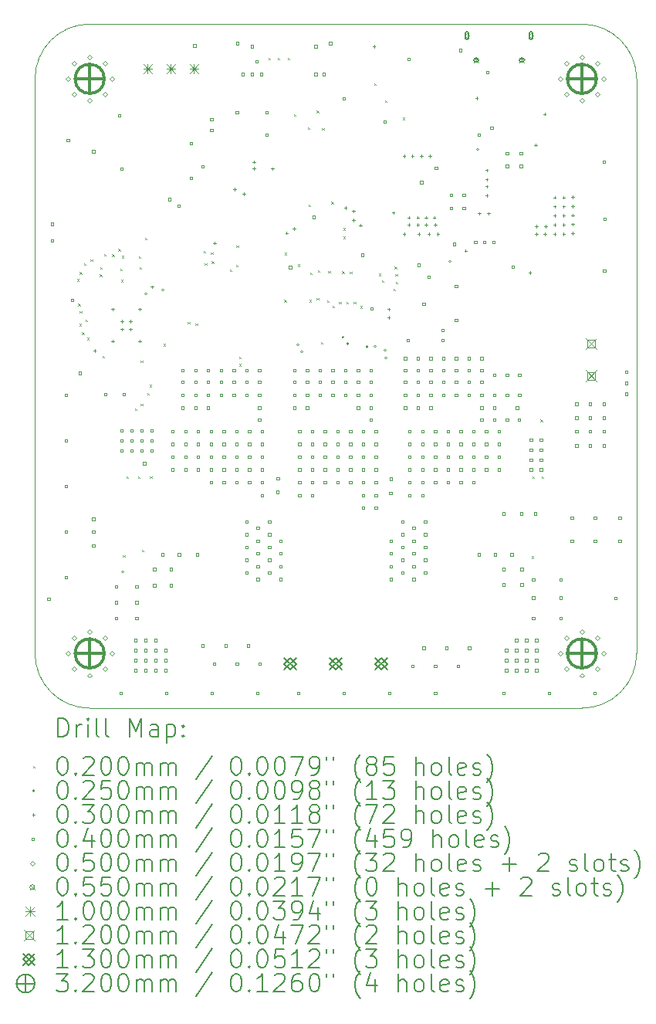
<source format=gbr>
%FSLAX45Y45*%
G04 Gerber Fmt 4.5, Leading zero omitted, Abs format (unit mm)*
G04 Created by KiCad (PCBNEW (6.0.2)) date 2022-07-31 17:20:10*
%MOMM*%
%LPD*%
G01*
G04 APERTURE LIST*
%TA.AperFunction,Profile*%
%ADD10C,0.050000*%
%TD*%
%ADD11C,0.200000*%
%ADD12C,0.020000*%
%ADD13C,0.025000*%
%ADD14C,0.030000*%
%ADD15C,0.040000*%
%ADD16C,0.050000*%
%ADD17C,0.055000*%
%ADD18C,0.100000*%
%ADD19C,0.120000*%
%ADD20C,0.130000*%
%ADD21C,0.320000*%
G04 APERTURE END LIST*
D10*
X8300000Y-14600000D02*
G75*
G03*
X8900000Y-15200000I600000J0D01*
G01*
X8900000Y-7700000D02*
X14300000Y-7700000D01*
X14300000Y-15200000D02*
G75*
G03*
X14900000Y-14600000I0J600000D01*
G01*
X14900000Y-14600000D02*
X14900000Y-8300000D01*
X8900000Y-7700000D02*
G75*
G03*
X8300000Y-8300000I0J-600000D01*
G01*
X8300000Y-14600000D02*
X8300000Y-8300000D01*
X14900000Y-8300000D02*
G75*
G03*
X14300000Y-7700000I-600000J0D01*
G01*
X8900000Y-15200000D02*
X14300000Y-15200000D01*
D11*
D12*
X8760000Y-10495050D02*
X8780000Y-10515050D01*
X8780000Y-10495050D02*
X8760000Y-10515050D01*
X8775000Y-10765000D02*
X8795000Y-10785000D01*
X8795000Y-10765000D02*
X8775000Y-10785000D01*
X8785000Y-10985000D02*
X8805000Y-11005000D01*
X8805000Y-10985000D02*
X8785000Y-11005000D01*
X8790000Y-10420000D02*
X8810000Y-10440000D01*
X8810000Y-10420000D02*
X8790000Y-10440000D01*
X8790000Y-10845000D02*
X8810000Y-10865000D01*
X8810000Y-10845000D02*
X8790000Y-10865000D01*
X8815000Y-11080000D02*
X8835000Y-11100000D01*
X8835000Y-11080000D02*
X8815000Y-11100000D01*
X8840000Y-10320000D02*
X8860000Y-10340000D01*
X8860000Y-10320000D02*
X8840000Y-10340000D01*
X8852550Y-10940000D02*
X8872550Y-10960000D01*
X8872550Y-10940000D02*
X8852550Y-10960000D01*
X8870000Y-11140000D02*
X8890000Y-11160000D01*
X8890000Y-11140000D02*
X8870000Y-11160000D01*
X8909889Y-10281173D02*
X8929889Y-10301173D01*
X8929889Y-10281173D02*
X8909889Y-10301173D01*
X9010000Y-10445000D02*
X9030000Y-10465000D01*
X9030000Y-10445000D02*
X9010000Y-10465000D01*
X9015696Y-10365253D02*
X9035696Y-10385253D01*
X9035696Y-10365253D02*
X9015696Y-10385253D01*
X9040000Y-11340000D02*
X9060000Y-11360000D01*
X9060000Y-11340000D02*
X9040000Y-11360000D01*
X9060000Y-10220000D02*
X9080000Y-10240000D01*
X9080000Y-10220000D02*
X9060000Y-10240000D01*
X9145000Y-10225000D02*
X9165000Y-10245000D01*
X9165000Y-10225000D02*
X9145000Y-10245000D01*
X9215000Y-10165000D02*
X9235000Y-10185000D01*
X9235000Y-10165000D02*
X9215000Y-10185000D01*
X9234950Y-10380050D02*
X9254950Y-10400050D01*
X9254950Y-10380050D02*
X9234950Y-10400050D01*
X9245000Y-10505000D02*
X9265000Y-10525000D01*
X9265000Y-10505000D02*
X9245000Y-10525000D01*
X9250000Y-10240000D02*
X9270000Y-10260000D01*
X9270000Y-10240000D02*
X9250000Y-10260000D01*
X9265000Y-13520000D02*
X9285000Y-13540000D01*
X9285000Y-13520000D02*
X9265000Y-13540000D01*
X9305000Y-12660000D02*
X9325000Y-12680000D01*
X9325000Y-12660000D02*
X9305000Y-12680000D01*
X9395000Y-11915000D02*
X9415000Y-11935000D01*
X9415000Y-11915000D02*
X9395000Y-11935000D01*
X9430000Y-12660000D02*
X9450000Y-12680000D01*
X9450000Y-12660000D02*
X9430000Y-12680000D01*
X9440000Y-10245000D02*
X9460000Y-10265000D01*
X9460000Y-10245000D02*
X9440000Y-10265000D01*
X9445000Y-10365000D02*
X9465000Y-10385000D01*
X9465000Y-10365000D02*
X9445000Y-10385000D01*
X9460000Y-11390000D02*
X9480000Y-11410000D01*
X9480000Y-11390000D02*
X9460000Y-11410000D01*
X9460000Y-11860000D02*
X9480000Y-11880000D01*
X9480000Y-11860000D02*
X9460000Y-11880000D01*
X9470000Y-13465000D02*
X9490000Y-13485000D01*
X9490000Y-13465000D02*
X9470000Y-13485000D01*
X9505000Y-10040000D02*
X9525000Y-10060000D01*
X9525000Y-10040000D02*
X9505000Y-10060000D01*
X9530000Y-11745000D02*
X9550000Y-11765000D01*
X9550000Y-11745000D02*
X9530000Y-11765000D01*
X9555000Y-11655000D02*
X9575000Y-11675000D01*
X9575000Y-11655000D02*
X9555000Y-11675000D01*
X9560000Y-12660000D02*
X9580000Y-12680000D01*
X9580000Y-12660000D02*
X9560000Y-12680000D01*
X9710000Y-11205000D02*
X9730000Y-11225000D01*
X9730000Y-11205000D02*
X9710000Y-11225000D01*
X9975000Y-10965000D02*
X9995000Y-10985000D01*
X9995000Y-10965000D02*
X9975000Y-10985000D01*
X10060000Y-10980000D02*
X10080000Y-11000000D01*
X10080000Y-10980000D02*
X10060000Y-11000000D01*
X10147500Y-10187500D02*
X10167500Y-10207500D01*
X10167500Y-10187500D02*
X10147500Y-10207500D01*
X10162500Y-10320000D02*
X10182500Y-10340000D01*
X10182500Y-10320000D02*
X10162500Y-10340000D01*
X10230000Y-10205000D02*
X10250000Y-10225000D01*
X10250000Y-10205000D02*
X10230000Y-10225000D01*
X10240000Y-10300000D02*
X10260000Y-10320000D01*
X10260000Y-10300000D02*
X10240000Y-10320000D01*
X10440000Y-10390000D02*
X10460000Y-10410000D01*
X10460000Y-10390000D02*
X10440000Y-10410000D01*
X10505000Y-10340000D02*
X10525000Y-10360000D01*
X10525000Y-10340000D02*
X10505000Y-10360000D01*
X10510000Y-10125000D02*
X10530000Y-10145000D01*
X10530000Y-10125000D02*
X10510000Y-10145000D01*
X10540000Y-11345000D02*
X10560000Y-11365000D01*
X10560000Y-11345000D02*
X10540000Y-11365000D01*
X10540000Y-11425000D02*
X10560000Y-11445000D01*
X10560000Y-11425000D02*
X10540000Y-11445000D01*
X10860000Y-8070000D02*
X10880000Y-8090000D01*
X10880000Y-8070000D02*
X10860000Y-8090000D01*
X10960000Y-8070000D02*
X10980000Y-8090000D01*
X10980000Y-8070000D02*
X10960000Y-8090000D01*
X11035000Y-10725050D02*
X11055000Y-10745050D01*
X11055000Y-10725050D02*
X11035000Y-10745050D01*
X11041018Y-10205871D02*
X11061018Y-10225871D01*
X11061018Y-10205871D02*
X11041018Y-10225871D01*
X11070000Y-8070000D02*
X11090000Y-8090000D01*
X11090000Y-8070000D02*
X11070000Y-8090000D01*
X11140000Y-8690000D02*
X11160000Y-8710000D01*
X11160000Y-8690000D02*
X11140000Y-8710000D01*
X11180000Y-10335000D02*
X11200000Y-10355000D01*
X11200000Y-10335000D02*
X11180000Y-10355000D01*
X11295000Y-8830000D02*
X11315000Y-8850000D01*
X11315000Y-8830000D02*
X11295000Y-8850000D01*
X11300000Y-9680000D02*
X11320000Y-9700000D01*
X11320000Y-9680000D02*
X11300000Y-9700000D01*
X11310000Y-10725050D02*
X11330000Y-10745050D01*
X11330000Y-10725050D02*
X11310000Y-10745050D01*
X11320000Y-10422500D02*
X11340000Y-10442500D01*
X11340000Y-10422500D02*
X11320000Y-10442500D01*
X11390000Y-8650000D02*
X11410000Y-8670000D01*
X11410000Y-8650000D02*
X11390000Y-8670000D01*
X11390000Y-10700000D02*
X11410000Y-10720000D01*
X11410000Y-10700000D02*
X11390000Y-10720000D01*
X11405000Y-10400000D02*
X11425000Y-10420000D01*
X11425000Y-10400000D02*
X11405000Y-10420000D01*
X11434135Y-11187550D02*
X11454135Y-11207550D01*
X11454135Y-11187550D02*
X11434135Y-11207550D01*
X11450000Y-8840000D02*
X11470000Y-8860000D01*
X11470000Y-8840000D02*
X11450000Y-8860000D01*
X11505000Y-10730000D02*
X11525000Y-10750000D01*
X11525000Y-10730000D02*
X11505000Y-10750000D01*
X11517500Y-10405000D02*
X11537500Y-10425000D01*
X11537500Y-10405000D02*
X11517500Y-10425000D01*
X11550000Y-9647450D02*
X11570000Y-9667450D01*
X11570000Y-9647450D02*
X11550000Y-9667450D01*
X11561533Y-10786533D02*
X11581533Y-10806533D01*
X11581533Y-10786533D02*
X11561533Y-10806533D01*
X11635000Y-10745050D02*
X11655000Y-10765050D01*
X11655000Y-10745050D02*
X11635000Y-10765050D01*
X11670094Y-10410310D02*
X11690094Y-10430310D01*
X11690094Y-10410310D02*
X11670094Y-10430310D01*
X11680000Y-9935000D02*
X11700000Y-9955000D01*
X11700000Y-9935000D02*
X11680000Y-9955000D01*
X11680000Y-10030000D02*
X11700000Y-10050000D01*
X11700000Y-10030000D02*
X11680000Y-10050000D01*
X11715000Y-10745050D02*
X11735000Y-10765050D01*
X11735000Y-10745050D02*
X11715000Y-10765050D01*
X11755000Y-10415000D02*
X11775000Y-10435000D01*
X11775000Y-10415000D02*
X11755000Y-10435000D01*
X11795000Y-10745000D02*
X11815000Y-10765000D01*
X11815000Y-10745000D02*
X11795000Y-10765000D01*
X11870000Y-10790000D02*
X11890000Y-10810000D01*
X11890000Y-10790000D02*
X11870000Y-10810000D01*
X12020000Y-8350000D02*
X12040000Y-8370000D01*
X12040000Y-8350000D02*
X12020000Y-8370000D01*
X12070000Y-10435000D02*
X12090000Y-10455000D01*
X12090000Y-10435000D02*
X12070000Y-10455000D01*
X12105000Y-10510000D02*
X12125000Y-10530000D01*
X12125000Y-10510000D02*
X12105000Y-10530000D01*
X12140000Y-8535000D02*
X12160000Y-8555000D01*
X12160000Y-8535000D02*
X12140000Y-8555000D01*
X12230000Y-10600000D02*
X12250000Y-10620000D01*
X12250000Y-10600000D02*
X12230000Y-10620000D01*
X12245000Y-10360000D02*
X12265000Y-10380000D01*
X12265000Y-10360000D02*
X12245000Y-10380000D01*
X12255000Y-10440000D02*
X12275000Y-10460000D01*
X12275000Y-10440000D02*
X12255000Y-10460000D01*
X12260000Y-10525000D02*
X12280000Y-10545000D01*
X12280000Y-10525000D02*
X12260000Y-10545000D01*
X12335000Y-8725000D02*
X12355000Y-8745000D01*
X12355000Y-8725000D02*
X12335000Y-8745000D01*
X13750000Y-13535000D02*
X13770000Y-13555000D01*
X13770000Y-13535000D02*
X13750000Y-13555000D01*
X13755000Y-12660000D02*
X13775000Y-12680000D01*
X13775000Y-12660000D02*
X13755000Y-12680000D01*
X13845000Y-12035000D02*
X13865000Y-12055000D01*
X13865000Y-12035000D02*
X13845000Y-12055000D01*
X13860000Y-12660000D02*
X13880000Y-12680000D01*
X13880000Y-12660000D02*
X13860000Y-12680000D01*
D13*
X9272500Y-13705000D02*
G75*
G03*
X9272500Y-13705000I-12500J0D01*
G01*
X9532500Y-10657450D02*
G75*
G03*
X9532500Y-10657450I-12500J0D01*
G01*
X9717500Y-10615000D02*
G75*
G03*
X9717500Y-10615000I-12500J0D01*
G01*
X11195353Y-11216242D02*
G75*
G03*
X11195353Y-11216242I-12500J0D01*
G01*
X11237500Y-11290000D02*
G75*
G03*
X11237500Y-11290000I-12500J0D01*
G01*
X11691530Y-11132040D02*
G75*
G03*
X11691530Y-11132040I-12500J0D01*
G01*
X11742500Y-11200000D02*
G75*
G03*
X11742500Y-11200000I-12500J0D01*
G01*
X11952500Y-11237500D02*
G75*
G03*
X11952500Y-11237500I-12500J0D01*
G01*
X12042500Y-11235000D02*
G75*
G03*
X12042500Y-11235000I-12500J0D01*
G01*
X12151541Y-11275477D02*
G75*
G03*
X12151541Y-11275477I-12500J0D01*
G01*
X12160050Y-11360000D02*
G75*
G03*
X12160050Y-11360000I-12500J0D01*
G01*
X12863421Y-10301397D02*
G75*
G03*
X12863421Y-10301397I-12500J0D01*
G01*
X13172500Y-9075000D02*
G75*
G03*
X13172500Y-9075000I-12500J0D01*
G01*
D14*
X8955000Y-11265000D02*
X8955000Y-11295000D01*
X8940000Y-11280000D02*
X8970000Y-11280000D01*
X9150000Y-10810000D02*
X9150000Y-10840000D01*
X9135000Y-10825000D02*
X9165000Y-10825000D01*
X9150000Y-11160000D02*
X9150000Y-11190000D01*
X9135000Y-11175000D02*
X9165000Y-11175000D01*
X9255000Y-10945000D02*
X9255000Y-10975000D01*
X9240000Y-10960000D02*
X9270000Y-10960000D01*
X9255000Y-11030000D02*
X9255000Y-11060000D01*
X9240000Y-11045000D02*
X9270000Y-11045000D01*
X9345000Y-10945000D02*
X9345000Y-10975000D01*
X9330000Y-10960000D02*
X9360000Y-10960000D01*
X9345000Y-11030000D02*
X9345000Y-11060000D01*
X9330000Y-11045000D02*
X9360000Y-11045000D01*
X9450000Y-10810000D02*
X9450000Y-10840000D01*
X9435000Y-10825000D02*
X9465000Y-10825000D01*
X9450000Y-11160000D02*
X9450000Y-11190000D01*
X9435000Y-11175000D02*
X9465000Y-11175000D01*
X9585000Y-10565000D02*
X9585000Y-10595000D01*
X9570000Y-10580000D02*
X9600000Y-10580000D01*
X10270000Y-10085000D02*
X10270000Y-10115000D01*
X10255000Y-10100000D02*
X10285000Y-10100000D01*
X10490000Y-9495000D02*
X10490000Y-9525000D01*
X10475000Y-9510000D02*
X10505000Y-9510000D01*
X10590000Y-9545000D02*
X10590000Y-9575000D01*
X10575000Y-9560000D02*
X10605000Y-9560000D01*
X10700000Y-9195000D02*
X10700000Y-9225000D01*
X10685000Y-9210000D02*
X10715000Y-9210000D01*
X10700000Y-9265000D02*
X10700000Y-9295000D01*
X10685000Y-9280000D02*
X10715000Y-9280000D01*
X10905000Y-9270000D02*
X10905000Y-9300000D01*
X10890000Y-9285000D02*
X10920000Y-9285000D01*
X11060000Y-9975000D02*
X11060000Y-10005000D01*
X11045000Y-9990000D02*
X11075000Y-9990000D01*
X11140000Y-9925000D02*
X11140000Y-9955000D01*
X11125000Y-9940000D02*
X11155000Y-9940000D01*
X11705000Y-9700000D02*
X11705000Y-9730000D01*
X11690000Y-9715000D02*
X11720000Y-9715000D01*
X11792500Y-9735000D02*
X11792500Y-9765000D01*
X11777500Y-9750000D02*
X11807500Y-9750000D01*
X11792500Y-9835000D02*
X11792500Y-9865000D01*
X11777500Y-9850000D02*
X11807500Y-9850000D01*
X11870000Y-9890000D02*
X11870000Y-9920000D01*
X11855000Y-9905000D02*
X11885000Y-9905000D01*
X12020000Y-7930000D02*
X12020000Y-7960000D01*
X12005000Y-7945000D02*
X12035000Y-7945000D01*
X12180000Y-10810000D02*
X12180000Y-10840000D01*
X12165000Y-10825000D02*
X12195000Y-10825000D01*
X12180000Y-10900000D02*
X12180000Y-10930000D01*
X12165000Y-10915000D02*
X12195000Y-10915000D01*
X12230000Y-9752000D02*
X12230000Y-9782000D01*
X12215000Y-9767000D02*
X12245000Y-9767000D01*
X12350000Y-9130000D02*
X12350000Y-9160000D01*
X12335000Y-9145000D02*
X12365000Y-9145000D01*
X12350000Y-9985000D02*
X12350000Y-10015000D01*
X12335000Y-10000000D02*
X12365000Y-10000000D01*
X12400000Y-9805000D02*
X12400000Y-9835000D01*
X12385000Y-9820000D02*
X12415000Y-9820000D01*
X12400000Y-9885000D02*
X12400000Y-9915000D01*
X12385000Y-9900000D02*
X12415000Y-9900000D01*
X12440000Y-9130000D02*
X12440000Y-9160000D01*
X12425000Y-9145000D02*
X12455000Y-9145000D01*
X12500000Y-9805000D02*
X12500000Y-9835000D01*
X12485000Y-9820000D02*
X12515000Y-9820000D01*
X12500000Y-9885000D02*
X12500000Y-9915000D01*
X12485000Y-9900000D02*
X12515000Y-9900000D01*
X12510000Y-9985000D02*
X12510000Y-10015000D01*
X12495000Y-10000000D02*
X12525000Y-10000000D01*
X12540000Y-9130000D02*
X12540000Y-9160000D01*
X12525000Y-9145000D02*
X12555000Y-9145000D01*
X12590000Y-9805000D02*
X12590000Y-9835000D01*
X12575000Y-9820000D02*
X12605000Y-9820000D01*
X12590000Y-9885000D02*
X12590000Y-9915000D01*
X12575000Y-9900000D02*
X12605000Y-9900000D01*
X12620000Y-9985000D02*
X12620000Y-10015000D01*
X12605000Y-10000000D02*
X12635000Y-10000000D01*
X12630000Y-9130000D02*
X12630000Y-9160000D01*
X12615000Y-9145000D02*
X12645000Y-9145000D01*
X12680000Y-9805000D02*
X12680000Y-9835000D01*
X12665000Y-9820000D02*
X12695000Y-9820000D01*
X12690000Y-9885000D02*
X12690000Y-9915000D01*
X12675000Y-9900000D02*
X12705000Y-9900000D01*
X12719000Y-9985000D02*
X12719000Y-10015000D01*
X12704000Y-10000000D02*
X12734000Y-10000000D01*
X13025000Y-10170000D02*
X13025000Y-10200000D01*
X13010000Y-10185000D02*
X13040000Y-10185000D01*
X13145000Y-8497450D02*
X13145000Y-8527450D01*
X13130000Y-8512450D02*
X13160000Y-8512450D01*
X13175000Y-9760000D02*
X13175000Y-9790000D01*
X13160000Y-9775000D02*
X13190000Y-9775000D01*
X13255000Y-9287500D02*
X13255000Y-9317500D01*
X13240000Y-9302500D02*
X13270000Y-9302500D01*
X13255000Y-9387500D02*
X13255000Y-9417500D01*
X13240000Y-9402500D02*
X13270000Y-9402500D01*
X13255000Y-9465000D02*
X13255000Y-9495000D01*
X13240000Y-9480000D02*
X13270000Y-9480000D01*
X13255000Y-9565000D02*
X13255000Y-9595000D01*
X13240000Y-9580000D02*
X13270000Y-9580000D01*
X13275000Y-9760000D02*
X13275000Y-9790000D01*
X13260000Y-9775000D02*
X13290000Y-9775000D01*
X13730000Y-10410000D02*
X13730000Y-10440000D01*
X13715000Y-10425000D02*
X13745000Y-10425000D01*
X13790000Y-9010000D02*
X13790000Y-9040000D01*
X13775000Y-9025000D02*
X13805000Y-9025000D01*
X13800000Y-9900000D02*
X13800000Y-9930000D01*
X13785000Y-9915000D02*
X13815000Y-9915000D01*
X13800000Y-9985000D02*
X13800000Y-10015000D01*
X13785000Y-10000000D02*
X13815000Y-10000000D01*
X13890000Y-8670000D02*
X13890000Y-8700000D01*
X13875000Y-8685000D02*
X13905000Y-8685000D01*
X13895000Y-9985000D02*
X13895000Y-10015000D01*
X13880000Y-10000000D02*
X13910000Y-10000000D01*
X13900000Y-9900000D02*
X13900000Y-9930000D01*
X13885000Y-9915000D02*
X13915000Y-9915000D01*
X14000000Y-9585000D02*
X14000000Y-9615000D01*
X13985000Y-9600000D02*
X14015000Y-9600000D01*
X14000000Y-9685000D02*
X14000000Y-9715000D01*
X13985000Y-9700000D02*
X14015000Y-9700000D01*
X14000000Y-9785000D02*
X14000000Y-9815000D01*
X13985000Y-9800000D02*
X14015000Y-9800000D01*
X14000000Y-9885000D02*
X14000000Y-9915000D01*
X13985000Y-9900000D02*
X14015000Y-9900000D01*
X14000000Y-9985000D02*
X14000000Y-10015000D01*
X13985000Y-10000000D02*
X14015000Y-10000000D01*
X14100000Y-9585000D02*
X14100000Y-9615000D01*
X14085000Y-9600000D02*
X14115000Y-9600000D01*
X14100000Y-9685000D02*
X14100000Y-9715000D01*
X14085000Y-9700000D02*
X14115000Y-9700000D01*
X14100000Y-9785000D02*
X14100000Y-9815000D01*
X14085000Y-9800000D02*
X14115000Y-9800000D01*
X14100000Y-9885000D02*
X14100000Y-9915000D01*
X14085000Y-9900000D02*
X14115000Y-9900000D01*
X14100000Y-9985000D02*
X14100000Y-10015000D01*
X14085000Y-10000000D02*
X14115000Y-10000000D01*
X14200000Y-9580000D02*
X14200000Y-9610000D01*
X14185000Y-9595000D02*
X14215000Y-9595000D01*
X14200000Y-9680000D02*
X14200000Y-9710000D01*
X14185000Y-9695000D02*
X14215000Y-9695000D01*
X14200000Y-9780000D02*
X14200000Y-9810000D01*
X14185000Y-9795000D02*
X14215000Y-9795000D01*
X14200000Y-9880000D02*
X14200000Y-9910000D01*
X14185000Y-9895000D02*
X14215000Y-9895000D01*
X14200000Y-9980000D02*
X14200000Y-10010000D01*
X14185000Y-9995000D02*
X14215000Y-9995000D01*
D15*
X8464142Y-14014142D02*
X8464142Y-13985858D01*
X8435858Y-13985858D01*
X8435858Y-14014142D01*
X8464142Y-14014142D01*
X8499142Y-9904142D02*
X8499142Y-9875858D01*
X8470858Y-9875858D01*
X8470858Y-9904142D01*
X8499142Y-9904142D01*
X8499142Y-10089142D02*
X8499142Y-10060858D01*
X8470858Y-10060858D01*
X8470858Y-10089142D01*
X8499142Y-10089142D01*
X8654142Y-11779142D02*
X8654142Y-11750858D01*
X8625858Y-11750858D01*
X8625858Y-11779142D01*
X8654142Y-11779142D01*
X8654142Y-12279142D02*
X8654142Y-12250858D01*
X8625858Y-12250858D01*
X8625858Y-12279142D01*
X8654142Y-12279142D01*
X8654142Y-12779142D02*
X8654142Y-12750858D01*
X8625858Y-12750858D01*
X8625858Y-12779142D01*
X8654142Y-12779142D01*
X8654142Y-13279142D02*
X8654142Y-13250858D01*
X8625858Y-13250858D01*
X8625858Y-13279142D01*
X8654142Y-13279142D01*
X8654142Y-13779142D02*
X8654142Y-13750858D01*
X8625858Y-13750858D01*
X8625858Y-13779142D01*
X8654142Y-13779142D01*
X8674142Y-8984142D02*
X8674142Y-8955858D01*
X8645858Y-8955858D01*
X8645858Y-8984142D01*
X8674142Y-8984142D01*
X8719142Y-10739142D02*
X8719142Y-10710858D01*
X8690858Y-10710858D01*
X8690858Y-10739142D01*
X8719142Y-10739142D01*
X8804142Y-11539142D02*
X8804142Y-11510858D01*
X8775858Y-11510858D01*
X8775858Y-11539142D01*
X8804142Y-11539142D01*
X8954142Y-9109142D02*
X8954142Y-9080858D01*
X8925858Y-9080858D01*
X8925858Y-9109142D01*
X8954142Y-9109142D01*
X8954142Y-13139142D02*
X8954142Y-13110858D01*
X8925858Y-13110858D01*
X8925858Y-13139142D01*
X8954142Y-13139142D01*
X8954142Y-13279142D02*
X8954142Y-13250858D01*
X8925858Y-13250858D01*
X8925858Y-13279142D01*
X8954142Y-13279142D01*
X8954142Y-13429142D02*
X8954142Y-13400858D01*
X8925858Y-13400858D01*
X8925858Y-13429142D01*
X8954142Y-13429142D01*
X9084142Y-11774142D02*
X9084142Y-11745858D01*
X9055858Y-11745858D01*
X9055858Y-11774142D01*
X9084142Y-11774142D01*
X9204142Y-13879142D02*
X9204142Y-13850858D01*
X9175858Y-13850858D01*
X9175858Y-13879142D01*
X9204142Y-13879142D01*
X9204142Y-14054142D02*
X9204142Y-14025858D01*
X9175858Y-14025858D01*
X9175858Y-14054142D01*
X9204142Y-14054142D01*
X9204142Y-14229142D02*
X9204142Y-14200858D01*
X9175858Y-14200858D01*
X9175858Y-14229142D01*
X9204142Y-14229142D01*
X9239142Y-8714142D02*
X9239142Y-8685858D01*
X9210858Y-8685858D01*
X9210858Y-8714142D01*
X9239142Y-8714142D01*
X9254142Y-15049142D02*
X9254142Y-15020858D01*
X9225858Y-15020858D01*
X9225858Y-15049142D01*
X9254142Y-15049142D01*
X9264142Y-9299142D02*
X9264142Y-9270858D01*
X9235858Y-9270858D01*
X9235858Y-9299142D01*
X9264142Y-9299142D01*
X9264142Y-12169142D02*
X9264142Y-12140858D01*
X9235858Y-12140858D01*
X9235858Y-12169142D01*
X9264142Y-12169142D01*
X9264142Y-12279142D02*
X9264142Y-12250858D01*
X9235858Y-12250858D01*
X9235858Y-12279142D01*
X9264142Y-12279142D01*
X9264142Y-12389142D02*
X9264142Y-12360858D01*
X9235858Y-12360858D01*
X9235858Y-12389142D01*
X9264142Y-12389142D01*
X9289142Y-11774142D02*
X9289142Y-11745858D01*
X9260858Y-11745858D01*
X9260858Y-11774142D01*
X9289142Y-11774142D01*
X9374142Y-12169142D02*
X9374142Y-12140858D01*
X9345858Y-12140858D01*
X9345858Y-12169142D01*
X9374142Y-12169142D01*
X9374142Y-12279142D02*
X9374142Y-12250858D01*
X9345858Y-12250858D01*
X9345858Y-12279142D01*
X9374142Y-12279142D01*
X9374142Y-12389142D02*
X9374142Y-12360858D01*
X9345858Y-12360858D01*
X9345858Y-12389142D01*
X9374142Y-12389142D01*
X9414142Y-14469142D02*
X9414142Y-14440858D01*
X9385858Y-14440858D01*
X9385858Y-14469142D01*
X9414142Y-14469142D01*
X9414142Y-14579142D02*
X9414142Y-14550858D01*
X9385858Y-14550858D01*
X9385858Y-14579142D01*
X9414142Y-14579142D01*
X9414142Y-14689142D02*
X9414142Y-14660858D01*
X9385858Y-14660858D01*
X9385858Y-14689142D01*
X9414142Y-14689142D01*
X9414142Y-14799142D02*
X9414142Y-14770858D01*
X9385858Y-14770858D01*
X9385858Y-14799142D01*
X9414142Y-14799142D01*
X9429142Y-13879142D02*
X9429142Y-13850858D01*
X9400858Y-13850858D01*
X9400858Y-13879142D01*
X9429142Y-13879142D01*
X9429142Y-14054142D02*
X9429142Y-14025858D01*
X9400858Y-14025858D01*
X9400858Y-14054142D01*
X9429142Y-14054142D01*
X9429142Y-14229142D02*
X9429142Y-14200858D01*
X9400858Y-14200858D01*
X9400858Y-14229142D01*
X9429142Y-14229142D01*
X9484142Y-12169142D02*
X9484142Y-12140858D01*
X9455858Y-12140858D01*
X9455858Y-12169142D01*
X9484142Y-12169142D01*
X9484142Y-12279142D02*
X9484142Y-12250858D01*
X9455858Y-12250858D01*
X9455858Y-12279142D01*
X9484142Y-12279142D01*
X9484142Y-12389142D02*
X9484142Y-12360858D01*
X9455858Y-12360858D01*
X9455858Y-12389142D01*
X9484142Y-12389142D01*
X9514142Y-12529142D02*
X9514142Y-12500858D01*
X9485858Y-12500858D01*
X9485858Y-12529142D01*
X9514142Y-12529142D01*
X9524142Y-14469142D02*
X9524142Y-14440858D01*
X9495858Y-14440858D01*
X9495858Y-14469142D01*
X9524142Y-14469142D01*
X9524142Y-14579142D02*
X9524142Y-14550858D01*
X9495858Y-14550858D01*
X9495858Y-14579142D01*
X9524142Y-14579142D01*
X9524142Y-14689142D02*
X9524142Y-14660858D01*
X9495858Y-14660858D01*
X9495858Y-14689142D01*
X9524142Y-14689142D01*
X9524142Y-14799142D02*
X9524142Y-14770858D01*
X9495858Y-14770858D01*
X9495858Y-14799142D01*
X9524142Y-14799142D01*
X9594142Y-12169142D02*
X9594142Y-12140858D01*
X9565858Y-12140858D01*
X9565858Y-12169142D01*
X9594142Y-12169142D01*
X9594142Y-12279142D02*
X9594142Y-12250858D01*
X9565858Y-12250858D01*
X9565858Y-12279142D01*
X9594142Y-12279142D01*
X9594142Y-12389142D02*
X9594142Y-12360858D01*
X9565858Y-12360858D01*
X9565858Y-12389142D01*
X9594142Y-12389142D01*
X9624142Y-13689142D02*
X9624142Y-13660858D01*
X9595858Y-13660858D01*
X9595858Y-13689142D01*
X9624142Y-13689142D01*
X9624142Y-13869142D02*
X9624142Y-13840858D01*
X9595858Y-13840858D01*
X9595858Y-13869142D01*
X9624142Y-13869142D01*
X9634142Y-14469142D02*
X9634142Y-14440858D01*
X9605858Y-14440858D01*
X9605858Y-14469142D01*
X9634142Y-14469142D01*
X9634142Y-14579142D02*
X9634142Y-14550858D01*
X9605858Y-14550858D01*
X9605858Y-14579142D01*
X9634142Y-14579142D01*
X9634142Y-14689142D02*
X9634142Y-14660858D01*
X9605858Y-14660858D01*
X9605858Y-14689142D01*
X9634142Y-14689142D01*
X9634142Y-14799142D02*
X9634142Y-14770858D01*
X9605858Y-14770858D01*
X9605858Y-14799142D01*
X9634142Y-14799142D01*
X9714142Y-13529142D02*
X9714142Y-13500858D01*
X9685858Y-13500858D01*
X9685858Y-13529142D01*
X9714142Y-13529142D01*
X9744142Y-14579142D02*
X9744142Y-14550858D01*
X9715858Y-14550858D01*
X9715858Y-14579142D01*
X9744142Y-14579142D01*
X9744142Y-14689142D02*
X9744142Y-14660858D01*
X9715858Y-14660858D01*
X9715858Y-14689142D01*
X9744142Y-14689142D01*
X9744142Y-14799142D02*
X9744142Y-14770858D01*
X9715858Y-14770858D01*
X9715858Y-14799142D01*
X9744142Y-14799142D01*
X9754142Y-15049142D02*
X9754142Y-15020858D01*
X9725858Y-15020858D01*
X9725858Y-15049142D01*
X9754142Y-15049142D01*
X9789142Y-9634142D02*
X9789142Y-9605858D01*
X9760858Y-9605858D01*
X9760858Y-9634142D01*
X9789142Y-9634142D01*
X9804142Y-13689142D02*
X9804142Y-13660858D01*
X9775858Y-13660858D01*
X9775858Y-13689142D01*
X9804142Y-13689142D01*
X9804142Y-13869142D02*
X9804142Y-13840858D01*
X9775858Y-13840858D01*
X9775858Y-13869142D01*
X9804142Y-13869142D01*
X9824142Y-12179142D02*
X9824142Y-12150858D01*
X9795858Y-12150858D01*
X9795858Y-12179142D01*
X9824142Y-12179142D01*
X9824142Y-12319142D02*
X9824142Y-12290858D01*
X9795858Y-12290858D01*
X9795858Y-12319142D01*
X9824142Y-12319142D01*
X9824142Y-12459142D02*
X9824142Y-12430858D01*
X9795858Y-12430858D01*
X9795858Y-12459142D01*
X9824142Y-12459142D01*
X9824142Y-12599142D02*
X9824142Y-12570858D01*
X9795858Y-12570858D01*
X9795858Y-12599142D01*
X9824142Y-12599142D01*
X9889142Y-9704142D02*
X9889142Y-9675858D01*
X9860858Y-9675858D01*
X9860858Y-9704142D01*
X9889142Y-9704142D01*
X9894142Y-13529142D02*
X9894142Y-13500858D01*
X9865858Y-13500858D01*
X9865858Y-13529142D01*
X9894142Y-13529142D01*
X9934142Y-11509142D02*
X9934142Y-11480858D01*
X9905858Y-11480858D01*
X9905858Y-11509142D01*
X9934142Y-11509142D01*
X9934142Y-11639142D02*
X9934142Y-11610858D01*
X9905858Y-11610858D01*
X9905858Y-11639142D01*
X9934142Y-11639142D01*
X9934142Y-11779142D02*
X9934142Y-11750858D01*
X9905858Y-11750858D01*
X9905858Y-11779142D01*
X9934142Y-11779142D01*
X9934142Y-11919142D02*
X9934142Y-11890858D01*
X9905858Y-11890858D01*
X9905858Y-11919142D01*
X9934142Y-11919142D01*
X9964142Y-12179142D02*
X9964142Y-12150858D01*
X9935858Y-12150858D01*
X9935858Y-12179142D01*
X9964142Y-12179142D01*
X9964142Y-12319142D02*
X9964142Y-12290858D01*
X9935858Y-12290858D01*
X9935858Y-12319142D01*
X9964142Y-12319142D01*
X9964142Y-12459142D02*
X9964142Y-12430858D01*
X9935858Y-12430858D01*
X9935858Y-12459142D01*
X9964142Y-12459142D01*
X9964142Y-12599142D02*
X9964142Y-12570858D01*
X9935858Y-12570858D01*
X9935858Y-12599142D01*
X9964142Y-12599142D01*
X10024142Y-9019142D02*
X10024142Y-8990858D01*
X9995858Y-8990858D01*
X9995858Y-9019142D01*
X10024142Y-9019142D01*
X10024142Y-9404142D02*
X10024142Y-9375858D01*
X9995858Y-9375858D01*
X9995858Y-9404142D01*
X10024142Y-9404142D01*
X10064142Y-7949142D02*
X10064142Y-7920858D01*
X10035858Y-7920858D01*
X10035858Y-7949142D01*
X10064142Y-7949142D01*
X10074142Y-11509142D02*
X10074142Y-11480858D01*
X10045858Y-11480858D01*
X10045858Y-11509142D01*
X10074142Y-11509142D01*
X10074142Y-11639142D02*
X10074142Y-11610858D01*
X10045858Y-11610858D01*
X10045858Y-11639142D01*
X10074142Y-11639142D01*
X10074142Y-11779142D02*
X10074142Y-11750858D01*
X10045858Y-11750858D01*
X10045858Y-11779142D01*
X10074142Y-11779142D01*
X10074142Y-11919142D02*
X10074142Y-11890858D01*
X10045858Y-11890858D01*
X10045858Y-11919142D01*
X10074142Y-11919142D01*
X10094142Y-13529142D02*
X10094142Y-13500858D01*
X10065858Y-13500858D01*
X10065858Y-13529142D01*
X10094142Y-13529142D01*
X10104142Y-12179142D02*
X10104142Y-12150858D01*
X10075858Y-12150858D01*
X10075858Y-12179142D01*
X10104142Y-12179142D01*
X10104142Y-12319142D02*
X10104142Y-12290858D01*
X10075858Y-12290858D01*
X10075858Y-12319142D01*
X10104142Y-12319142D01*
X10104142Y-12459142D02*
X10104142Y-12430858D01*
X10075858Y-12430858D01*
X10075858Y-12459142D01*
X10104142Y-12459142D01*
X10104142Y-12599142D02*
X10104142Y-12570858D01*
X10075858Y-12570858D01*
X10075858Y-12599142D01*
X10104142Y-12599142D01*
X10154142Y-9274142D02*
X10154142Y-9245858D01*
X10125858Y-9245858D01*
X10125858Y-9274142D01*
X10154142Y-9274142D01*
X10154142Y-14529142D02*
X10154142Y-14500858D01*
X10125858Y-14500858D01*
X10125858Y-14529142D01*
X10154142Y-14529142D01*
X10214142Y-11509142D02*
X10214142Y-11480858D01*
X10185858Y-11480858D01*
X10185858Y-11509142D01*
X10214142Y-11509142D01*
X10214142Y-11639142D02*
X10214142Y-11610858D01*
X10185858Y-11610858D01*
X10185858Y-11639142D01*
X10214142Y-11639142D01*
X10214142Y-11779142D02*
X10214142Y-11750858D01*
X10185858Y-11750858D01*
X10185858Y-11779142D01*
X10214142Y-11779142D01*
X10214142Y-11919142D02*
X10214142Y-11890858D01*
X10185858Y-11890858D01*
X10185858Y-11919142D01*
X10214142Y-11919142D01*
X10244142Y-12179142D02*
X10244142Y-12150858D01*
X10215858Y-12150858D01*
X10215858Y-12179142D01*
X10244142Y-12179142D01*
X10244142Y-12319142D02*
X10244142Y-12290858D01*
X10215858Y-12290858D01*
X10215858Y-12319142D01*
X10244142Y-12319142D01*
X10244142Y-12459142D02*
X10244142Y-12430858D01*
X10215858Y-12430858D01*
X10215858Y-12459142D01*
X10244142Y-12459142D01*
X10244142Y-12599142D02*
X10244142Y-12570858D01*
X10215858Y-12570858D01*
X10215858Y-12599142D01*
X10244142Y-12599142D01*
X10244142Y-12739142D02*
X10244142Y-12710858D01*
X10215858Y-12710858D01*
X10215858Y-12739142D01*
X10244142Y-12739142D01*
X10249142Y-8759142D02*
X10249142Y-8730858D01*
X10220858Y-8730858D01*
X10220858Y-8759142D01*
X10249142Y-8759142D01*
X10249142Y-8879142D02*
X10249142Y-8850858D01*
X10220858Y-8850858D01*
X10220858Y-8879142D01*
X10249142Y-8879142D01*
X10254142Y-15049142D02*
X10254142Y-15020858D01*
X10225858Y-15020858D01*
X10225858Y-15049142D01*
X10254142Y-15049142D01*
X10279142Y-14729142D02*
X10279142Y-14700858D01*
X10250858Y-14700858D01*
X10250858Y-14729142D01*
X10279142Y-14729142D01*
X10354142Y-11509142D02*
X10354142Y-11480858D01*
X10325858Y-11480858D01*
X10325858Y-11509142D01*
X10354142Y-11509142D01*
X10354142Y-11639142D02*
X10354142Y-11610858D01*
X10325858Y-11610858D01*
X10325858Y-11639142D01*
X10354142Y-11639142D01*
X10354142Y-11779142D02*
X10354142Y-11750858D01*
X10325858Y-11750858D01*
X10325858Y-11779142D01*
X10354142Y-11779142D01*
X10384142Y-12179142D02*
X10384142Y-12150858D01*
X10355858Y-12150858D01*
X10355858Y-12179142D01*
X10384142Y-12179142D01*
X10384142Y-12319142D02*
X10384142Y-12290858D01*
X10355858Y-12290858D01*
X10355858Y-12319142D01*
X10384142Y-12319142D01*
X10384142Y-12459142D02*
X10384142Y-12430858D01*
X10355858Y-12430858D01*
X10355858Y-12459142D01*
X10384142Y-12459142D01*
X10384142Y-12599142D02*
X10384142Y-12570858D01*
X10355858Y-12570858D01*
X10355858Y-12599142D01*
X10384142Y-12599142D01*
X10384142Y-12739142D02*
X10384142Y-12710858D01*
X10355858Y-12710858D01*
X10355858Y-12739142D01*
X10384142Y-12739142D01*
X10404142Y-14529142D02*
X10404142Y-14500858D01*
X10375858Y-14500858D01*
X10375858Y-14529142D01*
X10404142Y-14529142D01*
X10494142Y-11509142D02*
X10494142Y-11480858D01*
X10465858Y-11480858D01*
X10465858Y-11509142D01*
X10494142Y-11509142D01*
X10494142Y-11639142D02*
X10494142Y-11610858D01*
X10465858Y-11610858D01*
X10465858Y-11639142D01*
X10494142Y-11639142D01*
X10494142Y-11779142D02*
X10494142Y-11750858D01*
X10465858Y-11750858D01*
X10465858Y-11779142D01*
X10494142Y-11779142D01*
X10524142Y-12179142D02*
X10524142Y-12150858D01*
X10495858Y-12150858D01*
X10495858Y-12179142D01*
X10524142Y-12179142D01*
X10524142Y-12319142D02*
X10524142Y-12290858D01*
X10495858Y-12290858D01*
X10495858Y-12319142D01*
X10524142Y-12319142D01*
X10524142Y-12459142D02*
X10524142Y-12430858D01*
X10495858Y-12430858D01*
X10495858Y-12459142D01*
X10524142Y-12459142D01*
X10524142Y-12599142D02*
X10524142Y-12570858D01*
X10495858Y-12570858D01*
X10495858Y-12599142D01*
X10524142Y-12599142D01*
X10524142Y-12739142D02*
X10524142Y-12710858D01*
X10495858Y-12710858D01*
X10495858Y-12739142D01*
X10524142Y-12739142D01*
X10529142Y-8679142D02*
X10529142Y-8650858D01*
X10500858Y-8650858D01*
X10500858Y-8679142D01*
X10529142Y-8679142D01*
X10529142Y-14729142D02*
X10529142Y-14700858D01*
X10500858Y-14700858D01*
X10500858Y-14729142D01*
X10529142Y-14729142D01*
X10534142Y-7924142D02*
X10534142Y-7895858D01*
X10505858Y-7895858D01*
X10505858Y-7924142D01*
X10534142Y-7924142D01*
X10594142Y-8264142D02*
X10594142Y-8235858D01*
X10565858Y-8235858D01*
X10565858Y-8264142D01*
X10594142Y-8264142D01*
X10634142Y-11509142D02*
X10634142Y-11480858D01*
X10605858Y-11480858D01*
X10605858Y-11509142D01*
X10634142Y-11509142D01*
X10634142Y-11639142D02*
X10634142Y-11610858D01*
X10605858Y-11610858D01*
X10605858Y-11639142D01*
X10634142Y-11639142D01*
X10634142Y-11779142D02*
X10634142Y-11750858D01*
X10605858Y-11750858D01*
X10605858Y-11779142D01*
X10634142Y-11779142D01*
X10634142Y-13169142D02*
X10634142Y-13140858D01*
X10605858Y-13140858D01*
X10605858Y-13169142D01*
X10634142Y-13169142D01*
X10634142Y-13309142D02*
X10634142Y-13280858D01*
X10605858Y-13280858D01*
X10605858Y-13309142D01*
X10634142Y-13309142D01*
X10634142Y-13449142D02*
X10634142Y-13420858D01*
X10605858Y-13420858D01*
X10605858Y-13449142D01*
X10634142Y-13449142D01*
X10634142Y-13589142D02*
X10634142Y-13560858D01*
X10605858Y-13560858D01*
X10605858Y-13589142D01*
X10634142Y-13589142D01*
X10634142Y-13729142D02*
X10634142Y-13700858D01*
X10605858Y-13700858D01*
X10605858Y-13729142D01*
X10634142Y-13729142D01*
X10654142Y-14529142D02*
X10654142Y-14500858D01*
X10625858Y-14500858D01*
X10625858Y-14529142D01*
X10654142Y-14529142D01*
X10664142Y-12179142D02*
X10664142Y-12150858D01*
X10635858Y-12150858D01*
X10635858Y-12179142D01*
X10664142Y-12179142D01*
X10664142Y-12319142D02*
X10664142Y-12290858D01*
X10635858Y-12290858D01*
X10635858Y-12319142D01*
X10664142Y-12319142D01*
X10664142Y-12459142D02*
X10664142Y-12430858D01*
X10635858Y-12430858D01*
X10635858Y-12459142D01*
X10664142Y-12459142D01*
X10664142Y-12599142D02*
X10664142Y-12570858D01*
X10635858Y-12570858D01*
X10635858Y-12599142D01*
X10664142Y-12599142D01*
X10664142Y-12739142D02*
X10664142Y-12710858D01*
X10635858Y-12710858D01*
X10635858Y-12739142D01*
X10664142Y-12739142D01*
X10694142Y-7959142D02*
X10694142Y-7930858D01*
X10665858Y-7930858D01*
X10665858Y-7959142D01*
X10694142Y-7959142D01*
X10694142Y-8264142D02*
X10694142Y-8235858D01*
X10665858Y-8235858D01*
X10665858Y-8264142D01*
X10694142Y-8264142D01*
X10744142Y-8124142D02*
X10744142Y-8095858D01*
X10715858Y-8095858D01*
X10715858Y-8124142D01*
X10744142Y-8124142D01*
X10754142Y-15049142D02*
X10754142Y-15020858D01*
X10725858Y-15020858D01*
X10725858Y-15049142D01*
X10754142Y-15049142D01*
X10759142Y-13239142D02*
X10759142Y-13210858D01*
X10730858Y-13210858D01*
X10730858Y-13239142D01*
X10759142Y-13239142D01*
X10759142Y-13379142D02*
X10759142Y-13350858D01*
X10730858Y-13350858D01*
X10730858Y-13379142D01*
X10759142Y-13379142D01*
X10759142Y-13519142D02*
X10759142Y-13490858D01*
X10730858Y-13490858D01*
X10730858Y-13519142D01*
X10759142Y-13519142D01*
X10759142Y-13659142D02*
X10759142Y-13630858D01*
X10730858Y-13630858D01*
X10730858Y-13659142D01*
X10759142Y-13659142D01*
X10759142Y-13799142D02*
X10759142Y-13770858D01*
X10730858Y-13770858D01*
X10730858Y-13799142D01*
X10759142Y-13799142D01*
X10774142Y-11509142D02*
X10774142Y-11480858D01*
X10745858Y-11480858D01*
X10745858Y-11509142D01*
X10774142Y-11509142D01*
X10774142Y-11639142D02*
X10774142Y-11610858D01*
X10745858Y-11610858D01*
X10745858Y-11639142D01*
X10774142Y-11639142D01*
X10774142Y-11779142D02*
X10774142Y-11750858D01*
X10745858Y-11750858D01*
X10745858Y-11779142D01*
X10774142Y-11779142D01*
X10774142Y-11919142D02*
X10774142Y-11890858D01*
X10745858Y-11890858D01*
X10745858Y-11919142D01*
X10774142Y-11919142D01*
X10774142Y-12049142D02*
X10774142Y-12020858D01*
X10745858Y-12020858D01*
X10745858Y-12049142D01*
X10774142Y-12049142D01*
X10779142Y-14729142D02*
X10779142Y-14700858D01*
X10750858Y-14700858D01*
X10750858Y-14729142D01*
X10779142Y-14729142D01*
X10794142Y-8264142D02*
X10794142Y-8235858D01*
X10765858Y-8235858D01*
X10765858Y-8264142D01*
X10794142Y-8264142D01*
X10804142Y-12179142D02*
X10804142Y-12150858D01*
X10775858Y-12150858D01*
X10775858Y-12179142D01*
X10804142Y-12179142D01*
X10804142Y-12319142D02*
X10804142Y-12290858D01*
X10775858Y-12290858D01*
X10775858Y-12319142D01*
X10804142Y-12319142D01*
X10804142Y-12459142D02*
X10804142Y-12430858D01*
X10775858Y-12430858D01*
X10775858Y-12459142D01*
X10804142Y-12459142D01*
X10804142Y-12599142D02*
X10804142Y-12570858D01*
X10775858Y-12570858D01*
X10775858Y-12599142D01*
X10804142Y-12599142D01*
X10804142Y-12739142D02*
X10804142Y-12710858D01*
X10775858Y-12710858D01*
X10775858Y-12739142D01*
X10804142Y-12739142D01*
X10804142Y-12879142D02*
X10804142Y-12850858D01*
X10775858Y-12850858D01*
X10775858Y-12879142D01*
X10804142Y-12879142D01*
X10854142Y-8679142D02*
X10854142Y-8650858D01*
X10825858Y-8650858D01*
X10825858Y-8679142D01*
X10854142Y-8679142D01*
X10854142Y-8929142D02*
X10854142Y-8900858D01*
X10825858Y-8900858D01*
X10825858Y-8929142D01*
X10854142Y-8929142D01*
X10884142Y-13169142D02*
X10884142Y-13140858D01*
X10855858Y-13140858D01*
X10855858Y-13169142D01*
X10884142Y-13169142D01*
X10884142Y-13309142D02*
X10884142Y-13280858D01*
X10855858Y-13280858D01*
X10855858Y-13309142D01*
X10884142Y-13309142D01*
X10884142Y-13449142D02*
X10884142Y-13420858D01*
X10855858Y-13420858D01*
X10855858Y-13449142D01*
X10884142Y-13449142D01*
X10884142Y-13589142D02*
X10884142Y-13560858D01*
X10855858Y-13560858D01*
X10855858Y-13589142D01*
X10884142Y-13589142D01*
X10884142Y-13729142D02*
X10884142Y-13700858D01*
X10855858Y-13700858D01*
X10855858Y-13729142D01*
X10884142Y-13729142D01*
X10974142Y-12844142D02*
X10974142Y-12815858D01*
X10945858Y-12815858D01*
X10945858Y-12844142D01*
X10974142Y-12844142D01*
X10979142Y-12694142D02*
X10979142Y-12665858D01*
X10950858Y-12665858D01*
X10950858Y-12694142D01*
X10979142Y-12694142D01*
X11009142Y-13379142D02*
X11009142Y-13350858D01*
X10980858Y-13350858D01*
X10980858Y-13379142D01*
X11009142Y-13379142D01*
X11009142Y-13519142D02*
X11009142Y-13490858D01*
X10980858Y-13490858D01*
X10980858Y-13519142D01*
X11009142Y-13519142D01*
X11009142Y-13659142D02*
X11009142Y-13630858D01*
X10980858Y-13630858D01*
X10980858Y-13659142D01*
X11009142Y-13659142D01*
X11009142Y-13799142D02*
X11009142Y-13770858D01*
X10980858Y-13770858D01*
X10980858Y-13799142D01*
X11009142Y-13799142D01*
X11114142Y-10379142D02*
X11114142Y-10350858D01*
X11085858Y-10350858D01*
X11085858Y-10379142D01*
X11114142Y-10379142D01*
X11159142Y-11509142D02*
X11159142Y-11480858D01*
X11130858Y-11480858D01*
X11130858Y-11509142D01*
X11159142Y-11509142D01*
X11159142Y-11639142D02*
X11159142Y-11610858D01*
X11130858Y-11610858D01*
X11130858Y-11639142D01*
X11159142Y-11639142D01*
X11159142Y-11779142D02*
X11159142Y-11750858D01*
X11130858Y-11750858D01*
X11130858Y-11779142D01*
X11159142Y-11779142D01*
X11159142Y-11919142D02*
X11159142Y-11890858D01*
X11130858Y-11890858D01*
X11130858Y-11919142D01*
X11159142Y-11919142D01*
X11204142Y-15049142D02*
X11204142Y-15020858D01*
X11175858Y-15020858D01*
X11175858Y-15049142D01*
X11204142Y-15049142D01*
X11214142Y-12179142D02*
X11214142Y-12150858D01*
X11185858Y-12150858D01*
X11185858Y-12179142D01*
X11214142Y-12179142D01*
X11214142Y-12319142D02*
X11214142Y-12290858D01*
X11185858Y-12290858D01*
X11185858Y-12319142D01*
X11214142Y-12319142D01*
X11214142Y-12459142D02*
X11214142Y-12430858D01*
X11185858Y-12430858D01*
X11185858Y-12459142D01*
X11214142Y-12459142D01*
X11214142Y-12599142D02*
X11214142Y-12570858D01*
X11185858Y-12570858D01*
X11185858Y-12599142D01*
X11214142Y-12599142D01*
X11214142Y-12739142D02*
X11214142Y-12710858D01*
X11185858Y-12710858D01*
X11185858Y-12739142D01*
X11214142Y-12739142D01*
X11214142Y-12879142D02*
X11214142Y-12850858D01*
X11185858Y-12850858D01*
X11185858Y-12879142D01*
X11214142Y-12879142D01*
X11299142Y-11509142D02*
X11299142Y-11480858D01*
X11270858Y-11480858D01*
X11270858Y-11509142D01*
X11299142Y-11509142D01*
X11299142Y-11639142D02*
X11299142Y-11610858D01*
X11270858Y-11610858D01*
X11270858Y-11639142D01*
X11299142Y-11639142D01*
X11299142Y-11779142D02*
X11299142Y-11750858D01*
X11270858Y-11750858D01*
X11270858Y-11779142D01*
X11299142Y-11779142D01*
X11299142Y-11919142D02*
X11299142Y-11890858D01*
X11270858Y-11890858D01*
X11270858Y-11919142D01*
X11299142Y-11919142D01*
X11354142Y-12179142D02*
X11354142Y-12150858D01*
X11325858Y-12150858D01*
X11325858Y-12179142D01*
X11354142Y-12179142D01*
X11354142Y-12319142D02*
X11354142Y-12290858D01*
X11325858Y-12290858D01*
X11325858Y-12319142D01*
X11354142Y-12319142D01*
X11354142Y-12459142D02*
X11354142Y-12430858D01*
X11325858Y-12430858D01*
X11325858Y-12459142D01*
X11354142Y-12459142D01*
X11354142Y-12599142D02*
X11354142Y-12570858D01*
X11325858Y-12570858D01*
X11325858Y-12599142D01*
X11354142Y-12599142D01*
X11354142Y-12739142D02*
X11354142Y-12710858D01*
X11325858Y-12710858D01*
X11325858Y-12739142D01*
X11354142Y-12739142D01*
X11354142Y-12879142D02*
X11354142Y-12850858D01*
X11325858Y-12850858D01*
X11325858Y-12879142D01*
X11354142Y-12879142D01*
X11374142Y-9829142D02*
X11374142Y-9800858D01*
X11345858Y-9800858D01*
X11345858Y-9829142D01*
X11374142Y-9829142D01*
X11394142Y-7959142D02*
X11394142Y-7930858D01*
X11365858Y-7930858D01*
X11365858Y-7959142D01*
X11394142Y-7959142D01*
X11394142Y-8264142D02*
X11394142Y-8235858D01*
X11365858Y-8235858D01*
X11365858Y-8264142D01*
X11394142Y-8264142D01*
X11439142Y-11509142D02*
X11439142Y-11480858D01*
X11410858Y-11480858D01*
X11410858Y-11509142D01*
X11439142Y-11509142D01*
X11439142Y-11639142D02*
X11439142Y-11610858D01*
X11410858Y-11610858D01*
X11410858Y-11639142D01*
X11439142Y-11639142D01*
X11439142Y-11779142D02*
X11439142Y-11750858D01*
X11410858Y-11750858D01*
X11410858Y-11779142D01*
X11439142Y-11779142D01*
X11484142Y-8264142D02*
X11484142Y-8235858D01*
X11455858Y-8235858D01*
X11455858Y-8264142D01*
X11484142Y-8264142D01*
X11494142Y-12179142D02*
X11494142Y-12150858D01*
X11465858Y-12150858D01*
X11465858Y-12179142D01*
X11494142Y-12179142D01*
X11494142Y-12319142D02*
X11494142Y-12290858D01*
X11465858Y-12290858D01*
X11465858Y-12319142D01*
X11494142Y-12319142D01*
X11494142Y-12459142D02*
X11494142Y-12430858D01*
X11465858Y-12430858D01*
X11465858Y-12459142D01*
X11494142Y-12459142D01*
X11494142Y-12599142D02*
X11494142Y-12570858D01*
X11465858Y-12570858D01*
X11465858Y-12599142D01*
X11494142Y-12599142D01*
X11494142Y-12739142D02*
X11494142Y-12710858D01*
X11465858Y-12710858D01*
X11465858Y-12739142D01*
X11494142Y-12739142D01*
X11554142Y-7924143D02*
X11554142Y-7895859D01*
X11525858Y-7895859D01*
X11525858Y-7924143D01*
X11554142Y-7924143D01*
X11579142Y-11509142D02*
X11579142Y-11480858D01*
X11550858Y-11480858D01*
X11550858Y-11509142D01*
X11579142Y-11509142D01*
X11579142Y-11639142D02*
X11579142Y-11610858D01*
X11550858Y-11610858D01*
X11550858Y-11639142D01*
X11579142Y-11639142D01*
X11579142Y-11779142D02*
X11579142Y-11750858D01*
X11550858Y-11750858D01*
X11550858Y-11779142D01*
X11579142Y-11779142D01*
X11634142Y-12179142D02*
X11634142Y-12150858D01*
X11605858Y-12150858D01*
X11605858Y-12179142D01*
X11634142Y-12179142D01*
X11634142Y-12319142D02*
X11634142Y-12290858D01*
X11605858Y-12290858D01*
X11605858Y-12319142D01*
X11634142Y-12319142D01*
X11634142Y-12459142D02*
X11634142Y-12430858D01*
X11605858Y-12430858D01*
X11605858Y-12459142D01*
X11634142Y-12459142D01*
X11634142Y-12599142D02*
X11634142Y-12570858D01*
X11605858Y-12570858D01*
X11605858Y-12599142D01*
X11634142Y-12599142D01*
X11634142Y-12739142D02*
X11634142Y-12710858D01*
X11605858Y-12710858D01*
X11605858Y-12739142D01*
X11634142Y-12739142D01*
X11704142Y-8529142D02*
X11704142Y-8500858D01*
X11675858Y-8500858D01*
X11675858Y-8529142D01*
X11704142Y-8529142D01*
X11704142Y-15049142D02*
X11704142Y-15020858D01*
X11675858Y-15020858D01*
X11675858Y-15049142D01*
X11704142Y-15049142D01*
X11719142Y-11509142D02*
X11719142Y-11480858D01*
X11690858Y-11480858D01*
X11690858Y-11509142D01*
X11719142Y-11509142D01*
X11719142Y-11639142D02*
X11719142Y-11610858D01*
X11690858Y-11610858D01*
X11690858Y-11639142D01*
X11719142Y-11639142D01*
X11719142Y-11779142D02*
X11719142Y-11750858D01*
X11690858Y-11750858D01*
X11690858Y-11779142D01*
X11719142Y-11779142D01*
X11774142Y-12179142D02*
X11774142Y-12150858D01*
X11745858Y-12150858D01*
X11745858Y-12179142D01*
X11774142Y-12179142D01*
X11774142Y-12319142D02*
X11774142Y-12290858D01*
X11745858Y-12290858D01*
X11745858Y-12319142D01*
X11774142Y-12319142D01*
X11774142Y-12459142D02*
X11774142Y-12430858D01*
X11745858Y-12430858D01*
X11745858Y-12459142D01*
X11774142Y-12459142D01*
X11774142Y-12599142D02*
X11774142Y-12570858D01*
X11745858Y-12570858D01*
X11745858Y-12599142D01*
X11774142Y-12599142D01*
X11774142Y-12739142D02*
X11774142Y-12710858D01*
X11745858Y-12710858D01*
X11745858Y-12739142D01*
X11774142Y-12739142D01*
X11859142Y-11509142D02*
X11859142Y-11480858D01*
X11830858Y-11480858D01*
X11830858Y-11509142D01*
X11859142Y-11509142D01*
X11859142Y-11639142D02*
X11859142Y-11610858D01*
X11830858Y-11610858D01*
X11830858Y-11639142D01*
X11859142Y-11639142D01*
X11859142Y-11779142D02*
X11859142Y-11750858D01*
X11830858Y-11750858D01*
X11830858Y-11779142D01*
X11859142Y-11779142D01*
X11859142Y-11919142D02*
X11859142Y-11890858D01*
X11830858Y-11890858D01*
X11830858Y-11919142D01*
X11859142Y-11919142D01*
X11904142Y-10244142D02*
X11904142Y-10215858D01*
X11875858Y-10215858D01*
X11875858Y-10244142D01*
X11904142Y-10244142D01*
X11914142Y-12179142D02*
X11914142Y-12150858D01*
X11885858Y-12150858D01*
X11885858Y-12179142D01*
X11914142Y-12179142D01*
X11914142Y-12319142D02*
X11914142Y-12290858D01*
X11885858Y-12290858D01*
X11885858Y-12319142D01*
X11914142Y-12319142D01*
X11914142Y-12459142D02*
X11914142Y-12430858D01*
X11885858Y-12430858D01*
X11885858Y-12459142D01*
X11914142Y-12459142D01*
X11914142Y-12599142D02*
X11914142Y-12570858D01*
X11885858Y-12570858D01*
X11885858Y-12599142D01*
X11914142Y-12599142D01*
X11914142Y-12739142D02*
X11914142Y-12710858D01*
X11885858Y-12710858D01*
X11885858Y-12739142D01*
X11914142Y-12739142D01*
X11914142Y-12879142D02*
X11914142Y-12850858D01*
X11885858Y-12850858D01*
X11885858Y-12879142D01*
X11914142Y-12879142D01*
X11914142Y-13019142D02*
X11914142Y-12990858D01*
X11885858Y-12990858D01*
X11885858Y-13019142D01*
X11914142Y-13019142D01*
X11999142Y-11509142D02*
X11999142Y-11480858D01*
X11970858Y-11480858D01*
X11970858Y-11509142D01*
X11999142Y-11509142D01*
X11999142Y-11639142D02*
X11999142Y-11610858D01*
X11970858Y-11610858D01*
X11970858Y-11639142D01*
X11999142Y-11639142D01*
X11999142Y-11779142D02*
X11999142Y-11750858D01*
X11970858Y-11750858D01*
X11970858Y-11779142D01*
X11999142Y-11779142D01*
X11999142Y-11919142D02*
X11999142Y-11890858D01*
X11970858Y-11890858D01*
X11970858Y-11919142D01*
X11999142Y-11919142D01*
X11999142Y-12049142D02*
X11999142Y-12020858D01*
X11970858Y-12020858D01*
X11970858Y-12049142D01*
X11999142Y-12049142D01*
X12004142Y-10834142D02*
X12004142Y-10805858D01*
X11975858Y-10805858D01*
X11975858Y-10834142D01*
X12004142Y-10834142D01*
X12054142Y-12179142D02*
X12054142Y-12150858D01*
X12025858Y-12150858D01*
X12025858Y-12179142D01*
X12054142Y-12179142D01*
X12054142Y-12319142D02*
X12054142Y-12290858D01*
X12025858Y-12290858D01*
X12025858Y-12319142D01*
X12054142Y-12319142D01*
X12054142Y-12459142D02*
X12054142Y-12430858D01*
X12025858Y-12430858D01*
X12025858Y-12459142D01*
X12054142Y-12459142D01*
X12054142Y-12599142D02*
X12054142Y-12570858D01*
X12025858Y-12570858D01*
X12025858Y-12599142D01*
X12054142Y-12599142D01*
X12054142Y-12739142D02*
X12054142Y-12710858D01*
X12025858Y-12710858D01*
X12025858Y-12739142D01*
X12054142Y-12739142D01*
X12054142Y-12879142D02*
X12054142Y-12850858D01*
X12025858Y-12850858D01*
X12025858Y-12879142D01*
X12054142Y-12879142D01*
X12054142Y-13019142D02*
X12054142Y-12990858D01*
X12025858Y-12990858D01*
X12025858Y-13019142D01*
X12054142Y-13019142D01*
X12149142Y-8784142D02*
X12149142Y-8755858D01*
X12120858Y-8755858D01*
X12120858Y-8784142D01*
X12149142Y-8784142D01*
X12204142Y-15049142D02*
X12204142Y-15020858D01*
X12175858Y-15020858D01*
X12175858Y-15049142D01*
X12204142Y-15049142D01*
X12214142Y-12854142D02*
X12214142Y-12825858D01*
X12185858Y-12825858D01*
X12185858Y-12854142D01*
X12214142Y-12854142D01*
X12219142Y-12699142D02*
X12219142Y-12670858D01*
X12190858Y-12670858D01*
X12190858Y-12699142D01*
X12219142Y-12699142D01*
X12219142Y-13379142D02*
X12219142Y-13350858D01*
X12190858Y-13350858D01*
X12190858Y-13379142D01*
X12219142Y-13379142D01*
X12219142Y-13519142D02*
X12219142Y-13490858D01*
X12190858Y-13490858D01*
X12190858Y-13519142D01*
X12219142Y-13519142D01*
X12219142Y-13659142D02*
X12219142Y-13630858D01*
X12190858Y-13630858D01*
X12190858Y-13659142D01*
X12219142Y-13659142D01*
X12219142Y-13799142D02*
X12219142Y-13770858D01*
X12190858Y-13770858D01*
X12190858Y-13799142D01*
X12219142Y-13799142D01*
X12344142Y-13169142D02*
X12344142Y-13140858D01*
X12315858Y-13140858D01*
X12315858Y-13169142D01*
X12344142Y-13169142D01*
X12344142Y-13309142D02*
X12344142Y-13280858D01*
X12315858Y-13280858D01*
X12315858Y-13309142D01*
X12344142Y-13309142D01*
X12344142Y-13449142D02*
X12344142Y-13420858D01*
X12315858Y-13420858D01*
X12315858Y-13449142D01*
X12344142Y-13449142D01*
X12344142Y-13589142D02*
X12344142Y-13560858D01*
X12315858Y-13560858D01*
X12315858Y-13589142D01*
X12344142Y-13589142D01*
X12344142Y-13729142D02*
X12344142Y-13700858D01*
X12315858Y-13700858D01*
X12315858Y-13729142D01*
X12344142Y-13729142D01*
X12374142Y-11379142D02*
X12374142Y-11350858D01*
X12345858Y-11350858D01*
X12345858Y-11379142D01*
X12374142Y-11379142D01*
X12374142Y-11509142D02*
X12374142Y-11480858D01*
X12345858Y-11480858D01*
X12345858Y-11509142D01*
X12374142Y-11509142D01*
X12374142Y-11639142D02*
X12374142Y-11610858D01*
X12345858Y-11610858D01*
X12345858Y-11639142D01*
X12374142Y-11639142D01*
X12374142Y-11779142D02*
X12374142Y-11750858D01*
X12345858Y-11750858D01*
X12345858Y-11779142D01*
X12374142Y-11779142D01*
X12374142Y-11919142D02*
X12374142Y-11890858D01*
X12345858Y-11890858D01*
X12345858Y-11919142D01*
X12374142Y-11919142D01*
X12404142Y-11179142D02*
X12404142Y-11150858D01*
X12375858Y-11150858D01*
X12375858Y-11179142D01*
X12404142Y-11179142D01*
X12414142Y-8099142D02*
X12414142Y-8070858D01*
X12385858Y-8070858D01*
X12385858Y-8099142D01*
X12414142Y-8099142D01*
X12424142Y-12179142D02*
X12424142Y-12150858D01*
X12395858Y-12150858D01*
X12395858Y-12179142D01*
X12424142Y-12179142D01*
X12424142Y-12319142D02*
X12424142Y-12290858D01*
X12395858Y-12290858D01*
X12395858Y-12319142D01*
X12424142Y-12319142D01*
X12424142Y-12459142D02*
X12424142Y-12430858D01*
X12395858Y-12430858D01*
X12395858Y-12459142D01*
X12424142Y-12459142D01*
X12424142Y-12599142D02*
X12424142Y-12570858D01*
X12395858Y-12570858D01*
X12395858Y-12599142D01*
X12424142Y-12599142D01*
X12424142Y-12739142D02*
X12424142Y-12710858D01*
X12395858Y-12710858D01*
X12395858Y-12739142D01*
X12424142Y-12739142D01*
X12424142Y-12879142D02*
X12424142Y-12850858D01*
X12395858Y-12850858D01*
X12395858Y-12879142D01*
X12424142Y-12879142D01*
X12454142Y-14754142D02*
X12454142Y-14725858D01*
X12425858Y-14725858D01*
X12425858Y-14754142D01*
X12454142Y-14754142D01*
X12469142Y-13239142D02*
X12469142Y-13210858D01*
X12440858Y-13210858D01*
X12440858Y-13239142D01*
X12469142Y-13239142D01*
X12469142Y-13379142D02*
X12469142Y-13350858D01*
X12440858Y-13350858D01*
X12440858Y-13379142D01*
X12469142Y-13379142D01*
X12469142Y-13519142D02*
X12469142Y-13490858D01*
X12440858Y-13490858D01*
X12440858Y-13519142D01*
X12469142Y-13519142D01*
X12469142Y-13659142D02*
X12469142Y-13630858D01*
X12440858Y-13630858D01*
X12440858Y-13659142D01*
X12469142Y-13659142D01*
X12469142Y-13799142D02*
X12469142Y-13770858D01*
X12440858Y-13770858D01*
X12440858Y-13799142D01*
X12469142Y-13799142D01*
X12514142Y-11379142D02*
X12514142Y-11350858D01*
X12485858Y-11350858D01*
X12485858Y-11379142D01*
X12514142Y-11379142D01*
X12514142Y-11509142D02*
X12514142Y-11480858D01*
X12485858Y-11480858D01*
X12485858Y-11509142D01*
X12514142Y-11509142D01*
X12514142Y-11639142D02*
X12514142Y-11610858D01*
X12485858Y-11610858D01*
X12485858Y-11639142D01*
X12514142Y-11639142D01*
X12514142Y-11779142D02*
X12514142Y-11750858D01*
X12485858Y-11750858D01*
X12485858Y-11779142D01*
X12514142Y-11779142D01*
X12514142Y-11919142D02*
X12514142Y-11890858D01*
X12485858Y-11890858D01*
X12485858Y-11919142D01*
X12514142Y-11919142D01*
X12524143Y-10353995D02*
X12524143Y-10325711D01*
X12495859Y-10325711D01*
X12495859Y-10353995D01*
X12524143Y-10353995D01*
X12554142Y-9449142D02*
X12554142Y-9420858D01*
X12525858Y-9420858D01*
X12525858Y-9449142D01*
X12554142Y-9449142D01*
X12564142Y-12179142D02*
X12564142Y-12150858D01*
X12535858Y-12150858D01*
X12535858Y-12179142D01*
X12564142Y-12179142D01*
X12564142Y-12319142D02*
X12564142Y-12290858D01*
X12535858Y-12290858D01*
X12535858Y-12319142D01*
X12564142Y-12319142D01*
X12564142Y-12459142D02*
X12564142Y-12430858D01*
X12535858Y-12430858D01*
X12535858Y-12459142D01*
X12564142Y-12459142D01*
X12564142Y-12599142D02*
X12564142Y-12570858D01*
X12535858Y-12570858D01*
X12535858Y-12599142D01*
X12564142Y-12599142D01*
X12564142Y-12739142D02*
X12564142Y-12710858D01*
X12535858Y-12710858D01*
X12535858Y-12739142D01*
X12564142Y-12739142D01*
X12564142Y-12879142D02*
X12564142Y-12850858D01*
X12535858Y-12850858D01*
X12535858Y-12879142D01*
X12564142Y-12879142D01*
X12579142Y-10779142D02*
X12579142Y-10750858D01*
X12550858Y-10750858D01*
X12550858Y-10779142D01*
X12579142Y-10779142D01*
X12579142Y-14554142D02*
X12579142Y-14525858D01*
X12550858Y-14525858D01*
X12550858Y-14554142D01*
X12579142Y-14554142D01*
X12594142Y-13169142D02*
X12594142Y-13140858D01*
X12565858Y-13140858D01*
X12565858Y-13169142D01*
X12594142Y-13169142D01*
X12594142Y-13309142D02*
X12594142Y-13280858D01*
X12565858Y-13280858D01*
X12565858Y-13309142D01*
X12594142Y-13309142D01*
X12594142Y-13449142D02*
X12594142Y-13420858D01*
X12565858Y-13420858D01*
X12565858Y-13449142D01*
X12594142Y-13449142D01*
X12594142Y-13589142D02*
X12594142Y-13560858D01*
X12565858Y-13560858D01*
X12565858Y-13589142D01*
X12594142Y-13589142D01*
X12594142Y-13729142D02*
X12594142Y-13700858D01*
X12565858Y-13700858D01*
X12565858Y-13729142D01*
X12594142Y-13729142D01*
X12634142Y-10486642D02*
X12634142Y-10458358D01*
X12605858Y-10458358D01*
X12605858Y-10486642D01*
X12634142Y-10486642D01*
X12654142Y-11379142D02*
X12654142Y-11350858D01*
X12625858Y-11350858D01*
X12625858Y-11379142D01*
X12654142Y-11379142D01*
X12654142Y-11509142D02*
X12654142Y-11480858D01*
X12625858Y-11480858D01*
X12625858Y-11509142D01*
X12654142Y-11509142D01*
X12654142Y-11639142D02*
X12654142Y-11610858D01*
X12625858Y-11610858D01*
X12625858Y-11639142D01*
X12654142Y-11639142D01*
X12654142Y-11779142D02*
X12654142Y-11750858D01*
X12625858Y-11750858D01*
X12625858Y-11779142D01*
X12654142Y-11779142D01*
X12654142Y-11919142D02*
X12654142Y-11890858D01*
X12625858Y-11890858D01*
X12625858Y-11919142D01*
X12654142Y-11919142D01*
X12704142Y-12179142D02*
X12704142Y-12150858D01*
X12675858Y-12150858D01*
X12675858Y-12179142D01*
X12704142Y-12179142D01*
X12704142Y-12319142D02*
X12704142Y-12290858D01*
X12675858Y-12290858D01*
X12675858Y-12319142D01*
X12704142Y-12319142D01*
X12704142Y-12459142D02*
X12704142Y-12430858D01*
X12675858Y-12430858D01*
X12675858Y-12459142D01*
X12704142Y-12459142D01*
X12704142Y-12599142D02*
X12704142Y-12570858D01*
X12675858Y-12570858D01*
X12675858Y-12599142D01*
X12704142Y-12599142D01*
X12704142Y-12739142D02*
X12704142Y-12710858D01*
X12675858Y-12710858D01*
X12675858Y-12739142D01*
X12704142Y-12739142D01*
X12704142Y-14754142D02*
X12704142Y-14725858D01*
X12675858Y-14725858D01*
X12675858Y-14754142D01*
X12704142Y-14754142D01*
X12704142Y-15049142D02*
X12704142Y-15020858D01*
X12675858Y-15020858D01*
X12675858Y-15049142D01*
X12704142Y-15049142D01*
X12714142Y-9289142D02*
X12714142Y-9260858D01*
X12685858Y-9260858D01*
X12685858Y-9289142D01*
X12714142Y-9289142D01*
X12784142Y-11069142D02*
X12784142Y-11040858D01*
X12755858Y-11040858D01*
X12755858Y-11069142D01*
X12784142Y-11069142D01*
X12784142Y-11179142D02*
X12784142Y-11150858D01*
X12755858Y-11150858D01*
X12755858Y-11179142D01*
X12784142Y-11179142D01*
X12794142Y-11379142D02*
X12794142Y-11350858D01*
X12765858Y-11350858D01*
X12765858Y-11379142D01*
X12794142Y-11379142D01*
X12794142Y-11509142D02*
X12794142Y-11480858D01*
X12765858Y-11480858D01*
X12765858Y-11509142D01*
X12794142Y-11509142D01*
X12794142Y-11639142D02*
X12794142Y-11610858D01*
X12765858Y-11610858D01*
X12765858Y-11639142D01*
X12794142Y-11639142D01*
X12794142Y-11779142D02*
X12794142Y-11750858D01*
X12765858Y-11750858D01*
X12765858Y-11779142D01*
X12794142Y-11779142D01*
X12829142Y-14554142D02*
X12829142Y-14525858D01*
X12800858Y-14525858D01*
X12800858Y-14554142D01*
X12829142Y-14554142D01*
X12844142Y-12179142D02*
X12844142Y-12150858D01*
X12815858Y-12150858D01*
X12815858Y-12179142D01*
X12844142Y-12179142D01*
X12844142Y-12319142D02*
X12844142Y-12290858D01*
X12815858Y-12290858D01*
X12815858Y-12319142D01*
X12844142Y-12319142D01*
X12844142Y-12459142D02*
X12844142Y-12430858D01*
X12815858Y-12430858D01*
X12815858Y-12459142D01*
X12844142Y-12459142D01*
X12844142Y-12599142D02*
X12844142Y-12570858D01*
X12815858Y-12570858D01*
X12815858Y-12599142D01*
X12844142Y-12599142D01*
X12844142Y-12739142D02*
X12844142Y-12710858D01*
X12815858Y-12710858D01*
X12815858Y-12739142D01*
X12844142Y-12739142D01*
X12879142Y-9589142D02*
X12879142Y-9560858D01*
X12850858Y-9560858D01*
X12850858Y-9589142D01*
X12879142Y-9589142D01*
X12879142Y-9729142D02*
X12879142Y-9700858D01*
X12850858Y-9700858D01*
X12850858Y-9729142D01*
X12879142Y-9729142D01*
X12914142Y-10124142D02*
X12914142Y-10095858D01*
X12885858Y-10095858D01*
X12885858Y-10124142D01*
X12914142Y-10124142D01*
X12934142Y-10589142D02*
X12934142Y-10560858D01*
X12905858Y-10560858D01*
X12905858Y-10589142D01*
X12934142Y-10589142D01*
X12934142Y-10959142D02*
X12934142Y-10930858D01*
X12905858Y-10930858D01*
X12905858Y-10959142D01*
X12934142Y-10959142D01*
X12934142Y-11379142D02*
X12934142Y-11350858D01*
X12905858Y-11350858D01*
X12905858Y-11379142D01*
X12934142Y-11379142D01*
X12934142Y-11509142D02*
X12934142Y-11480858D01*
X12905858Y-11480858D01*
X12905858Y-11509142D01*
X12934142Y-11509142D01*
X12934142Y-11639142D02*
X12934142Y-11610858D01*
X12905858Y-11610858D01*
X12905858Y-11639142D01*
X12934142Y-11639142D01*
X12934142Y-11779142D02*
X12934142Y-11750858D01*
X12905858Y-11750858D01*
X12905858Y-11779142D01*
X12934142Y-11779142D01*
X12954142Y-14754142D02*
X12954142Y-14725858D01*
X12925858Y-14725858D01*
X12925858Y-14754142D01*
X12954142Y-14754142D01*
X12979142Y-7999142D02*
X12979142Y-7970858D01*
X12950858Y-7970858D01*
X12950858Y-7999142D01*
X12979142Y-7999142D01*
X12984142Y-12179142D02*
X12984142Y-12150858D01*
X12955858Y-12150858D01*
X12955858Y-12179142D01*
X12984142Y-12179142D01*
X12984142Y-12319142D02*
X12984142Y-12290858D01*
X12955858Y-12290858D01*
X12955858Y-12319142D01*
X12984142Y-12319142D01*
X12984142Y-12459142D02*
X12984142Y-12430858D01*
X12955858Y-12430858D01*
X12955858Y-12459142D01*
X12984142Y-12459142D01*
X12984142Y-12599142D02*
X12984142Y-12570858D01*
X12955858Y-12570858D01*
X12955858Y-12599142D01*
X12984142Y-12599142D01*
X12984142Y-12739142D02*
X12984142Y-12710858D01*
X12955858Y-12710858D01*
X12955858Y-12739142D01*
X12984142Y-12739142D01*
X13019142Y-9589142D02*
X13019142Y-9560858D01*
X12990858Y-9560858D01*
X12990858Y-9589142D01*
X13019142Y-9589142D01*
X13019142Y-9729142D02*
X13019142Y-9700858D01*
X12990858Y-9700858D01*
X12990858Y-9729142D01*
X13019142Y-9729142D01*
X13074142Y-11379142D02*
X13074142Y-11350858D01*
X13045858Y-11350858D01*
X13045858Y-11379142D01*
X13074142Y-11379142D01*
X13074142Y-11509142D02*
X13074142Y-11480858D01*
X13045858Y-11480858D01*
X13045858Y-11509142D01*
X13074142Y-11509142D01*
X13074142Y-11639142D02*
X13074142Y-11610858D01*
X13045858Y-11610858D01*
X13045858Y-11639142D01*
X13074142Y-11639142D01*
X13074142Y-11779142D02*
X13074142Y-11750858D01*
X13045858Y-11750858D01*
X13045858Y-11779142D01*
X13074142Y-11779142D01*
X13079142Y-14554142D02*
X13079142Y-14525858D01*
X13050858Y-14525858D01*
X13050858Y-14554142D01*
X13079142Y-14554142D01*
X13124142Y-12179142D02*
X13124142Y-12150858D01*
X13095858Y-12150858D01*
X13095858Y-12179142D01*
X13124142Y-12179142D01*
X13124142Y-12319142D02*
X13124142Y-12290858D01*
X13095858Y-12290858D01*
X13095858Y-12319142D01*
X13124142Y-12319142D01*
X13124142Y-12459142D02*
X13124142Y-12430858D01*
X13095858Y-12430858D01*
X13095858Y-12459142D01*
X13124142Y-12459142D01*
X13124142Y-12599142D02*
X13124142Y-12570858D01*
X13095858Y-12570858D01*
X13095858Y-12599142D01*
X13124142Y-12599142D01*
X13124142Y-12739142D02*
X13124142Y-12710858D01*
X13095858Y-12710858D01*
X13095858Y-12739142D01*
X13124142Y-12739142D01*
X13144142Y-10104142D02*
X13144142Y-10075858D01*
X13115858Y-10075858D01*
X13115858Y-10104142D01*
X13144142Y-10104142D01*
X13184142Y-13529142D02*
X13184142Y-13500858D01*
X13155858Y-13500858D01*
X13155858Y-13529142D01*
X13184142Y-13529142D01*
X13186363Y-8929142D02*
X13186363Y-8900858D01*
X13158078Y-8900858D01*
X13158078Y-8929142D01*
X13186363Y-8929142D01*
X13214142Y-11379142D02*
X13214142Y-11350858D01*
X13185858Y-11350858D01*
X13185858Y-11379142D01*
X13214142Y-11379142D01*
X13214142Y-11509142D02*
X13214142Y-11480858D01*
X13185858Y-11480858D01*
X13185858Y-11509142D01*
X13214142Y-11509142D01*
X13214142Y-11639142D02*
X13214142Y-11610858D01*
X13185858Y-11610858D01*
X13185858Y-11639142D01*
X13214142Y-11639142D01*
X13214142Y-11779142D02*
X13214142Y-11750858D01*
X13185858Y-11750858D01*
X13185858Y-11779142D01*
X13214142Y-11779142D01*
X13214142Y-11919142D02*
X13214142Y-11890858D01*
X13185858Y-11890858D01*
X13185858Y-11919142D01*
X13214142Y-11919142D01*
X13214142Y-12049142D02*
X13214142Y-12020858D01*
X13185858Y-12020858D01*
X13185858Y-12049142D01*
X13214142Y-12049142D01*
X13244142Y-10104142D02*
X13244142Y-10075858D01*
X13215858Y-10075858D01*
X13215858Y-10104142D01*
X13244142Y-10104142D01*
X13264142Y-12179142D02*
X13264142Y-12150858D01*
X13235858Y-12150858D01*
X13235858Y-12179142D01*
X13264142Y-12179142D01*
X13264142Y-12319142D02*
X13264142Y-12290858D01*
X13235858Y-12290858D01*
X13235858Y-12319142D01*
X13264142Y-12319142D01*
X13264142Y-12459142D02*
X13264142Y-12430858D01*
X13235858Y-12430858D01*
X13235858Y-12459142D01*
X13264142Y-12459142D01*
X13264142Y-12599142D02*
X13264142Y-12570858D01*
X13235858Y-12570858D01*
X13235858Y-12599142D01*
X13264142Y-12599142D01*
X13274142Y-8239142D02*
X13274142Y-8210858D01*
X13245858Y-8210858D01*
X13245858Y-8239142D01*
X13274142Y-8239142D01*
X13324142Y-8849142D02*
X13324142Y-8820858D01*
X13295858Y-8820858D01*
X13295858Y-8849142D01*
X13324142Y-8849142D01*
X13344142Y-10104142D02*
X13344142Y-10075858D01*
X13315858Y-10075858D01*
X13315858Y-10104142D01*
X13344142Y-10104142D01*
X13354142Y-11559142D02*
X13354142Y-11530858D01*
X13325858Y-11530858D01*
X13325858Y-11559142D01*
X13354142Y-11559142D01*
X13354142Y-11779142D02*
X13354142Y-11750858D01*
X13325858Y-11750858D01*
X13325858Y-11779142D01*
X13354142Y-11779142D01*
X13354142Y-11919142D02*
X13354142Y-11890858D01*
X13325858Y-11890858D01*
X13325858Y-11919142D01*
X13354142Y-11919142D01*
X13354142Y-12049142D02*
X13354142Y-12020858D01*
X13325858Y-12020858D01*
X13325858Y-12049142D01*
X13354142Y-12049142D01*
X13364142Y-13529142D02*
X13364142Y-13500858D01*
X13335858Y-13500858D01*
X13335858Y-13529142D01*
X13364142Y-13529142D01*
X13404142Y-12179142D02*
X13404142Y-12150858D01*
X13375858Y-12150858D01*
X13375858Y-12179142D01*
X13404142Y-12179142D01*
X13404142Y-12319142D02*
X13404142Y-12290858D01*
X13375858Y-12290858D01*
X13375858Y-12319142D01*
X13404142Y-12319142D01*
X13404142Y-12459142D02*
X13404142Y-12430858D01*
X13375858Y-12430858D01*
X13375858Y-12459142D01*
X13404142Y-12459142D01*
X13404142Y-12599142D02*
X13404142Y-12570858D01*
X13375858Y-12570858D01*
X13375858Y-12599142D01*
X13404142Y-12599142D01*
X13454142Y-13079142D02*
X13454142Y-13050858D01*
X13425858Y-13050858D01*
X13425858Y-13079142D01*
X13454142Y-13079142D01*
X13454142Y-13689142D02*
X13454142Y-13660858D01*
X13425858Y-13660858D01*
X13425858Y-13689142D01*
X13454142Y-13689142D01*
X13454142Y-13859142D02*
X13454142Y-13830858D01*
X13425858Y-13830858D01*
X13425858Y-13859142D01*
X13454142Y-13859142D01*
X13454142Y-15049142D02*
X13454142Y-15020858D01*
X13425858Y-15020858D01*
X13425858Y-15049142D01*
X13454142Y-15049142D01*
X13484142Y-14579142D02*
X13484142Y-14550858D01*
X13455858Y-14550858D01*
X13455858Y-14579142D01*
X13484142Y-14579142D01*
X13484142Y-14689142D02*
X13484142Y-14660858D01*
X13455858Y-14660858D01*
X13455858Y-14689142D01*
X13484142Y-14689142D01*
X13484142Y-14799142D02*
X13484142Y-14770858D01*
X13455858Y-14770858D01*
X13455858Y-14799142D01*
X13484142Y-14799142D01*
X13494142Y-9129142D02*
X13494142Y-9100858D01*
X13465858Y-9100858D01*
X13465858Y-9129142D01*
X13494142Y-9129142D01*
X13494142Y-9269142D02*
X13494142Y-9240858D01*
X13465858Y-9240858D01*
X13465858Y-9269142D01*
X13494142Y-9269142D01*
X13494142Y-11559142D02*
X13494142Y-11530858D01*
X13465858Y-11530858D01*
X13465858Y-11559142D01*
X13494142Y-11559142D01*
X13494142Y-11779142D02*
X13494142Y-11750858D01*
X13465858Y-11750858D01*
X13465858Y-11779142D01*
X13494142Y-11779142D01*
X13494142Y-12049142D02*
X13494142Y-12020858D01*
X13465858Y-12020858D01*
X13465858Y-12049142D01*
X13494142Y-12049142D01*
X13544142Y-13529142D02*
X13544142Y-13500858D01*
X13515858Y-13500858D01*
X13515858Y-13529142D01*
X13544142Y-13529142D01*
X13554142Y-10374142D02*
X13554142Y-10345858D01*
X13525858Y-10345858D01*
X13525858Y-10374142D01*
X13554142Y-10374142D01*
X13594142Y-14469142D02*
X13594142Y-14440858D01*
X13565858Y-14440858D01*
X13565858Y-14469142D01*
X13594142Y-14469142D01*
X13594142Y-14579142D02*
X13594142Y-14550858D01*
X13565858Y-14550858D01*
X13565858Y-14579142D01*
X13594142Y-14579142D01*
X13594142Y-14689142D02*
X13594142Y-14660858D01*
X13565858Y-14660858D01*
X13565858Y-14689142D01*
X13594142Y-14689142D01*
X13594142Y-14799142D02*
X13594142Y-14770858D01*
X13565858Y-14770858D01*
X13565858Y-14799142D01*
X13594142Y-14799142D01*
X13604142Y-11919142D02*
X13604142Y-11890858D01*
X13575858Y-11890858D01*
X13575858Y-11919142D01*
X13604142Y-11919142D01*
X13624142Y-12049142D02*
X13624142Y-12020858D01*
X13595858Y-12020858D01*
X13595858Y-12049142D01*
X13624142Y-12049142D01*
X13629142Y-11559142D02*
X13629142Y-11530858D01*
X13600858Y-11530858D01*
X13600858Y-11559142D01*
X13629142Y-11559142D01*
X13629142Y-11779142D02*
X13629142Y-11750858D01*
X13600858Y-11750858D01*
X13600858Y-11779142D01*
X13629142Y-11779142D01*
X13644142Y-9129142D02*
X13644142Y-9100858D01*
X13615858Y-9100858D01*
X13615858Y-9129142D01*
X13644142Y-9129142D01*
X13644142Y-9269142D02*
X13644142Y-9240858D01*
X13615858Y-9240858D01*
X13615858Y-9269142D01*
X13644142Y-9269142D01*
X13646642Y-13079142D02*
X13646642Y-13050858D01*
X13618358Y-13050858D01*
X13618358Y-13079142D01*
X13646642Y-13079142D01*
X13654142Y-13689142D02*
X13654142Y-13660858D01*
X13625858Y-13660858D01*
X13625858Y-13689142D01*
X13654142Y-13689142D01*
X13654142Y-13859142D02*
X13654142Y-13830858D01*
X13625858Y-13830858D01*
X13625858Y-13859142D01*
X13654142Y-13859142D01*
X13704142Y-14469142D02*
X13704142Y-14440858D01*
X13675858Y-14440858D01*
X13675858Y-14469142D01*
X13704142Y-14469142D01*
X13704142Y-14579142D02*
X13704142Y-14550858D01*
X13675858Y-14550858D01*
X13675858Y-14579142D01*
X13704142Y-14579142D01*
X13704142Y-14689142D02*
X13704142Y-14660858D01*
X13675858Y-14660858D01*
X13675858Y-14689142D01*
X13704142Y-14689142D01*
X13704142Y-14799142D02*
X13704142Y-14770858D01*
X13675858Y-14770858D01*
X13675858Y-14799142D01*
X13704142Y-14799142D01*
X13754142Y-12269142D02*
X13754142Y-12240858D01*
X13725858Y-12240858D01*
X13725858Y-12269142D01*
X13754142Y-12269142D01*
X13754142Y-12379142D02*
X13754142Y-12350858D01*
X13725858Y-12350858D01*
X13725858Y-12379142D01*
X13754142Y-12379142D01*
X13754142Y-12489142D02*
X13754142Y-12460858D01*
X13725858Y-12460858D01*
X13725858Y-12489142D01*
X13754142Y-12489142D01*
X13754142Y-12599142D02*
X13754142Y-12570858D01*
X13725858Y-12570858D01*
X13725858Y-12599142D01*
X13754142Y-12599142D01*
X13779142Y-13804142D02*
X13779142Y-13775858D01*
X13750858Y-13775858D01*
X13750858Y-13804142D01*
X13779142Y-13804142D01*
X13779142Y-14004142D02*
X13779142Y-13975858D01*
X13750858Y-13975858D01*
X13750858Y-14004142D01*
X13779142Y-14004142D01*
X13779142Y-14229142D02*
X13779142Y-14200858D01*
X13750858Y-14200858D01*
X13750858Y-14229142D01*
X13779142Y-14229142D01*
X13804142Y-13079142D02*
X13804142Y-13050858D01*
X13775858Y-13050858D01*
X13775858Y-13079142D01*
X13804142Y-13079142D01*
X13814142Y-14469142D02*
X13814142Y-14440858D01*
X13785858Y-14440858D01*
X13785858Y-14469142D01*
X13814142Y-14469142D01*
X13814142Y-14579142D02*
X13814142Y-14550858D01*
X13785858Y-14550858D01*
X13785858Y-14579142D01*
X13814142Y-14579142D01*
X13814142Y-14689142D02*
X13814142Y-14660858D01*
X13785858Y-14660858D01*
X13785858Y-14689142D01*
X13814142Y-14689142D01*
X13814142Y-14799142D02*
X13814142Y-14770858D01*
X13785858Y-14770858D01*
X13785858Y-14799142D01*
X13814142Y-14799142D01*
X13864142Y-12269142D02*
X13864142Y-12240858D01*
X13835858Y-12240858D01*
X13835858Y-12269142D01*
X13864142Y-12269142D01*
X13864142Y-12379142D02*
X13864142Y-12350858D01*
X13835858Y-12350858D01*
X13835858Y-12379142D01*
X13864142Y-12379142D01*
X13864142Y-12489142D02*
X13864142Y-12460858D01*
X13835858Y-12460858D01*
X13835858Y-12489142D01*
X13864142Y-12489142D01*
X13864142Y-12599142D02*
X13864142Y-12570858D01*
X13835858Y-12570858D01*
X13835858Y-12599142D01*
X13864142Y-12599142D01*
X13954142Y-15049142D02*
X13954142Y-15020858D01*
X13925858Y-15020858D01*
X13925858Y-15049142D01*
X13954142Y-15049142D01*
X14079142Y-13804142D02*
X14079142Y-13775858D01*
X14050858Y-13775858D01*
X14050858Y-13804142D01*
X14079142Y-13804142D01*
X14079142Y-14004142D02*
X14079142Y-13975858D01*
X14050858Y-13975858D01*
X14050858Y-14004142D01*
X14079142Y-14004142D01*
X14079142Y-14229142D02*
X14079142Y-14200858D01*
X14050858Y-14200858D01*
X14050858Y-14229142D01*
X14079142Y-14229142D01*
X14204142Y-13129142D02*
X14204142Y-13100858D01*
X14175858Y-13100858D01*
X14175858Y-13129142D01*
X14204142Y-13129142D01*
X14204142Y-13379142D02*
X14204142Y-13350858D01*
X14175858Y-13350858D01*
X14175858Y-13379142D01*
X14204142Y-13379142D01*
X14254142Y-11879142D02*
X14254142Y-11850858D01*
X14225858Y-11850858D01*
X14225858Y-11879142D01*
X14254142Y-11879142D01*
X14254142Y-12029142D02*
X14254142Y-12000858D01*
X14225858Y-12000858D01*
X14225858Y-12029142D01*
X14254142Y-12029142D01*
X14254142Y-12179142D02*
X14254142Y-12150858D01*
X14225858Y-12150858D01*
X14225858Y-12179142D01*
X14254142Y-12179142D01*
X14254142Y-12334142D02*
X14254142Y-12305858D01*
X14225858Y-12305858D01*
X14225858Y-12334142D01*
X14254142Y-12334142D01*
X14404142Y-11879142D02*
X14404142Y-11850858D01*
X14375858Y-11850858D01*
X14375858Y-11879142D01*
X14404142Y-11879142D01*
X14404142Y-12029142D02*
X14404142Y-12000858D01*
X14375858Y-12000858D01*
X14375858Y-12029142D01*
X14404142Y-12029142D01*
X14404142Y-12179142D02*
X14404142Y-12150858D01*
X14375858Y-12150858D01*
X14375858Y-12179142D01*
X14404142Y-12179142D01*
X14404142Y-12334142D02*
X14404142Y-12305858D01*
X14375858Y-12305858D01*
X14375858Y-12334142D01*
X14404142Y-12334142D01*
X14454142Y-15049142D02*
X14454142Y-15020858D01*
X14425858Y-15020858D01*
X14425858Y-15049142D01*
X14454142Y-15049142D01*
X14459142Y-13129142D02*
X14459142Y-13100858D01*
X14430858Y-13100858D01*
X14430858Y-13129142D01*
X14459142Y-13129142D01*
X14459142Y-13379142D02*
X14459142Y-13350858D01*
X14430858Y-13350858D01*
X14430858Y-13379142D01*
X14459142Y-13379142D01*
X14554142Y-9224142D02*
X14554142Y-9195858D01*
X14525858Y-9195858D01*
X14525858Y-9224142D01*
X14554142Y-9224142D01*
X14554142Y-11879142D02*
X14554142Y-11850858D01*
X14525858Y-11850858D01*
X14525858Y-11879142D01*
X14554142Y-11879142D01*
X14554142Y-12029142D02*
X14554142Y-12000858D01*
X14525858Y-12000858D01*
X14525858Y-12029142D01*
X14554142Y-12029142D01*
X14554142Y-12179142D02*
X14554142Y-12150858D01*
X14525858Y-12150858D01*
X14525858Y-12179142D01*
X14554142Y-12179142D01*
X14554142Y-12334142D02*
X14554142Y-12305858D01*
X14525858Y-12305858D01*
X14525858Y-12334142D01*
X14554142Y-12334142D01*
X14559142Y-10419142D02*
X14559142Y-10390858D01*
X14530858Y-10390858D01*
X14530858Y-10419142D01*
X14559142Y-10419142D01*
X14564142Y-9849142D02*
X14564142Y-9820858D01*
X14535858Y-9820858D01*
X14535858Y-9849142D01*
X14564142Y-9849142D01*
X14684142Y-14009142D02*
X14684142Y-13980858D01*
X14655858Y-13980858D01*
X14655858Y-14009142D01*
X14684142Y-14009142D01*
X14729142Y-13129142D02*
X14729142Y-13100858D01*
X14700858Y-13100858D01*
X14700858Y-13129142D01*
X14729142Y-13129142D01*
X14729142Y-13379142D02*
X14729142Y-13350858D01*
X14700858Y-13350858D01*
X14700858Y-13379142D01*
X14729142Y-13379142D01*
X14799142Y-11529142D02*
X14799142Y-11500858D01*
X14770858Y-11500858D01*
X14770858Y-11529142D01*
X14799142Y-11529142D01*
X14799142Y-11649142D02*
X14799142Y-11620858D01*
X14770858Y-11620858D01*
X14770858Y-11649142D01*
X14799142Y-11649142D01*
X14799142Y-11769142D02*
X14799142Y-11740858D01*
X14770858Y-11740858D01*
X14770858Y-11769142D01*
X14799142Y-11769142D01*
D16*
X8660000Y-8325000D02*
X8685000Y-8300000D01*
X8660000Y-8275000D01*
X8635000Y-8300000D01*
X8660000Y-8325000D01*
X8660000Y-14625000D02*
X8685000Y-14600000D01*
X8660000Y-14575000D01*
X8635000Y-14600000D01*
X8660000Y-14625000D01*
X8730294Y-8155294D02*
X8755294Y-8130294D01*
X8730294Y-8105294D01*
X8705294Y-8130294D01*
X8730294Y-8155294D01*
X8730294Y-8494706D02*
X8755294Y-8469706D01*
X8730294Y-8444706D01*
X8705294Y-8469706D01*
X8730294Y-8494706D01*
X8730294Y-14455294D02*
X8755294Y-14430294D01*
X8730294Y-14405294D01*
X8705294Y-14430294D01*
X8730294Y-14455294D01*
X8730294Y-14794706D02*
X8755294Y-14769706D01*
X8730294Y-14744706D01*
X8705294Y-14769706D01*
X8730294Y-14794706D01*
X8900000Y-8085000D02*
X8925000Y-8060000D01*
X8900000Y-8035000D01*
X8875000Y-8060000D01*
X8900000Y-8085000D01*
X8900000Y-8565000D02*
X8925000Y-8540000D01*
X8900000Y-8515000D01*
X8875000Y-8540000D01*
X8900000Y-8565000D01*
X8900000Y-14385000D02*
X8925000Y-14360000D01*
X8900000Y-14335000D01*
X8875000Y-14360000D01*
X8900000Y-14385000D01*
X8900000Y-14865000D02*
X8925000Y-14840000D01*
X8900000Y-14815000D01*
X8875000Y-14840000D01*
X8900000Y-14865000D01*
X9069706Y-8155294D02*
X9094706Y-8130294D01*
X9069706Y-8105294D01*
X9044706Y-8130294D01*
X9069706Y-8155294D01*
X9069706Y-8494706D02*
X9094706Y-8469706D01*
X9069706Y-8444706D01*
X9044706Y-8469706D01*
X9069706Y-8494706D01*
X9069706Y-14455294D02*
X9094706Y-14430294D01*
X9069706Y-14405294D01*
X9044706Y-14430294D01*
X9069706Y-14455294D01*
X9069706Y-14794706D02*
X9094706Y-14769706D01*
X9069706Y-14744706D01*
X9044706Y-14769706D01*
X9069706Y-14794706D01*
X9140000Y-8325000D02*
X9165000Y-8300000D01*
X9140000Y-8275000D01*
X9115000Y-8300000D01*
X9140000Y-8325000D01*
X9140000Y-14625000D02*
X9165000Y-14600000D01*
X9140000Y-14575000D01*
X9115000Y-14600000D01*
X9140000Y-14625000D01*
X13040000Y-7850000D02*
X13065000Y-7825000D01*
X13040000Y-7800000D01*
X13015000Y-7825000D01*
X13040000Y-7850000D01*
D11*
X13055000Y-7857500D02*
X13055000Y-7792500D01*
X13025000Y-7857500D02*
X13025000Y-7792500D01*
X13055000Y-7792500D02*
G75*
G03*
X13025000Y-7792500I-15000J0D01*
G01*
X13025000Y-7857500D02*
G75*
G03*
X13055000Y-7857500I15000J0D01*
G01*
D16*
X13740000Y-7850000D02*
X13765000Y-7825000D01*
X13740000Y-7800000D01*
X13715000Y-7825000D01*
X13740000Y-7850000D01*
D11*
X13755000Y-7857500D02*
X13755000Y-7792500D01*
X13725000Y-7857500D02*
X13725000Y-7792500D01*
X13755000Y-7792500D02*
G75*
G03*
X13725000Y-7792500I-15000J0D01*
G01*
X13725000Y-7857500D02*
G75*
G03*
X13755000Y-7857500I15000J0D01*
G01*
D16*
X14060000Y-8325000D02*
X14085000Y-8300000D01*
X14060000Y-8275000D01*
X14035000Y-8300000D01*
X14060000Y-8325000D01*
X14060000Y-14625000D02*
X14085000Y-14600000D01*
X14060000Y-14575000D01*
X14035000Y-14600000D01*
X14060000Y-14625000D01*
X14130294Y-8155294D02*
X14155294Y-8130294D01*
X14130294Y-8105294D01*
X14105294Y-8130294D01*
X14130294Y-8155294D01*
X14130294Y-8494706D02*
X14155294Y-8469706D01*
X14130294Y-8444706D01*
X14105294Y-8469706D01*
X14130294Y-8494706D01*
X14130294Y-14455294D02*
X14155294Y-14430294D01*
X14130294Y-14405294D01*
X14105294Y-14430294D01*
X14130294Y-14455294D01*
X14130294Y-14794706D02*
X14155294Y-14769706D01*
X14130294Y-14744706D01*
X14105294Y-14769706D01*
X14130294Y-14794706D01*
X14300000Y-8085000D02*
X14325000Y-8060000D01*
X14300000Y-8035000D01*
X14275000Y-8060000D01*
X14300000Y-8085000D01*
X14300000Y-8565000D02*
X14325000Y-8540000D01*
X14300000Y-8515000D01*
X14275000Y-8540000D01*
X14300000Y-8565000D01*
X14300000Y-14385000D02*
X14325000Y-14360000D01*
X14300000Y-14335000D01*
X14275000Y-14360000D01*
X14300000Y-14385000D01*
X14300000Y-14865000D02*
X14325000Y-14840000D01*
X14300000Y-14815000D01*
X14275000Y-14840000D01*
X14300000Y-14865000D01*
X14469706Y-8155294D02*
X14494706Y-8130294D01*
X14469706Y-8105294D01*
X14444706Y-8130294D01*
X14469706Y-8155294D01*
X14469706Y-8494706D02*
X14494706Y-8469706D01*
X14469706Y-8444706D01*
X14444706Y-8469706D01*
X14469706Y-8494706D01*
X14469706Y-14455294D02*
X14494706Y-14430294D01*
X14469706Y-14405294D01*
X14444706Y-14430294D01*
X14469706Y-14455294D01*
X14469706Y-14794706D02*
X14494706Y-14769706D01*
X14469706Y-14744706D01*
X14444706Y-14769706D01*
X14469706Y-14794706D01*
X14540000Y-8325000D02*
X14565000Y-8300000D01*
X14540000Y-8275000D01*
X14515000Y-8300000D01*
X14540000Y-8325000D01*
X14540000Y-14625000D02*
X14565000Y-14600000D01*
X14540000Y-14575000D01*
X14515000Y-14600000D01*
X14540000Y-14625000D01*
D17*
X13112500Y-8067500D02*
X13167500Y-8122500D01*
X13167500Y-8067500D02*
X13112500Y-8122500D01*
X13167500Y-8095000D02*
G75*
G03*
X13167500Y-8095000I-27500J0D01*
G01*
D11*
X13155000Y-8077500D02*
X13125000Y-8077500D01*
X13155000Y-8112500D02*
X13125000Y-8112500D01*
X13125000Y-8077500D02*
G75*
G03*
X13125000Y-8112500I0J-17500D01*
G01*
X13155000Y-8112500D02*
G75*
G03*
X13155000Y-8077500I0J17500D01*
G01*
D17*
X13612500Y-8067500D02*
X13667500Y-8122500D01*
X13667500Y-8067500D02*
X13612500Y-8122500D01*
X13667500Y-8095000D02*
G75*
G03*
X13667500Y-8095000I-27500J0D01*
G01*
D11*
X13655000Y-8077500D02*
X13625000Y-8077500D01*
X13655000Y-8112500D02*
X13625000Y-8112500D01*
X13625000Y-8077500D02*
G75*
G03*
X13625000Y-8112500I0J-17500D01*
G01*
X13655000Y-8112500D02*
G75*
G03*
X13655000Y-8077500I0J17500D01*
G01*
D18*
X9487000Y-8140000D02*
X9587000Y-8240000D01*
X9587000Y-8140000D02*
X9487000Y-8240000D01*
X9537000Y-8140000D02*
X9537000Y-8240000D01*
X9487000Y-8190000D02*
X9587000Y-8190000D01*
X9741000Y-8140000D02*
X9841000Y-8240000D01*
X9841000Y-8140000D02*
X9741000Y-8240000D01*
X9791000Y-8140000D02*
X9791000Y-8240000D01*
X9741000Y-8190000D02*
X9841000Y-8190000D01*
X9995000Y-8140000D02*
X10095000Y-8240000D01*
X10095000Y-8140000D02*
X9995000Y-8240000D01*
X10045000Y-8140000D02*
X10045000Y-8240000D01*
X9995000Y-8190000D02*
X10095000Y-8190000D01*
D19*
X14340000Y-11145000D02*
X14460000Y-11265000D01*
X14460000Y-11145000D02*
X14340000Y-11265000D01*
X14442427Y-11247427D02*
X14442427Y-11162573D01*
X14357573Y-11162573D01*
X14357573Y-11247427D01*
X14442427Y-11247427D01*
X14340000Y-11495000D02*
X14460000Y-11615000D01*
X14460000Y-11495000D02*
X14340000Y-11615000D01*
X14442427Y-11597427D02*
X14442427Y-11512573D01*
X14357573Y-11512573D01*
X14357573Y-11597427D01*
X14442427Y-11597427D01*
D20*
X11035000Y-14650000D02*
X11165000Y-14780000D01*
X11165000Y-14650000D02*
X11035000Y-14780000D01*
X11100000Y-14780000D02*
X11165000Y-14715000D01*
X11100000Y-14650000D01*
X11035000Y-14715000D01*
X11100000Y-14780000D01*
X11535000Y-14650000D02*
X11665000Y-14780000D01*
X11665000Y-14650000D02*
X11535000Y-14780000D01*
X11600000Y-14780000D02*
X11665000Y-14715000D01*
X11600000Y-14650000D01*
X11535000Y-14715000D01*
X11600000Y-14780000D01*
X12035000Y-14650000D02*
X12165000Y-14780000D01*
X12165000Y-14650000D02*
X12035000Y-14780000D01*
X12100000Y-14780000D02*
X12165000Y-14715000D01*
X12100000Y-14650000D01*
X12035000Y-14715000D01*
X12100000Y-14780000D01*
D21*
X8900000Y-8140000D02*
X8900000Y-8460000D01*
X8740000Y-8300000D02*
X9060000Y-8300000D01*
X9060000Y-8300000D02*
G75*
G03*
X9060000Y-8300000I-160000J0D01*
G01*
X8900000Y-14440000D02*
X8900000Y-14760000D01*
X8740000Y-14600000D02*
X9060000Y-14600000D01*
X9060000Y-14600000D02*
G75*
G03*
X9060000Y-14600000I-160000J0D01*
G01*
X14300000Y-8140000D02*
X14300000Y-8460000D01*
X14140000Y-8300000D02*
X14460000Y-8300000D01*
X14460000Y-8300000D02*
G75*
G03*
X14460000Y-8300000I-160000J0D01*
G01*
X14300000Y-14440000D02*
X14300000Y-14760000D01*
X14140000Y-14600000D02*
X14460000Y-14600000D01*
X14460000Y-14600000D02*
G75*
G03*
X14460000Y-14600000I-160000J0D01*
G01*
D11*
X8555119Y-15512976D02*
X8555119Y-15312976D01*
X8602738Y-15312976D01*
X8631310Y-15322500D01*
X8650357Y-15341548D01*
X8659881Y-15360595D01*
X8669405Y-15398690D01*
X8669405Y-15427262D01*
X8659881Y-15465357D01*
X8650357Y-15484405D01*
X8631310Y-15503452D01*
X8602738Y-15512976D01*
X8555119Y-15512976D01*
X8755119Y-15512976D02*
X8755119Y-15379643D01*
X8755119Y-15417738D02*
X8764643Y-15398690D01*
X8774167Y-15389167D01*
X8793214Y-15379643D01*
X8812262Y-15379643D01*
X8878929Y-15512976D02*
X8878929Y-15379643D01*
X8878929Y-15312976D02*
X8869405Y-15322500D01*
X8878929Y-15332024D01*
X8888452Y-15322500D01*
X8878929Y-15312976D01*
X8878929Y-15332024D01*
X9002738Y-15512976D02*
X8983690Y-15503452D01*
X8974167Y-15484405D01*
X8974167Y-15312976D01*
X9107500Y-15512976D02*
X9088452Y-15503452D01*
X9078929Y-15484405D01*
X9078929Y-15312976D01*
X9336071Y-15512976D02*
X9336071Y-15312976D01*
X9402738Y-15455833D01*
X9469405Y-15312976D01*
X9469405Y-15512976D01*
X9650357Y-15512976D02*
X9650357Y-15408214D01*
X9640833Y-15389167D01*
X9621786Y-15379643D01*
X9583690Y-15379643D01*
X9564643Y-15389167D01*
X9650357Y-15503452D02*
X9631310Y-15512976D01*
X9583690Y-15512976D01*
X9564643Y-15503452D01*
X9555119Y-15484405D01*
X9555119Y-15465357D01*
X9564643Y-15446309D01*
X9583690Y-15436786D01*
X9631310Y-15436786D01*
X9650357Y-15427262D01*
X9745595Y-15379643D02*
X9745595Y-15579643D01*
X9745595Y-15389167D02*
X9764643Y-15379643D01*
X9802738Y-15379643D01*
X9821786Y-15389167D01*
X9831310Y-15398690D01*
X9840833Y-15417738D01*
X9840833Y-15474881D01*
X9831310Y-15493928D01*
X9821786Y-15503452D01*
X9802738Y-15512976D01*
X9764643Y-15512976D01*
X9745595Y-15503452D01*
X9926548Y-15493928D02*
X9936071Y-15503452D01*
X9926548Y-15512976D01*
X9917024Y-15503452D01*
X9926548Y-15493928D01*
X9926548Y-15512976D01*
X9926548Y-15389167D02*
X9936071Y-15398690D01*
X9926548Y-15408214D01*
X9917024Y-15398690D01*
X9926548Y-15389167D01*
X9926548Y-15408214D01*
D12*
X8277500Y-15832500D02*
X8297500Y-15852500D01*
X8297500Y-15832500D02*
X8277500Y-15852500D01*
D11*
X8593214Y-15732976D02*
X8612262Y-15732976D01*
X8631310Y-15742500D01*
X8640833Y-15752024D01*
X8650357Y-15771071D01*
X8659881Y-15809167D01*
X8659881Y-15856786D01*
X8650357Y-15894881D01*
X8640833Y-15913928D01*
X8631310Y-15923452D01*
X8612262Y-15932976D01*
X8593214Y-15932976D01*
X8574167Y-15923452D01*
X8564643Y-15913928D01*
X8555119Y-15894881D01*
X8545595Y-15856786D01*
X8545595Y-15809167D01*
X8555119Y-15771071D01*
X8564643Y-15752024D01*
X8574167Y-15742500D01*
X8593214Y-15732976D01*
X8745595Y-15913928D02*
X8755119Y-15923452D01*
X8745595Y-15932976D01*
X8736071Y-15923452D01*
X8745595Y-15913928D01*
X8745595Y-15932976D01*
X8831310Y-15752024D02*
X8840833Y-15742500D01*
X8859881Y-15732976D01*
X8907500Y-15732976D01*
X8926548Y-15742500D01*
X8936071Y-15752024D01*
X8945595Y-15771071D01*
X8945595Y-15790119D01*
X8936071Y-15818690D01*
X8821786Y-15932976D01*
X8945595Y-15932976D01*
X9069405Y-15732976D02*
X9088452Y-15732976D01*
X9107500Y-15742500D01*
X9117024Y-15752024D01*
X9126548Y-15771071D01*
X9136071Y-15809167D01*
X9136071Y-15856786D01*
X9126548Y-15894881D01*
X9117024Y-15913928D01*
X9107500Y-15923452D01*
X9088452Y-15932976D01*
X9069405Y-15932976D01*
X9050357Y-15923452D01*
X9040833Y-15913928D01*
X9031310Y-15894881D01*
X9021786Y-15856786D01*
X9021786Y-15809167D01*
X9031310Y-15771071D01*
X9040833Y-15752024D01*
X9050357Y-15742500D01*
X9069405Y-15732976D01*
X9259881Y-15732976D02*
X9278929Y-15732976D01*
X9297976Y-15742500D01*
X9307500Y-15752024D01*
X9317024Y-15771071D01*
X9326548Y-15809167D01*
X9326548Y-15856786D01*
X9317024Y-15894881D01*
X9307500Y-15913928D01*
X9297976Y-15923452D01*
X9278929Y-15932976D01*
X9259881Y-15932976D01*
X9240833Y-15923452D01*
X9231310Y-15913928D01*
X9221786Y-15894881D01*
X9212262Y-15856786D01*
X9212262Y-15809167D01*
X9221786Y-15771071D01*
X9231310Y-15752024D01*
X9240833Y-15742500D01*
X9259881Y-15732976D01*
X9412262Y-15932976D02*
X9412262Y-15799643D01*
X9412262Y-15818690D02*
X9421786Y-15809167D01*
X9440833Y-15799643D01*
X9469405Y-15799643D01*
X9488452Y-15809167D01*
X9497976Y-15828214D01*
X9497976Y-15932976D01*
X9497976Y-15828214D02*
X9507500Y-15809167D01*
X9526548Y-15799643D01*
X9555119Y-15799643D01*
X9574167Y-15809167D01*
X9583690Y-15828214D01*
X9583690Y-15932976D01*
X9678929Y-15932976D02*
X9678929Y-15799643D01*
X9678929Y-15818690D02*
X9688452Y-15809167D01*
X9707500Y-15799643D01*
X9736071Y-15799643D01*
X9755119Y-15809167D01*
X9764643Y-15828214D01*
X9764643Y-15932976D01*
X9764643Y-15828214D02*
X9774167Y-15809167D01*
X9793214Y-15799643D01*
X9821786Y-15799643D01*
X9840833Y-15809167D01*
X9850357Y-15828214D01*
X9850357Y-15932976D01*
X10240833Y-15723452D02*
X10069405Y-15980595D01*
X10497976Y-15732976D02*
X10517024Y-15732976D01*
X10536071Y-15742500D01*
X10545595Y-15752024D01*
X10555119Y-15771071D01*
X10564643Y-15809167D01*
X10564643Y-15856786D01*
X10555119Y-15894881D01*
X10545595Y-15913928D01*
X10536071Y-15923452D01*
X10517024Y-15932976D01*
X10497976Y-15932976D01*
X10478929Y-15923452D01*
X10469405Y-15913928D01*
X10459881Y-15894881D01*
X10450357Y-15856786D01*
X10450357Y-15809167D01*
X10459881Y-15771071D01*
X10469405Y-15752024D01*
X10478929Y-15742500D01*
X10497976Y-15732976D01*
X10650357Y-15913928D02*
X10659881Y-15923452D01*
X10650357Y-15932976D01*
X10640833Y-15923452D01*
X10650357Y-15913928D01*
X10650357Y-15932976D01*
X10783690Y-15732976D02*
X10802738Y-15732976D01*
X10821786Y-15742500D01*
X10831310Y-15752024D01*
X10840833Y-15771071D01*
X10850357Y-15809167D01*
X10850357Y-15856786D01*
X10840833Y-15894881D01*
X10831310Y-15913928D01*
X10821786Y-15923452D01*
X10802738Y-15932976D01*
X10783690Y-15932976D01*
X10764643Y-15923452D01*
X10755119Y-15913928D01*
X10745595Y-15894881D01*
X10736071Y-15856786D01*
X10736071Y-15809167D01*
X10745595Y-15771071D01*
X10755119Y-15752024D01*
X10764643Y-15742500D01*
X10783690Y-15732976D01*
X10974167Y-15732976D02*
X10993214Y-15732976D01*
X11012262Y-15742500D01*
X11021786Y-15752024D01*
X11031310Y-15771071D01*
X11040833Y-15809167D01*
X11040833Y-15856786D01*
X11031310Y-15894881D01*
X11021786Y-15913928D01*
X11012262Y-15923452D01*
X10993214Y-15932976D01*
X10974167Y-15932976D01*
X10955119Y-15923452D01*
X10945595Y-15913928D01*
X10936071Y-15894881D01*
X10926548Y-15856786D01*
X10926548Y-15809167D01*
X10936071Y-15771071D01*
X10945595Y-15752024D01*
X10955119Y-15742500D01*
X10974167Y-15732976D01*
X11107500Y-15732976D02*
X11240833Y-15732976D01*
X11155119Y-15932976D01*
X11326548Y-15932976D02*
X11364643Y-15932976D01*
X11383690Y-15923452D01*
X11393214Y-15913928D01*
X11412262Y-15885357D01*
X11421786Y-15847262D01*
X11421786Y-15771071D01*
X11412262Y-15752024D01*
X11402738Y-15742500D01*
X11383690Y-15732976D01*
X11345595Y-15732976D01*
X11326548Y-15742500D01*
X11317024Y-15752024D01*
X11307500Y-15771071D01*
X11307500Y-15818690D01*
X11317024Y-15837738D01*
X11326548Y-15847262D01*
X11345595Y-15856786D01*
X11383690Y-15856786D01*
X11402738Y-15847262D01*
X11412262Y-15837738D01*
X11421786Y-15818690D01*
X11497976Y-15732976D02*
X11497976Y-15771071D01*
X11574167Y-15732976D02*
X11574167Y-15771071D01*
X11869405Y-16009167D02*
X11859881Y-15999643D01*
X11840833Y-15971071D01*
X11831309Y-15952024D01*
X11821786Y-15923452D01*
X11812262Y-15875833D01*
X11812262Y-15837738D01*
X11821786Y-15790119D01*
X11831309Y-15761548D01*
X11840833Y-15742500D01*
X11859881Y-15713928D01*
X11869405Y-15704405D01*
X11974167Y-15818690D02*
X11955119Y-15809167D01*
X11945595Y-15799643D01*
X11936071Y-15780595D01*
X11936071Y-15771071D01*
X11945595Y-15752024D01*
X11955119Y-15742500D01*
X11974167Y-15732976D01*
X12012262Y-15732976D01*
X12031309Y-15742500D01*
X12040833Y-15752024D01*
X12050357Y-15771071D01*
X12050357Y-15780595D01*
X12040833Y-15799643D01*
X12031309Y-15809167D01*
X12012262Y-15818690D01*
X11974167Y-15818690D01*
X11955119Y-15828214D01*
X11945595Y-15837738D01*
X11936071Y-15856786D01*
X11936071Y-15894881D01*
X11945595Y-15913928D01*
X11955119Y-15923452D01*
X11974167Y-15932976D01*
X12012262Y-15932976D01*
X12031309Y-15923452D01*
X12040833Y-15913928D01*
X12050357Y-15894881D01*
X12050357Y-15856786D01*
X12040833Y-15837738D01*
X12031309Y-15828214D01*
X12012262Y-15818690D01*
X12231309Y-15732976D02*
X12136071Y-15732976D01*
X12126548Y-15828214D01*
X12136071Y-15818690D01*
X12155119Y-15809167D01*
X12202738Y-15809167D01*
X12221786Y-15818690D01*
X12231309Y-15828214D01*
X12240833Y-15847262D01*
X12240833Y-15894881D01*
X12231309Y-15913928D01*
X12221786Y-15923452D01*
X12202738Y-15932976D01*
X12155119Y-15932976D01*
X12136071Y-15923452D01*
X12126548Y-15913928D01*
X12478928Y-15932976D02*
X12478928Y-15732976D01*
X12564643Y-15932976D02*
X12564643Y-15828214D01*
X12555119Y-15809167D01*
X12536071Y-15799643D01*
X12507500Y-15799643D01*
X12488452Y-15809167D01*
X12478928Y-15818690D01*
X12688452Y-15932976D02*
X12669405Y-15923452D01*
X12659881Y-15913928D01*
X12650357Y-15894881D01*
X12650357Y-15837738D01*
X12659881Y-15818690D01*
X12669405Y-15809167D01*
X12688452Y-15799643D01*
X12717024Y-15799643D01*
X12736071Y-15809167D01*
X12745595Y-15818690D01*
X12755119Y-15837738D01*
X12755119Y-15894881D01*
X12745595Y-15913928D01*
X12736071Y-15923452D01*
X12717024Y-15932976D01*
X12688452Y-15932976D01*
X12869405Y-15932976D02*
X12850357Y-15923452D01*
X12840833Y-15904405D01*
X12840833Y-15732976D01*
X13021786Y-15923452D02*
X13002738Y-15932976D01*
X12964643Y-15932976D01*
X12945595Y-15923452D01*
X12936071Y-15904405D01*
X12936071Y-15828214D01*
X12945595Y-15809167D01*
X12964643Y-15799643D01*
X13002738Y-15799643D01*
X13021786Y-15809167D01*
X13031309Y-15828214D01*
X13031309Y-15847262D01*
X12936071Y-15866309D01*
X13107500Y-15923452D02*
X13126548Y-15932976D01*
X13164643Y-15932976D01*
X13183690Y-15923452D01*
X13193214Y-15904405D01*
X13193214Y-15894881D01*
X13183690Y-15875833D01*
X13164643Y-15866309D01*
X13136071Y-15866309D01*
X13117024Y-15856786D01*
X13107500Y-15837738D01*
X13107500Y-15828214D01*
X13117024Y-15809167D01*
X13136071Y-15799643D01*
X13164643Y-15799643D01*
X13183690Y-15809167D01*
X13259881Y-16009167D02*
X13269405Y-15999643D01*
X13288452Y-15971071D01*
X13297976Y-15952024D01*
X13307500Y-15923452D01*
X13317024Y-15875833D01*
X13317024Y-15837738D01*
X13307500Y-15790119D01*
X13297976Y-15761548D01*
X13288452Y-15742500D01*
X13269405Y-15713928D01*
X13259881Y-15704405D01*
D13*
X8297500Y-16106500D02*
G75*
G03*
X8297500Y-16106500I-12500J0D01*
G01*
D11*
X8593214Y-15996976D02*
X8612262Y-15996976D01*
X8631310Y-16006500D01*
X8640833Y-16016024D01*
X8650357Y-16035071D01*
X8659881Y-16073167D01*
X8659881Y-16120786D01*
X8650357Y-16158881D01*
X8640833Y-16177928D01*
X8631310Y-16187452D01*
X8612262Y-16196976D01*
X8593214Y-16196976D01*
X8574167Y-16187452D01*
X8564643Y-16177928D01*
X8555119Y-16158881D01*
X8545595Y-16120786D01*
X8545595Y-16073167D01*
X8555119Y-16035071D01*
X8564643Y-16016024D01*
X8574167Y-16006500D01*
X8593214Y-15996976D01*
X8745595Y-16177928D02*
X8755119Y-16187452D01*
X8745595Y-16196976D01*
X8736071Y-16187452D01*
X8745595Y-16177928D01*
X8745595Y-16196976D01*
X8831310Y-16016024D02*
X8840833Y-16006500D01*
X8859881Y-15996976D01*
X8907500Y-15996976D01*
X8926548Y-16006500D01*
X8936071Y-16016024D01*
X8945595Y-16035071D01*
X8945595Y-16054119D01*
X8936071Y-16082690D01*
X8821786Y-16196976D01*
X8945595Y-16196976D01*
X9126548Y-15996976D02*
X9031310Y-15996976D01*
X9021786Y-16092214D01*
X9031310Y-16082690D01*
X9050357Y-16073167D01*
X9097976Y-16073167D01*
X9117024Y-16082690D01*
X9126548Y-16092214D01*
X9136071Y-16111262D01*
X9136071Y-16158881D01*
X9126548Y-16177928D01*
X9117024Y-16187452D01*
X9097976Y-16196976D01*
X9050357Y-16196976D01*
X9031310Y-16187452D01*
X9021786Y-16177928D01*
X9259881Y-15996976D02*
X9278929Y-15996976D01*
X9297976Y-16006500D01*
X9307500Y-16016024D01*
X9317024Y-16035071D01*
X9326548Y-16073167D01*
X9326548Y-16120786D01*
X9317024Y-16158881D01*
X9307500Y-16177928D01*
X9297976Y-16187452D01*
X9278929Y-16196976D01*
X9259881Y-16196976D01*
X9240833Y-16187452D01*
X9231310Y-16177928D01*
X9221786Y-16158881D01*
X9212262Y-16120786D01*
X9212262Y-16073167D01*
X9221786Y-16035071D01*
X9231310Y-16016024D01*
X9240833Y-16006500D01*
X9259881Y-15996976D01*
X9412262Y-16196976D02*
X9412262Y-16063643D01*
X9412262Y-16082690D02*
X9421786Y-16073167D01*
X9440833Y-16063643D01*
X9469405Y-16063643D01*
X9488452Y-16073167D01*
X9497976Y-16092214D01*
X9497976Y-16196976D01*
X9497976Y-16092214D02*
X9507500Y-16073167D01*
X9526548Y-16063643D01*
X9555119Y-16063643D01*
X9574167Y-16073167D01*
X9583690Y-16092214D01*
X9583690Y-16196976D01*
X9678929Y-16196976D02*
X9678929Y-16063643D01*
X9678929Y-16082690D02*
X9688452Y-16073167D01*
X9707500Y-16063643D01*
X9736071Y-16063643D01*
X9755119Y-16073167D01*
X9764643Y-16092214D01*
X9764643Y-16196976D01*
X9764643Y-16092214D02*
X9774167Y-16073167D01*
X9793214Y-16063643D01*
X9821786Y-16063643D01*
X9840833Y-16073167D01*
X9850357Y-16092214D01*
X9850357Y-16196976D01*
X10240833Y-15987452D02*
X10069405Y-16244595D01*
X10497976Y-15996976D02*
X10517024Y-15996976D01*
X10536071Y-16006500D01*
X10545595Y-16016024D01*
X10555119Y-16035071D01*
X10564643Y-16073167D01*
X10564643Y-16120786D01*
X10555119Y-16158881D01*
X10545595Y-16177928D01*
X10536071Y-16187452D01*
X10517024Y-16196976D01*
X10497976Y-16196976D01*
X10478929Y-16187452D01*
X10469405Y-16177928D01*
X10459881Y-16158881D01*
X10450357Y-16120786D01*
X10450357Y-16073167D01*
X10459881Y-16035071D01*
X10469405Y-16016024D01*
X10478929Y-16006500D01*
X10497976Y-15996976D01*
X10650357Y-16177928D02*
X10659881Y-16187452D01*
X10650357Y-16196976D01*
X10640833Y-16187452D01*
X10650357Y-16177928D01*
X10650357Y-16196976D01*
X10783690Y-15996976D02*
X10802738Y-15996976D01*
X10821786Y-16006500D01*
X10831310Y-16016024D01*
X10840833Y-16035071D01*
X10850357Y-16073167D01*
X10850357Y-16120786D01*
X10840833Y-16158881D01*
X10831310Y-16177928D01*
X10821786Y-16187452D01*
X10802738Y-16196976D01*
X10783690Y-16196976D01*
X10764643Y-16187452D01*
X10755119Y-16177928D01*
X10745595Y-16158881D01*
X10736071Y-16120786D01*
X10736071Y-16073167D01*
X10745595Y-16035071D01*
X10755119Y-16016024D01*
X10764643Y-16006500D01*
X10783690Y-15996976D01*
X10974167Y-15996976D02*
X10993214Y-15996976D01*
X11012262Y-16006500D01*
X11021786Y-16016024D01*
X11031310Y-16035071D01*
X11040833Y-16073167D01*
X11040833Y-16120786D01*
X11031310Y-16158881D01*
X11021786Y-16177928D01*
X11012262Y-16187452D01*
X10993214Y-16196976D01*
X10974167Y-16196976D01*
X10955119Y-16187452D01*
X10945595Y-16177928D01*
X10936071Y-16158881D01*
X10926548Y-16120786D01*
X10926548Y-16073167D01*
X10936071Y-16035071D01*
X10945595Y-16016024D01*
X10955119Y-16006500D01*
X10974167Y-15996976D01*
X11136071Y-16196976D02*
X11174167Y-16196976D01*
X11193214Y-16187452D01*
X11202738Y-16177928D01*
X11221786Y-16149357D01*
X11231309Y-16111262D01*
X11231309Y-16035071D01*
X11221786Y-16016024D01*
X11212262Y-16006500D01*
X11193214Y-15996976D01*
X11155119Y-15996976D01*
X11136071Y-16006500D01*
X11126548Y-16016024D01*
X11117024Y-16035071D01*
X11117024Y-16082690D01*
X11126548Y-16101738D01*
X11136071Y-16111262D01*
X11155119Y-16120786D01*
X11193214Y-16120786D01*
X11212262Y-16111262D01*
X11221786Y-16101738D01*
X11231309Y-16082690D01*
X11345595Y-16082690D02*
X11326548Y-16073167D01*
X11317024Y-16063643D01*
X11307500Y-16044595D01*
X11307500Y-16035071D01*
X11317024Y-16016024D01*
X11326548Y-16006500D01*
X11345595Y-15996976D01*
X11383690Y-15996976D01*
X11402738Y-16006500D01*
X11412262Y-16016024D01*
X11421786Y-16035071D01*
X11421786Y-16044595D01*
X11412262Y-16063643D01*
X11402738Y-16073167D01*
X11383690Y-16082690D01*
X11345595Y-16082690D01*
X11326548Y-16092214D01*
X11317024Y-16101738D01*
X11307500Y-16120786D01*
X11307500Y-16158881D01*
X11317024Y-16177928D01*
X11326548Y-16187452D01*
X11345595Y-16196976D01*
X11383690Y-16196976D01*
X11402738Y-16187452D01*
X11412262Y-16177928D01*
X11421786Y-16158881D01*
X11421786Y-16120786D01*
X11412262Y-16101738D01*
X11402738Y-16092214D01*
X11383690Y-16082690D01*
X11497976Y-15996976D02*
X11497976Y-16035071D01*
X11574167Y-15996976D02*
X11574167Y-16035071D01*
X11869405Y-16273167D02*
X11859881Y-16263643D01*
X11840833Y-16235071D01*
X11831309Y-16216024D01*
X11821786Y-16187452D01*
X11812262Y-16139833D01*
X11812262Y-16101738D01*
X11821786Y-16054119D01*
X11831309Y-16025548D01*
X11840833Y-16006500D01*
X11859881Y-15977928D01*
X11869405Y-15968405D01*
X12050357Y-16196976D02*
X11936071Y-16196976D01*
X11993214Y-16196976D02*
X11993214Y-15996976D01*
X11974167Y-16025548D01*
X11955119Y-16044595D01*
X11936071Y-16054119D01*
X12117024Y-15996976D02*
X12240833Y-15996976D01*
X12174167Y-16073167D01*
X12202738Y-16073167D01*
X12221786Y-16082690D01*
X12231309Y-16092214D01*
X12240833Y-16111262D01*
X12240833Y-16158881D01*
X12231309Y-16177928D01*
X12221786Y-16187452D01*
X12202738Y-16196976D01*
X12145595Y-16196976D01*
X12126548Y-16187452D01*
X12117024Y-16177928D01*
X12478928Y-16196976D02*
X12478928Y-15996976D01*
X12564643Y-16196976D02*
X12564643Y-16092214D01*
X12555119Y-16073167D01*
X12536071Y-16063643D01*
X12507500Y-16063643D01*
X12488452Y-16073167D01*
X12478928Y-16082690D01*
X12688452Y-16196976D02*
X12669405Y-16187452D01*
X12659881Y-16177928D01*
X12650357Y-16158881D01*
X12650357Y-16101738D01*
X12659881Y-16082690D01*
X12669405Y-16073167D01*
X12688452Y-16063643D01*
X12717024Y-16063643D01*
X12736071Y-16073167D01*
X12745595Y-16082690D01*
X12755119Y-16101738D01*
X12755119Y-16158881D01*
X12745595Y-16177928D01*
X12736071Y-16187452D01*
X12717024Y-16196976D01*
X12688452Y-16196976D01*
X12869405Y-16196976D02*
X12850357Y-16187452D01*
X12840833Y-16168405D01*
X12840833Y-15996976D01*
X13021786Y-16187452D02*
X13002738Y-16196976D01*
X12964643Y-16196976D01*
X12945595Y-16187452D01*
X12936071Y-16168405D01*
X12936071Y-16092214D01*
X12945595Y-16073167D01*
X12964643Y-16063643D01*
X13002738Y-16063643D01*
X13021786Y-16073167D01*
X13031309Y-16092214D01*
X13031309Y-16111262D01*
X12936071Y-16130309D01*
X13107500Y-16187452D02*
X13126548Y-16196976D01*
X13164643Y-16196976D01*
X13183690Y-16187452D01*
X13193214Y-16168405D01*
X13193214Y-16158881D01*
X13183690Y-16139833D01*
X13164643Y-16130309D01*
X13136071Y-16130309D01*
X13117024Y-16120786D01*
X13107500Y-16101738D01*
X13107500Y-16092214D01*
X13117024Y-16073167D01*
X13136071Y-16063643D01*
X13164643Y-16063643D01*
X13183690Y-16073167D01*
X13259881Y-16273167D02*
X13269405Y-16263643D01*
X13288452Y-16235071D01*
X13297976Y-16216024D01*
X13307500Y-16187452D01*
X13317024Y-16139833D01*
X13317024Y-16101738D01*
X13307500Y-16054119D01*
X13297976Y-16025548D01*
X13288452Y-16006500D01*
X13269405Y-15977928D01*
X13259881Y-15968405D01*
D14*
X8282500Y-16355500D02*
X8282500Y-16385500D01*
X8267500Y-16370500D02*
X8297500Y-16370500D01*
D11*
X8593214Y-16260976D02*
X8612262Y-16260976D01*
X8631310Y-16270500D01*
X8640833Y-16280024D01*
X8650357Y-16299071D01*
X8659881Y-16337167D01*
X8659881Y-16384786D01*
X8650357Y-16422881D01*
X8640833Y-16441928D01*
X8631310Y-16451452D01*
X8612262Y-16460976D01*
X8593214Y-16460976D01*
X8574167Y-16451452D01*
X8564643Y-16441928D01*
X8555119Y-16422881D01*
X8545595Y-16384786D01*
X8545595Y-16337167D01*
X8555119Y-16299071D01*
X8564643Y-16280024D01*
X8574167Y-16270500D01*
X8593214Y-16260976D01*
X8745595Y-16441928D02*
X8755119Y-16451452D01*
X8745595Y-16460976D01*
X8736071Y-16451452D01*
X8745595Y-16441928D01*
X8745595Y-16460976D01*
X8821786Y-16260976D02*
X8945595Y-16260976D01*
X8878929Y-16337167D01*
X8907500Y-16337167D01*
X8926548Y-16346690D01*
X8936071Y-16356214D01*
X8945595Y-16375262D01*
X8945595Y-16422881D01*
X8936071Y-16441928D01*
X8926548Y-16451452D01*
X8907500Y-16460976D01*
X8850357Y-16460976D01*
X8831310Y-16451452D01*
X8821786Y-16441928D01*
X9069405Y-16260976D02*
X9088452Y-16260976D01*
X9107500Y-16270500D01*
X9117024Y-16280024D01*
X9126548Y-16299071D01*
X9136071Y-16337167D01*
X9136071Y-16384786D01*
X9126548Y-16422881D01*
X9117024Y-16441928D01*
X9107500Y-16451452D01*
X9088452Y-16460976D01*
X9069405Y-16460976D01*
X9050357Y-16451452D01*
X9040833Y-16441928D01*
X9031310Y-16422881D01*
X9021786Y-16384786D01*
X9021786Y-16337167D01*
X9031310Y-16299071D01*
X9040833Y-16280024D01*
X9050357Y-16270500D01*
X9069405Y-16260976D01*
X9259881Y-16260976D02*
X9278929Y-16260976D01*
X9297976Y-16270500D01*
X9307500Y-16280024D01*
X9317024Y-16299071D01*
X9326548Y-16337167D01*
X9326548Y-16384786D01*
X9317024Y-16422881D01*
X9307500Y-16441928D01*
X9297976Y-16451452D01*
X9278929Y-16460976D01*
X9259881Y-16460976D01*
X9240833Y-16451452D01*
X9231310Y-16441928D01*
X9221786Y-16422881D01*
X9212262Y-16384786D01*
X9212262Y-16337167D01*
X9221786Y-16299071D01*
X9231310Y-16280024D01*
X9240833Y-16270500D01*
X9259881Y-16260976D01*
X9412262Y-16460976D02*
X9412262Y-16327643D01*
X9412262Y-16346690D02*
X9421786Y-16337167D01*
X9440833Y-16327643D01*
X9469405Y-16327643D01*
X9488452Y-16337167D01*
X9497976Y-16356214D01*
X9497976Y-16460976D01*
X9497976Y-16356214D02*
X9507500Y-16337167D01*
X9526548Y-16327643D01*
X9555119Y-16327643D01*
X9574167Y-16337167D01*
X9583690Y-16356214D01*
X9583690Y-16460976D01*
X9678929Y-16460976D02*
X9678929Y-16327643D01*
X9678929Y-16346690D02*
X9688452Y-16337167D01*
X9707500Y-16327643D01*
X9736071Y-16327643D01*
X9755119Y-16337167D01*
X9764643Y-16356214D01*
X9764643Y-16460976D01*
X9764643Y-16356214D02*
X9774167Y-16337167D01*
X9793214Y-16327643D01*
X9821786Y-16327643D01*
X9840833Y-16337167D01*
X9850357Y-16356214D01*
X9850357Y-16460976D01*
X10240833Y-16251452D02*
X10069405Y-16508595D01*
X10497976Y-16260976D02*
X10517024Y-16260976D01*
X10536071Y-16270500D01*
X10545595Y-16280024D01*
X10555119Y-16299071D01*
X10564643Y-16337167D01*
X10564643Y-16384786D01*
X10555119Y-16422881D01*
X10545595Y-16441928D01*
X10536071Y-16451452D01*
X10517024Y-16460976D01*
X10497976Y-16460976D01*
X10478929Y-16451452D01*
X10469405Y-16441928D01*
X10459881Y-16422881D01*
X10450357Y-16384786D01*
X10450357Y-16337167D01*
X10459881Y-16299071D01*
X10469405Y-16280024D01*
X10478929Y-16270500D01*
X10497976Y-16260976D01*
X10650357Y-16441928D02*
X10659881Y-16451452D01*
X10650357Y-16460976D01*
X10640833Y-16451452D01*
X10650357Y-16441928D01*
X10650357Y-16460976D01*
X10783690Y-16260976D02*
X10802738Y-16260976D01*
X10821786Y-16270500D01*
X10831310Y-16280024D01*
X10840833Y-16299071D01*
X10850357Y-16337167D01*
X10850357Y-16384786D01*
X10840833Y-16422881D01*
X10831310Y-16441928D01*
X10821786Y-16451452D01*
X10802738Y-16460976D01*
X10783690Y-16460976D01*
X10764643Y-16451452D01*
X10755119Y-16441928D01*
X10745595Y-16422881D01*
X10736071Y-16384786D01*
X10736071Y-16337167D01*
X10745595Y-16299071D01*
X10755119Y-16280024D01*
X10764643Y-16270500D01*
X10783690Y-16260976D01*
X11040833Y-16460976D02*
X10926548Y-16460976D01*
X10983690Y-16460976D02*
X10983690Y-16260976D01*
X10964643Y-16289548D01*
X10945595Y-16308595D01*
X10926548Y-16318119D01*
X11231309Y-16460976D02*
X11117024Y-16460976D01*
X11174167Y-16460976D02*
X11174167Y-16260976D01*
X11155119Y-16289548D01*
X11136071Y-16308595D01*
X11117024Y-16318119D01*
X11345595Y-16346690D02*
X11326548Y-16337167D01*
X11317024Y-16327643D01*
X11307500Y-16308595D01*
X11307500Y-16299071D01*
X11317024Y-16280024D01*
X11326548Y-16270500D01*
X11345595Y-16260976D01*
X11383690Y-16260976D01*
X11402738Y-16270500D01*
X11412262Y-16280024D01*
X11421786Y-16299071D01*
X11421786Y-16308595D01*
X11412262Y-16327643D01*
X11402738Y-16337167D01*
X11383690Y-16346690D01*
X11345595Y-16346690D01*
X11326548Y-16356214D01*
X11317024Y-16365738D01*
X11307500Y-16384786D01*
X11307500Y-16422881D01*
X11317024Y-16441928D01*
X11326548Y-16451452D01*
X11345595Y-16460976D01*
X11383690Y-16460976D01*
X11402738Y-16451452D01*
X11412262Y-16441928D01*
X11421786Y-16422881D01*
X11421786Y-16384786D01*
X11412262Y-16365738D01*
X11402738Y-16356214D01*
X11383690Y-16346690D01*
X11497976Y-16260976D02*
X11497976Y-16299071D01*
X11574167Y-16260976D02*
X11574167Y-16299071D01*
X11869405Y-16537167D02*
X11859881Y-16527643D01*
X11840833Y-16499071D01*
X11831309Y-16480024D01*
X11821786Y-16451452D01*
X11812262Y-16403833D01*
X11812262Y-16365738D01*
X11821786Y-16318119D01*
X11831309Y-16289548D01*
X11840833Y-16270500D01*
X11859881Y-16241928D01*
X11869405Y-16232405D01*
X11926548Y-16260976D02*
X12059881Y-16260976D01*
X11974167Y-16460976D01*
X12126548Y-16280024D02*
X12136071Y-16270500D01*
X12155119Y-16260976D01*
X12202738Y-16260976D01*
X12221786Y-16270500D01*
X12231309Y-16280024D01*
X12240833Y-16299071D01*
X12240833Y-16318119D01*
X12231309Y-16346690D01*
X12117024Y-16460976D01*
X12240833Y-16460976D01*
X12478928Y-16460976D02*
X12478928Y-16260976D01*
X12564643Y-16460976D02*
X12564643Y-16356214D01*
X12555119Y-16337167D01*
X12536071Y-16327643D01*
X12507500Y-16327643D01*
X12488452Y-16337167D01*
X12478928Y-16346690D01*
X12688452Y-16460976D02*
X12669405Y-16451452D01*
X12659881Y-16441928D01*
X12650357Y-16422881D01*
X12650357Y-16365738D01*
X12659881Y-16346690D01*
X12669405Y-16337167D01*
X12688452Y-16327643D01*
X12717024Y-16327643D01*
X12736071Y-16337167D01*
X12745595Y-16346690D01*
X12755119Y-16365738D01*
X12755119Y-16422881D01*
X12745595Y-16441928D01*
X12736071Y-16451452D01*
X12717024Y-16460976D01*
X12688452Y-16460976D01*
X12869405Y-16460976D02*
X12850357Y-16451452D01*
X12840833Y-16432405D01*
X12840833Y-16260976D01*
X13021786Y-16451452D02*
X13002738Y-16460976D01*
X12964643Y-16460976D01*
X12945595Y-16451452D01*
X12936071Y-16432405D01*
X12936071Y-16356214D01*
X12945595Y-16337167D01*
X12964643Y-16327643D01*
X13002738Y-16327643D01*
X13021786Y-16337167D01*
X13031309Y-16356214D01*
X13031309Y-16375262D01*
X12936071Y-16394309D01*
X13107500Y-16451452D02*
X13126548Y-16460976D01*
X13164643Y-16460976D01*
X13183690Y-16451452D01*
X13193214Y-16432405D01*
X13193214Y-16422881D01*
X13183690Y-16403833D01*
X13164643Y-16394309D01*
X13136071Y-16394309D01*
X13117024Y-16384786D01*
X13107500Y-16365738D01*
X13107500Y-16356214D01*
X13117024Y-16337167D01*
X13136071Y-16327643D01*
X13164643Y-16327643D01*
X13183690Y-16337167D01*
X13259881Y-16537167D02*
X13269405Y-16527643D01*
X13288452Y-16499071D01*
X13297976Y-16480024D01*
X13307500Y-16451452D01*
X13317024Y-16403833D01*
X13317024Y-16365738D01*
X13307500Y-16318119D01*
X13297976Y-16289548D01*
X13288452Y-16270500D01*
X13269405Y-16241928D01*
X13259881Y-16232405D01*
D15*
X8291642Y-16648642D02*
X8291642Y-16620358D01*
X8263358Y-16620358D01*
X8263358Y-16648642D01*
X8291642Y-16648642D01*
D11*
X8593214Y-16524976D02*
X8612262Y-16524976D01*
X8631310Y-16534500D01*
X8640833Y-16544024D01*
X8650357Y-16563071D01*
X8659881Y-16601167D01*
X8659881Y-16648786D01*
X8650357Y-16686881D01*
X8640833Y-16705928D01*
X8631310Y-16715452D01*
X8612262Y-16724976D01*
X8593214Y-16724976D01*
X8574167Y-16715452D01*
X8564643Y-16705928D01*
X8555119Y-16686881D01*
X8545595Y-16648786D01*
X8545595Y-16601167D01*
X8555119Y-16563071D01*
X8564643Y-16544024D01*
X8574167Y-16534500D01*
X8593214Y-16524976D01*
X8745595Y-16705928D02*
X8755119Y-16715452D01*
X8745595Y-16724976D01*
X8736071Y-16715452D01*
X8745595Y-16705928D01*
X8745595Y-16724976D01*
X8926548Y-16591643D02*
X8926548Y-16724976D01*
X8878929Y-16515452D02*
X8831310Y-16658309D01*
X8955119Y-16658309D01*
X9069405Y-16524976D02*
X9088452Y-16524976D01*
X9107500Y-16534500D01*
X9117024Y-16544024D01*
X9126548Y-16563071D01*
X9136071Y-16601167D01*
X9136071Y-16648786D01*
X9126548Y-16686881D01*
X9117024Y-16705928D01*
X9107500Y-16715452D01*
X9088452Y-16724976D01*
X9069405Y-16724976D01*
X9050357Y-16715452D01*
X9040833Y-16705928D01*
X9031310Y-16686881D01*
X9021786Y-16648786D01*
X9021786Y-16601167D01*
X9031310Y-16563071D01*
X9040833Y-16544024D01*
X9050357Y-16534500D01*
X9069405Y-16524976D01*
X9259881Y-16524976D02*
X9278929Y-16524976D01*
X9297976Y-16534500D01*
X9307500Y-16544024D01*
X9317024Y-16563071D01*
X9326548Y-16601167D01*
X9326548Y-16648786D01*
X9317024Y-16686881D01*
X9307500Y-16705928D01*
X9297976Y-16715452D01*
X9278929Y-16724976D01*
X9259881Y-16724976D01*
X9240833Y-16715452D01*
X9231310Y-16705928D01*
X9221786Y-16686881D01*
X9212262Y-16648786D01*
X9212262Y-16601167D01*
X9221786Y-16563071D01*
X9231310Y-16544024D01*
X9240833Y-16534500D01*
X9259881Y-16524976D01*
X9412262Y-16724976D02*
X9412262Y-16591643D01*
X9412262Y-16610690D02*
X9421786Y-16601167D01*
X9440833Y-16591643D01*
X9469405Y-16591643D01*
X9488452Y-16601167D01*
X9497976Y-16620214D01*
X9497976Y-16724976D01*
X9497976Y-16620214D02*
X9507500Y-16601167D01*
X9526548Y-16591643D01*
X9555119Y-16591643D01*
X9574167Y-16601167D01*
X9583690Y-16620214D01*
X9583690Y-16724976D01*
X9678929Y-16724976D02*
X9678929Y-16591643D01*
X9678929Y-16610690D02*
X9688452Y-16601167D01*
X9707500Y-16591643D01*
X9736071Y-16591643D01*
X9755119Y-16601167D01*
X9764643Y-16620214D01*
X9764643Y-16724976D01*
X9764643Y-16620214D02*
X9774167Y-16601167D01*
X9793214Y-16591643D01*
X9821786Y-16591643D01*
X9840833Y-16601167D01*
X9850357Y-16620214D01*
X9850357Y-16724976D01*
X10240833Y-16515452D02*
X10069405Y-16772595D01*
X10497976Y-16524976D02*
X10517024Y-16524976D01*
X10536071Y-16534500D01*
X10545595Y-16544024D01*
X10555119Y-16563071D01*
X10564643Y-16601167D01*
X10564643Y-16648786D01*
X10555119Y-16686881D01*
X10545595Y-16705928D01*
X10536071Y-16715452D01*
X10517024Y-16724976D01*
X10497976Y-16724976D01*
X10478929Y-16715452D01*
X10469405Y-16705928D01*
X10459881Y-16686881D01*
X10450357Y-16648786D01*
X10450357Y-16601167D01*
X10459881Y-16563071D01*
X10469405Y-16544024D01*
X10478929Y-16534500D01*
X10497976Y-16524976D01*
X10650357Y-16705928D02*
X10659881Y-16715452D01*
X10650357Y-16724976D01*
X10640833Y-16715452D01*
X10650357Y-16705928D01*
X10650357Y-16724976D01*
X10783690Y-16524976D02*
X10802738Y-16524976D01*
X10821786Y-16534500D01*
X10831310Y-16544024D01*
X10840833Y-16563071D01*
X10850357Y-16601167D01*
X10850357Y-16648786D01*
X10840833Y-16686881D01*
X10831310Y-16705928D01*
X10821786Y-16715452D01*
X10802738Y-16724976D01*
X10783690Y-16724976D01*
X10764643Y-16715452D01*
X10755119Y-16705928D01*
X10745595Y-16686881D01*
X10736071Y-16648786D01*
X10736071Y-16601167D01*
X10745595Y-16563071D01*
X10755119Y-16544024D01*
X10764643Y-16534500D01*
X10783690Y-16524976D01*
X11040833Y-16724976D02*
X10926548Y-16724976D01*
X10983690Y-16724976D02*
X10983690Y-16524976D01*
X10964643Y-16553548D01*
X10945595Y-16572595D01*
X10926548Y-16582119D01*
X11221786Y-16524976D02*
X11126548Y-16524976D01*
X11117024Y-16620214D01*
X11126548Y-16610690D01*
X11145595Y-16601167D01*
X11193214Y-16601167D01*
X11212262Y-16610690D01*
X11221786Y-16620214D01*
X11231309Y-16639262D01*
X11231309Y-16686881D01*
X11221786Y-16705928D01*
X11212262Y-16715452D01*
X11193214Y-16724976D01*
X11145595Y-16724976D01*
X11126548Y-16715452D01*
X11117024Y-16705928D01*
X11297976Y-16524976D02*
X11431309Y-16524976D01*
X11345595Y-16724976D01*
X11497976Y-16524976D02*
X11497976Y-16563071D01*
X11574167Y-16524976D02*
X11574167Y-16563071D01*
X11869405Y-16801167D02*
X11859881Y-16791643D01*
X11840833Y-16763071D01*
X11831309Y-16744024D01*
X11821786Y-16715452D01*
X11812262Y-16667833D01*
X11812262Y-16629738D01*
X11821786Y-16582119D01*
X11831309Y-16553548D01*
X11840833Y-16534500D01*
X11859881Y-16505928D01*
X11869405Y-16496405D01*
X12031309Y-16591643D02*
X12031309Y-16724976D01*
X11983690Y-16515452D02*
X11936071Y-16658309D01*
X12059881Y-16658309D01*
X12231309Y-16524976D02*
X12136071Y-16524976D01*
X12126548Y-16620214D01*
X12136071Y-16610690D01*
X12155119Y-16601167D01*
X12202738Y-16601167D01*
X12221786Y-16610690D01*
X12231309Y-16620214D01*
X12240833Y-16639262D01*
X12240833Y-16686881D01*
X12231309Y-16705928D01*
X12221786Y-16715452D01*
X12202738Y-16724976D01*
X12155119Y-16724976D01*
X12136071Y-16715452D01*
X12126548Y-16705928D01*
X12336071Y-16724976D02*
X12374167Y-16724976D01*
X12393214Y-16715452D01*
X12402738Y-16705928D01*
X12421786Y-16677357D01*
X12431309Y-16639262D01*
X12431309Y-16563071D01*
X12421786Y-16544024D01*
X12412262Y-16534500D01*
X12393214Y-16524976D01*
X12355119Y-16524976D01*
X12336071Y-16534500D01*
X12326548Y-16544024D01*
X12317024Y-16563071D01*
X12317024Y-16610690D01*
X12326548Y-16629738D01*
X12336071Y-16639262D01*
X12355119Y-16648786D01*
X12393214Y-16648786D01*
X12412262Y-16639262D01*
X12421786Y-16629738D01*
X12431309Y-16610690D01*
X12669405Y-16724976D02*
X12669405Y-16524976D01*
X12755119Y-16724976D02*
X12755119Y-16620214D01*
X12745595Y-16601167D01*
X12726548Y-16591643D01*
X12697976Y-16591643D01*
X12678928Y-16601167D01*
X12669405Y-16610690D01*
X12878928Y-16724976D02*
X12859881Y-16715452D01*
X12850357Y-16705928D01*
X12840833Y-16686881D01*
X12840833Y-16629738D01*
X12850357Y-16610690D01*
X12859881Y-16601167D01*
X12878928Y-16591643D01*
X12907500Y-16591643D01*
X12926548Y-16601167D01*
X12936071Y-16610690D01*
X12945595Y-16629738D01*
X12945595Y-16686881D01*
X12936071Y-16705928D01*
X12926548Y-16715452D01*
X12907500Y-16724976D01*
X12878928Y-16724976D01*
X13059881Y-16724976D02*
X13040833Y-16715452D01*
X13031309Y-16696405D01*
X13031309Y-16524976D01*
X13212262Y-16715452D02*
X13193214Y-16724976D01*
X13155119Y-16724976D01*
X13136071Y-16715452D01*
X13126548Y-16696405D01*
X13126548Y-16620214D01*
X13136071Y-16601167D01*
X13155119Y-16591643D01*
X13193214Y-16591643D01*
X13212262Y-16601167D01*
X13221786Y-16620214D01*
X13221786Y-16639262D01*
X13126548Y-16658309D01*
X13297976Y-16715452D02*
X13317024Y-16724976D01*
X13355119Y-16724976D01*
X13374167Y-16715452D01*
X13383690Y-16696405D01*
X13383690Y-16686881D01*
X13374167Y-16667833D01*
X13355119Y-16658309D01*
X13326548Y-16658309D01*
X13307500Y-16648786D01*
X13297976Y-16629738D01*
X13297976Y-16620214D01*
X13307500Y-16601167D01*
X13326548Y-16591643D01*
X13355119Y-16591643D01*
X13374167Y-16601167D01*
X13450357Y-16801167D02*
X13459881Y-16791643D01*
X13478928Y-16763071D01*
X13488452Y-16744024D01*
X13497976Y-16715452D01*
X13507500Y-16667833D01*
X13507500Y-16629738D01*
X13497976Y-16582119D01*
X13488452Y-16553548D01*
X13478928Y-16534500D01*
X13459881Y-16505928D01*
X13450357Y-16496405D01*
D16*
X8272500Y-16923500D02*
X8297500Y-16898500D01*
X8272500Y-16873500D01*
X8247500Y-16898500D01*
X8272500Y-16923500D01*
D11*
X8593214Y-16788976D02*
X8612262Y-16788976D01*
X8631310Y-16798500D01*
X8640833Y-16808024D01*
X8650357Y-16827071D01*
X8659881Y-16865167D01*
X8659881Y-16912786D01*
X8650357Y-16950881D01*
X8640833Y-16969929D01*
X8631310Y-16979452D01*
X8612262Y-16988976D01*
X8593214Y-16988976D01*
X8574167Y-16979452D01*
X8564643Y-16969929D01*
X8555119Y-16950881D01*
X8545595Y-16912786D01*
X8545595Y-16865167D01*
X8555119Y-16827071D01*
X8564643Y-16808024D01*
X8574167Y-16798500D01*
X8593214Y-16788976D01*
X8745595Y-16969929D02*
X8755119Y-16979452D01*
X8745595Y-16988976D01*
X8736071Y-16979452D01*
X8745595Y-16969929D01*
X8745595Y-16988976D01*
X8936071Y-16788976D02*
X8840833Y-16788976D01*
X8831310Y-16884214D01*
X8840833Y-16874690D01*
X8859881Y-16865167D01*
X8907500Y-16865167D01*
X8926548Y-16874690D01*
X8936071Y-16884214D01*
X8945595Y-16903262D01*
X8945595Y-16950881D01*
X8936071Y-16969929D01*
X8926548Y-16979452D01*
X8907500Y-16988976D01*
X8859881Y-16988976D01*
X8840833Y-16979452D01*
X8831310Y-16969929D01*
X9069405Y-16788976D02*
X9088452Y-16788976D01*
X9107500Y-16798500D01*
X9117024Y-16808024D01*
X9126548Y-16827071D01*
X9136071Y-16865167D01*
X9136071Y-16912786D01*
X9126548Y-16950881D01*
X9117024Y-16969929D01*
X9107500Y-16979452D01*
X9088452Y-16988976D01*
X9069405Y-16988976D01*
X9050357Y-16979452D01*
X9040833Y-16969929D01*
X9031310Y-16950881D01*
X9021786Y-16912786D01*
X9021786Y-16865167D01*
X9031310Y-16827071D01*
X9040833Y-16808024D01*
X9050357Y-16798500D01*
X9069405Y-16788976D01*
X9259881Y-16788976D02*
X9278929Y-16788976D01*
X9297976Y-16798500D01*
X9307500Y-16808024D01*
X9317024Y-16827071D01*
X9326548Y-16865167D01*
X9326548Y-16912786D01*
X9317024Y-16950881D01*
X9307500Y-16969929D01*
X9297976Y-16979452D01*
X9278929Y-16988976D01*
X9259881Y-16988976D01*
X9240833Y-16979452D01*
X9231310Y-16969929D01*
X9221786Y-16950881D01*
X9212262Y-16912786D01*
X9212262Y-16865167D01*
X9221786Y-16827071D01*
X9231310Y-16808024D01*
X9240833Y-16798500D01*
X9259881Y-16788976D01*
X9412262Y-16988976D02*
X9412262Y-16855643D01*
X9412262Y-16874690D02*
X9421786Y-16865167D01*
X9440833Y-16855643D01*
X9469405Y-16855643D01*
X9488452Y-16865167D01*
X9497976Y-16884214D01*
X9497976Y-16988976D01*
X9497976Y-16884214D02*
X9507500Y-16865167D01*
X9526548Y-16855643D01*
X9555119Y-16855643D01*
X9574167Y-16865167D01*
X9583690Y-16884214D01*
X9583690Y-16988976D01*
X9678929Y-16988976D02*
X9678929Y-16855643D01*
X9678929Y-16874690D02*
X9688452Y-16865167D01*
X9707500Y-16855643D01*
X9736071Y-16855643D01*
X9755119Y-16865167D01*
X9764643Y-16884214D01*
X9764643Y-16988976D01*
X9764643Y-16884214D02*
X9774167Y-16865167D01*
X9793214Y-16855643D01*
X9821786Y-16855643D01*
X9840833Y-16865167D01*
X9850357Y-16884214D01*
X9850357Y-16988976D01*
X10240833Y-16779452D02*
X10069405Y-17036595D01*
X10497976Y-16788976D02*
X10517024Y-16788976D01*
X10536071Y-16798500D01*
X10545595Y-16808024D01*
X10555119Y-16827071D01*
X10564643Y-16865167D01*
X10564643Y-16912786D01*
X10555119Y-16950881D01*
X10545595Y-16969929D01*
X10536071Y-16979452D01*
X10517024Y-16988976D01*
X10497976Y-16988976D01*
X10478929Y-16979452D01*
X10469405Y-16969929D01*
X10459881Y-16950881D01*
X10450357Y-16912786D01*
X10450357Y-16865167D01*
X10459881Y-16827071D01*
X10469405Y-16808024D01*
X10478929Y-16798500D01*
X10497976Y-16788976D01*
X10650357Y-16969929D02*
X10659881Y-16979452D01*
X10650357Y-16988976D01*
X10640833Y-16979452D01*
X10650357Y-16969929D01*
X10650357Y-16988976D01*
X10783690Y-16788976D02*
X10802738Y-16788976D01*
X10821786Y-16798500D01*
X10831310Y-16808024D01*
X10840833Y-16827071D01*
X10850357Y-16865167D01*
X10850357Y-16912786D01*
X10840833Y-16950881D01*
X10831310Y-16969929D01*
X10821786Y-16979452D01*
X10802738Y-16988976D01*
X10783690Y-16988976D01*
X10764643Y-16979452D01*
X10755119Y-16969929D01*
X10745595Y-16950881D01*
X10736071Y-16912786D01*
X10736071Y-16865167D01*
X10745595Y-16827071D01*
X10755119Y-16808024D01*
X10764643Y-16798500D01*
X10783690Y-16788976D01*
X11040833Y-16988976D02*
X10926548Y-16988976D01*
X10983690Y-16988976D02*
X10983690Y-16788976D01*
X10964643Y-16817548D01*
X10945595Y-16836595D01*
X10926548Y-16846119D01*
X11136071Y-16988976D02*
X11174167Y-16988976D01*
X11193214Y-16979452D01*
X11202738Y-16969929D01*
X11221786Y-16941357D01*
X11231309Y-16903262D01*
X11231309Y-16827071D01*
X11221786Y-16808024D01*
X11212262Y-16798500D01*
X11193214Y-16788976D01*
X11155119Y-16788976D01*
X11136071Y-16798500D01*
X11126548Y-16808024D01*
X11117024Y-16827071D01*
X11117024Y-16874690D01*
X11126548Y-16893738D01*
X11136071Y-16903262D01*
X11155119Y-16912786D01*
X11193214Y-16912786D01*
X11212262Y-16903262D01*
X11221786Y-16893738D01*
X11231309Y-16874690D01*
X11297976Y-16788976D02*
X11431309Y-16788976D01*
X11345595Y-16988976D01*
X11497976Y-16788976D02*
X11497976Y-16827071D01*
X11574167Y-16788976D02*
X11574167Y-16827071D01*
X11869405Y-17065167D02*
X11859881Y-17055643D01*
X11840833Y-17027071D01*
X11831309Y-17008024D01*
X11821786Y-16979452D01*
X11812262Y-16931833D01*
X11812262Y-16893738D01*
X11821786Y-16846119D01*
X11831309Y-16817548D01*
X11840833Y-16798500D01*
X11859881Y-16769928D01*
X11869405Y-16760405D01*
X11926548Y-16788976D02*
X12050357Y-16788976D01*
X11983690Y-16865167D01*
X12012262Y-16865167D01*
X12031309Y-16874690D01*
X12040833Y-16884214D01*
X12050357Y-16903262D01*
X12050357Y-16950881D01*
X12040833Y-16969929D01*
X12031309Y-16979452D01*
X12012262Y-16988976D01*
X11955119Y-16988976D01*
X11936071Y-16979452D01*
X11926548Y-16969929D01*
X12126548Y-16808024D02*
X12136071Y-16798500D01*
X12155119Y-16788976D01*
X12202738Y-16788976D01*
X12221786Y-16798500D01*
X12231309Y-16808024D01*
X12240833Y-16827071D01*
X12240833Y-16846119D01*
X12231309Y-16874690D01*
X12117024Y-16988976D01*
X12240833Y-16988976D01*
X12478928Y-16988976D02*
X12478928Y-16788976D01*
X12564643Y-16988976D02*
X12564643Y-16884214D01*
X12555119Y-16865167D01*
X12536071Y-16855643D01*
X12507500Y-16855643D01*
X12488452Y-16865167D01*
X12478928Y-16874690D01*
X12688452Y-16988976D02*
X12669405Y-16979452D01*
X12659881Y-16969929D01*
X12650357Y-16950881D01*
X12650357Y-16893738D01*
X12659881Y-16874690D01*
X12669405Y-16865167D01*
X12688452Y-16855643D01*
X12717024Y-16855643D01*
X12736071Y-16865167D01*
X12745595Y-16874690D01*
X12755119Y-16893738D01*
X12755119Y-16950881D01*
X12745595Y-16969929D01*
X12736071Y-16979452D01*
X12717024Y-16988976D01*
X12688452Y-16988976D01*
X12869405Y-16988976D02*
X12850357Y-16979452D01*
X12840833Y-16960405D01*
X12840833Y-16788976D01*
X13021786Y-16979452D02*
X13002738Y-16988976D01*
X12964643Y-16988976D01*
X12945595Y-16979452D01*
X12936071Y-16960405D01*
X12936071Y-16884214D01*
X12945595Y-16865167D01*
X12964643Y-16855643D01*
X13002738Y-16855643D01*
X13021786Y-16865167D01*
X13031309Y-16884214D01*
X13031309Y-16903262D01*
X12936071Y-16922310D01*
X13107500Y-16979452D02*
X13126548Y-16988976D01*
X13164643Y-16988976D01*
X13183690Y-16979452D01*
X13193214Y-16960405D01*
X13193214Y-16950881D01*
X13183690Y-16931833D01*
X13164643Y-16922310D01*
X13136071Y-16922310D01*
X13117024Y-16912786D01*
X13107500Y-16893738D01*
X13107500Y-16884214D01*
X13117024Y-16865167D01*
X13136071Y-16855643D01*
X13164643Y-16855643D01*
X13183690Y-16865167D01*
X13431309Y-16912786D02*
X13583690Y-16912786D01*
X13507500Y-16988976D02*
X13507500Y-16836595D01*
X13821786Y-16808024D02*
X13831309Y-16798500D01*
X13850357Y-16788976D01*
X13897976Y-16788976D01*
X13917024Y-16798500D01*
X13926548Y-16808024D01*
X13936071Y-16827071D01*
X13936071Y-16846119D01*
X13926548Y-16874690D01*
X13812262Y-16988976D01*
X13936071Y-16988976D01*
X14164643Y-16979452D02*
X14183690Y-16988976D01*
X14221786Y-16988976D01*
X14240833Y-16979452D01*
X14250357Y-16960405D01*
X14250357Y-16950881D01*
X14240833Y-16931833D01*
X14221786Y-16922310D01*
X14193214Y-16922310D01*
X14174167Y-16912786D01*
X14164643Y-16893738D01*
X14164643Y-16884214D01*
X14174167Y-16865167D01*
X14193214Y-16855643D01*
X14221786Y-16855643D01*
X14240833Y-16865167D01*
X14364643Y-16988976D02*
X14345595Y-16979452D01*
X14336071Y-16960405D01*
X14336071Y-16788976D01*
X14469405Y-16988976D02*
X14450357Y-16979452D01*
X14440833Y-16969929D01*
X14431309Y-16950881D01*
X14431309Y-16893738D01*
X14440833Y-16874690D01*
X14450357Y-16865167D01*
X14469405Y-16855643D01*
X14497976Y-16855643D01*
X14517024Y-16865167D01*
X14526548Y-16874690D01*
X14536071Y-16893738D01*
X14536071Y-16950881D01*
X14526548Y-16969929D01*
X14517024Y-16979452D01*
X14497976Y-16988976D01*
X14469405Y-16988976D01*
X14593214Y-16855643D02*
X14669405Y-16855643D01*
X14621786Y-16788976D02*
X14621786Y-16960405D01*
X14631309Y-16979452D01*
X14650357Y-16988976D01*
X14669405Y-16988976D01*
X14726548Y-16979452D02*
X14745595Y-16988976D01*
X14783690Y-16988976D01*
X14802738Y-16979452D01*
X14812262Y-16960405D01*
X14812262Y-16950881D01*
X14802738Y-16931833D01*
X14783690Y-16922310D01*
X14755119Y-16922310D01*
X14736071Y-16912786D01*
X14726548Y-16893738D01*
X14726548Y-16884214D01*
X14736071Y-16865167D01*
X14755119Y-16855643D01*
X14783690Y-16855643D01*
X14802738Y-16865167D01*
X14878928Y-17065167D02*
X14888452Y-17055643D01*
X14907500Y-17027071D01*
X14917024Y-17008024D01*
X14926548Y-16979452D01*
X14936071Y-16931833D01*
X14936071Y-16893738D01*
X14926548Y-16846119D01*
X14917024Y-16817548D01*
X14907500Y-16798500D01*
X14888452Y-16769928D01*
X14878928Y-16760405D01*
D17*
X8242500Y-17135000D02*
X8297500Y-17190000D01*
X8297500Y-17135000D02*
X8242500Y-17190000D01*
X8297500Y-17162500D02*
G75*
G03*
X8297500Y-17162500I-27500J0D01*
G01*
D11*
X8593214Y-17052976D02*
X8612262Y-17052976D01*
X8631310Y-17062500D01*
X8640833Y-17072024D01*
X8650357Y-17091071D01*
X8659881Y-17129167D01*
X8659881Y-17176786D01*
X8650357Y-17214881D01*
X8640833Y-17233929D01*
X8631310Y-17243452D01*
X8612262Y-17252976D01*
X8593214Y-17252976D01*
X8574167Y-17243452D01*
X8564643Y-17233929D01*
X8555119Y-17214881D01*
X8545595Y-17176786D01*
X8545595Y-17129167D01*
X8555119Y-17091071D01*
X8564643Y-17072024D01*
X8574167Y-17062500D01*
X8593214Y-17052976D01*
X8745595Y-17233929D02*
X8755119Y-17243452D01*
X8745595Y-17252976D01*
X8736071Y-17243452D01*
X8745595Y-17233929D01*
X8745595Y-17252976D01*
X8936071Y-17052976D02*
X8840833Y-17052976D01*
X8831310Y-17148214D01*
X8840833Y-17138690D01*
X8859881Y-17129167D01*
X8907500Y-17129167D01*
X8926548Y-17138690D01*
X8936071Y-17148214D01*
X8945595Y-17167262D01*
X8945595Y-17214881D01*
X8936071Y-17233929D01*
X8926548Y-17243452D01*
X8907500Y-17252976D01*
X8859881Y-17252976D01*
X8840833Y-17243452D01*
X8831310Y-17233929D01*
X9126548Y-17052976D02*
X9031310Y-17052976D01*
X9021786Y-17148214D01*
X9031310Y-17138690D01*
X9050357Y-17129167D01*
X9097976Y-17129167D01*
X9117024Y-17138690D01*
X9126548Y-17148214D01*
X9136071Y-17167262D01*
X9136071Y-17214881D01*
X9126548Y-17233929D01*
X9117024Y-17243452D01*
X9097976Y-17252976D01*
X9050357Y-17252976D01*
X9031310Y-17243452D01*
X9021786Y-17233929D01*
X9259881Y-17052976D02*
X9278929Y-17052976D01*
X9297976Y-17062500D01*
X9307500Y-17072024D01*
X9317024Y-17091071D01*
X9326548Y-17129167D01*
X9326548Y-17176786D01*
X9317024Y-17214881D01*
X9307500Y-17233929D01*
X9297976Y-17243452D01*
X9278929Y-17252976D01*
X9259881Y-17252976D01*
X9240833Y-17243452D01*
X9231310Y-17233929D01*
X9221786Y-17214881D01*
X9212262Y-17176786D01*
X9212262Y-17129167D01*
X9221786Y-17091071D01*
X9231310Y-17072024D01*
X9240833Y-17062500D01*
X9259881Y-17052976D01*
X9412262Y-17252976D02*
X9412262Y-17119643D01*
X9412262Y-17138690D02*
X9421786Y-17129167D01*
X9440833Y-17119643D01*
X9469405Y-17119643D01*
X9488452Y-17129167D01*
X9497976Y-17148214D01*
X9497976Y-17252976D01*
X9497976Y-17148214D02*
X9507500Y-17129167D01*
X9526548Y-17119643D01*
X9555119Y-17119643D01*
X9574167Y-17129167D01*
X9583690Y-17148214D01*
X9583690Y-17252976D01*
X9678929Y-17252976D02*
X9678929Y-17119643D01*
X9678929Y-17138690D02*
X9688452Y-17129167D01*
X9707500Y-17119643D01*
X9736071Y-17119643D01*
X9755119Y-17129167D01*
X9764643Y-17148214D01*
X9764643Y-17252976D01*
X9764643Y-17148214D02*
X9774167Y-17129167D01*
X9793214Y-17119643D01*
X9821786Y-17119643D01*
X9840833Y-17129167D01*
X9850357Y-17148214D01*
X9850357Y-17252976D01*
X10240833Y-17043452D02*
X10069405Y-17300595D01*
X10497976Y-17052976D02*
X10517024Y-17052976D01*
X10536071Y-17062500D01*
X10545595Y-17072024D01*
X10555119Y-17091071D01*
X10564643Y-17129167D01*
X10564643Y-17176786D01*
X10555119Y-17214881D01*
X10545595Y-17233929D01*
X10536071Y-17243452D01*
X10517024Y-17252976D01*
X10497976Y-17252976D01*
X10478929Y-17243452D01*
X10469405Y-17233929D01*
X10459881Y-17214881D01*
X10450357Y-17176786D01*
X10450357Y-17129167D01*
X10459881Y-17091071D01*
X10469405Y-17072024D01*
X10478929Y-17062500D01*
X10497976Y-17052976D01*
X10650357Y-17233929D02*
X10659881Y-17243452D01*
X10650357Y-17252976D01*
X10640833Y-17243452D01*
X10650357Y-17233929D01*
X10650357Y-17252976D01*
X10783690Y-17052976D02*
X10802738Y-17052976D01*
X10821786Y-17062500D01*
X10831310Y-17072024D01*
X10840833Y-17091071D01*
X10850357Y-17129167D01*
X10850357Y-17176786D01*
X10840833Y-17214881D01*
X10831310Y-17233929D01*
X10821786Y-17243452D01*
X10802738Y-17252976D01*
X10783690Y-17252976D01*
X10764643Y-17243452D01*
X10755119Y-17233929D01*
X10745595Y-17214881D01*
X10736071Y-17176786D01*
X10736071Y-17129167D01*
X10745595Y-17091071D01*
X10755119Y-17072024D01*
X10764643Y-17062500D01*
X10783690Y-17052976D01*
X10926548Y-17072024D02*
X10936071Y-17062500D01*
X10955119Y-17052976D01*
X11002738Y-17052976D01*
X11021786Y-17062500D01*
X11031310Y-17072024D01*
X11040833Y-17091071D01*
X11040833Y-17110119D01*
X11031310Y-17138690D01*
X10917024Y-17252976D01*
X11040833Y-17252976D01*
X11231309Y-17252976D02*
X11117024Y-17252976D01*
X11174167Y-17252976D02*
X11174167Y-17052976D01*
X11155119Y-17081548D01*
X11136071Y-17100595D01*
X11117024Y-17110119D01*
X11297976Y-17052976D02*
X11431309Y-17052976D01*
X11345595Y-17252976D01*
X11497976Y-17052976D02*
X11497976Y-17091071D01*
X11574167Y-17052976D02*
X11574167Y-17091071D01*
X11869405Y-17329167D02*
X11859881Y-17319643D01*
X11840833Y-17291071D01*
X11831309Y-17272024D01*
X11821786Y-17243452D01*
X11812262Y-17195833D01*
X11812262Y-17157738D01*
X11821786Y-17110119D01*
X11831309Y-17081548D01*
X11840833Y-17062500D01*
X11859881Y-17033929D01*
X11869405Y-17024405D01*
X11983690Y-17052976D02*
X12002738Y-17052976D01*
X12021786Y-17062500D01*
X12031309Y-17072024D01*
X12040833Y-17091071D01*
X12050357Y-17129167D01*
X12050357Y-17176786D01*
X12040833Y-17214881D01*
X12031309Y-17233929D01*
X12021786Y-17243452D01*
X12002738Y-17252976D01*
X11983690Y-17252976D01*
X11964643Y-17243452D01*
X11955119Y-17233929D01*
X11945595Y-17214881D01*
X11936071Y-17176786D01*
X11936071Y-17129167D01*
X11945595Y-17091071D01*
X11955119Y-17072024D01*
X11964643Y-17062500D01*
X11983690Y-17052976D01*
X12288452Y-17252976D02*
X12288452Y-17052976D01*
X12374167Y-17252976D02*
X12374167Y-17148214D01*
X12364643Y-17129167D01*
X12345595Y-17119643D01*
X12317024Y-17119643D01*
X12297976Y-17129167D01*
X12288452Y-17138690D01*
X12497976Y-17252976D02*
X12478928Y-17243452D01*
X12469405Y-17233929D01*
X12459881Y-17214881D01*
X12459881Y-17157738D01*
X12469405Y-17138690D01*
X12478928Y-17129167D01*
X12497976Y-17119643D01*
X12526548Y-17119643D01*
X12545595Y-17129167D01*
X12555119Y-17138690D01*
X12564643Y-17157738D01*
X12564643Y-17214881D01*
X12555119Y-17233929D01*
X12545595Y-17243452D01*
X12526548Y-17252976D01*
X12497976Y-17252976D01*
X12678928Y-17252976D02*
X12659881Y-17243452D01*
X12650357Y-17224405D01*
X12650357Y-17052976D01*
X12831309Y-17243452D02*
X12812262Y-17252976D01*
X12774167Y-17252976D01*
X12755119Y-17243452D01*
X12745595Y-17224405D01*
X12745595Y-17148214D01*
X12755119Y-17129167D01*
X12774167Y-17119643D01*
X12812262Y-17119643D01*
X12831309Y-17129167D01*
X12840833Y-17148214D01*
X12840833Y-17167262D01*
X12745595Y-17186310D01*
X12917024Y-17243452D02*
X12936071Y-17252976D01*
X12974167Y-17252976D01*
X12993214Y-17243452D01*
X13002738Y-17224405D01*
X13002738Y-17214881D01*
X12993214Y-17195833D01*
X12974167Y-17186310D01*
X12945595Y-17186310D01*
X12926548Y-17176786D01*
X12917024Y-17157738D01*
X12917024Y-17148214D01*
X12926548Y-17129167D01*
X12945595Y-17119643D01*
X12974167Y-17119643D01*
X12993214Y-17129167D01*
X13240833Y-17176786D02*
X13393214Y-17176786D01*
X13317024Y-17252976D02*
X13317024Y-17100595D01*
X13631309Y-17072024D02*
X13640833Y-17062500D01*
X13659881Y-17052976D01*
X13707500Y-17052976D01*
X13726548Y-17062500D01*
X13736071Y-17072024D01*
X13745595Y-17091071D01*
X13745595Y-17110119D01*
X13736071Y-17138690D01*
X13621786Y-17252976D01*
X13745595Y-17252976D01*
X13974167Y-17243452D02*
X13993214Y-17252976D01*
X14031309Y-17252976D01*
X14050357Y-17243452D01*
X14059881Y-17224405D01*
X14059881Y-17214881D01*
X14050357Y-17195833D01*
X14031309Y-17186310D01*
X14002738Y-17186310D01*
X13983690Y-17176786D01*
X13974167Y-17157738D01*
X13974167Y-17148214D01*
X13983690Y-17129167D01*
X14002738Y-17119643D01*
X14031309Y-17119643D01*
X14050357Y-17129167D01*
X14174167Y-17252976D02*
X14155119Y-17243452D01*
X14145595Y-17224405D01*
X14145595Y-17052976D01*
X14278928Y-17252976D02*
X14259881Y-17243452D01*
X14250357Y-17233929D01*
X14240833Y-17214881D01*
X14240833Y-17157738D01*
X14250357Y-17138690D01*
X14259881Y-17129167D01*
X14278928Y-17119643D01*
X14307500Y-17119643D01*
X14326548Y-17129167D01*
X14336071Y-17138690D01*
X14345595Y-17157738D01*
X14345595Y-17214881D01*
X14336071Y-17233929D01*
X14326548Y-17243452D01*
X14307500Y-17252976D01*
X14278928Y-17252976D01*
X14402738Y-17119643D02*
X14478928Y-17119643D01*
X14431309Y-17052976D02*
X14431309Y-17224405D01*
X14440833Y-17243452D01*
X14459881Y-17252976D01*
X14478928Y-17252976D01*
X14536071Y-17243452D02*
X14555119Y-17252976D01*
X14593214Y-17252976D01*
X14612262Y-17243452D01*
X14621786Y-17224405D01*
X14621786Y-17214881D01*
X14612262Y-17195833D01*
X14593214Y-17186310D01*
X14564643Y-17186310D01*
X14545595Y-17176786D01*
X14536071Y-17157738D01*
X14536071Y-17148214D01*
X14545595Y-17129167D01*
X14564643Y-17119643D01*
X14593214Y-17119643D01*
X14612262Y-17129167D01*
X14688452Y-17329167D02*
X14697976Y-17319643D01*
X14717024Y-17291071D01*
X14726548Y-17272024D01*
X14736071Y-17243452D01*
X14745595Y-17195833D01*
X14745595Y-17157738D01*
X14736071Y-17110119D01*
X14726548Y-17081548D01*
X14717024Y-17062500D01*
X14697976Y-17033929D01*
X14688452Y-17024405D01*
D18*
X8197500Y-17376500D02*
X8297500Y-17476500D01*
X8297500Y-17376500D02*
X8197500Y-17476500D01*
X8247500Y-17376500D02*
X8247500Y-17476500D01*
X8197500Y-17426500D02*
X8297500Y-17426500D01*
D11*
X8659881Y-17516976D02*
X8545595Y-17516976D01*
X8602738Y-17516976D02*
X8602738Y-17316976D01*
X8583690Y-17345548D01*
X8564643Y-17364595D01*
X8545595Y-17374119D01*
X8745595Y-17497929D02*
X8755119Y-17507452D01*
X8745595Y-17516976D01*
X8736071Y-17507452D01*
X8745595Y-17497929D01*
X8745595Y-17516976D01*
X8878929Y-17316976D02*
X8897976Y-17316976D01*
X8917024Y-17326500D01*
X8926548Y-17336024D01*
X8936071Y-17355071D01*
X8945595Y-17393167D01*
X8945595Y-17440786D01*
X8936071Y-17478881D01*
X8926548Y-17497929D01*
X8917024Y-17507452D01*
X8897976Y-17516976D01*
X8878929Y-17516976D01*
X8859881Y-17507452D01*
X8850357Y-17497929D01*
X8840833Y-17478881D01*
X8831310Y-17440786D01*
X8831310Y-17393167D01*
X8840833Y-17355071D01*
X8850357Y-17336024D01*
X8859881Y-17326500D01*
X8878929Y-17316976D01*
X9069405Y-17316976D02*
X9088452Y-17316976D01*
X9107500Y-17326500D01*
X9117024Y-17336024D01*
X9126548Y-17355071D01*
X9136071Y-17393167D01*
X9136071Y-17440786D01*
X9126548Y-17478881D01*
X9117024Y-17497929D01*
X9107500Y-17507452D01*
X9088452Y-17516976D01*
X9069405Y-17516976D01*
X9050357Y-17507452D01*
X9040833Y-17497929D01*
X9031310Y-17478881D01*
X9021786Y-17440786D01*
X9021786Y-17393167D01*
X9031310Y-17355071D01*
X9040833Y-17336024D01*
X9050357Y-17326500D01*
X9069405Y-17316976D01*
X9259881Y-17316976D02*
X9278929Y-17316976D01*
X9297976Y-17326500D01*
X9307500Y-17336024D01*
X9317024Y-17355071D01*
X9326548Y-17393167D01*
X9326548Y-17440786D01*
X9317024Y-17478881D01*
X9307500Y-17497929D01*
X9297976Y-17507452D01*
X9278929Y-17516976D01*
X9259881Y-17516976D01*
X9240833Y-17507452D01*
X9231310Y-17497929D01*
X9221786Y-17478881D01*
X9212262Y-17440786D01*
X9212262Y-17393167D01*
X9221786Y-17355071D01*
X9231310Y-17336024D01*
X9240833Y-17326500D01*
X9259881Y-17316976D01*
X9412262Y-17516976D02*
X9412262Y-17383643D01*
X9412262Y-17402690D02*
X9421786Y-17393167D01*
X9440833Y-17383643D01*
X9469405Y-17383643D01*
X9488452Y-17393167D01*
X9497976Y-17412214D01*
X9497976Y-17516976D01*
X9497976Y-17412214D02*
X9507500Y-17393167D01*
X9526548Y-17383643D01*
X9555119Y-17383643D01*
X9574167Y-17393167D01*
X9583690Y-17412214D01*
X9583690Y-17516976D01*
X9678929Y-17516976D02*
X9678929Y-17383643D01*
X9678929Y-17402690D02*
X9688452Y-17393167D01*
X9707500Y-17383643D01*
X9736071Y-17383643D01*
X9755119Y-17393167D01*
X9764643Y-17412214D01*
X9764643Y-17516976D01*
X9764643Y-17412214D02*
X9774167Y-17393167D01*
X9793214Y-17383643D01*
X9821786Y-17383643D01*
X9840833Y-17393167D01*
X9850357Y-17412214D01*
X9850357Y-17516976D01*
X10240833Y-17307452D02*
X10069405Y-17564595D01*
X10497976Y-17316976D02*
X10517024Y-17316976D01*
X10536071Y-17326500D01*
X10545595Y-17336024D01*
X10555119Y-17355071D01*
X10564643Y-17393167D01*
X10564643Y-17440786D01*
X10555119Y-17478881D01*
X10545595Y-17497929D01*
X10536071Y-17507452D01*
X10517024Y-17516976D01*
X10497976Y-17516976D01*
X10478929Y-17507452D01*
X10469405Y-17497929D01*
X10459881Y-17478881D01*
X10450357Y-17440786D01*
X10450357Y-17393167D01*
X10459881Y-17355071D01*
X10469405Y-17336024D01*
X10478929Y-17326500D01*
X10497976Y-17316976D01*
X10650357Y-17497929D02*
X10659881Y-17507452D01*
X10650357Y-17516976D01*
X10640833Y-17507452D01*
X10650357Y-17497929D01*
X10650357Y-17516976D01*
X10783690Y-17316976D02*
X10802738Y-17316976D01*
X10821786Y-17326500D01*
X10831310Y-17336024D01*
X10840833Y-17355071D01*
X10850357Y-17393167D01*
X10850357Y-17440786D01*
X10840833Y-17478881D01*
X10831310Y-17497929D01*
X10821786Y-17507452D01*
X10802738Y-17516976D01*
X10783690Y-17516976D01*
X10764643Y-17507452D01*
X10755119Y-17497929D01*
X10745595Y-17478881D01*
X10736071Y-17440786D01*
X10736071Y-17393167D01*
X10745595Y-17355071D01*
X10755119Y-17336024D01*
X10764643Y-17326500D01*
X10783690Y-17316976D01*
X10917024Y-17316976D02*
X11040833Y-17316976D01*
X10974167Y-17393167D01*
X11002738Y-17393167D01*
X11021786Y-17402690D01*
X11031310Y-17412214D01*
X11040833Y-17431262D01*
X11040833Y-17478881D01*
X11031310Y-17497929D01*
X11021786Y-17507452D01*
X11002738Y-17516976D01*
X10945595Y-17516976D01*
X10926548Y-17507452D01*
X10917024Y-17497929D01*
X11136071Y-17516976D02*
X11174167Y-17516976D01*
X11193214Y-17507452D01*
X11202738Y-17497929D01*
X11221786Y-17469357D01*
X11231309Y-17431262D01*
X11231309Y-17355071D01*
X11221786Y-17336024D01*
X11212262Y-17326500D01*
X11193214Y-17316976D01*
X11155119Y-17316976D01*
X11136071Y-17326500D01*
X11126548Y-17336024D01*
X11117024Y-17355071D01*
X11117024Y-17402690D01*
X11126548Y-17421738D01*
X11136071Y-17431262D01*
X11155119Y-17440786D01*
X11193214Y-17440786D01*
X11212262Y-17431262D01*
X11221786Y-17421738D01*
X11231309Y-17402690D01*
X11402738Y-17383643D02*
X11402738Y-17516976D01*
X11355119Y-17307452D02*
X11307500Y-17450310D01*
X11431309Y-17450310D01*
X11497976Y-17316976D02*
X11497976Y-17355071D01*
X11574167Y-17316976D02*
X11574167Y-17355071D01*
X11869405Y-17593167D02*
X11859881Y-17583643D01*
X11840833Y-17555071D01*
X11831309Y-17536024D01*
X11821786Y-17507452D01*
X11812262Y-17459833D01*
X11812262Y-17421738D01*
X11821786Y-17374119D01*
X11831309Y-17345548D01*
X11840833Y-17326500D01*
X11859881Y-17297929D01*
X11869405Y-17288405D01*
X11926548Y-17316976D02*
X12050357Y-17316976D01*
X11983690Y-17393167D01*
X12012262Y-17393167D01*
X12031309Y-17402690D01*
X12040833Y-17412214D01*
X12050357Y-17431262D01*
X12050357Y-17478881D01*
X12040833Y-17497929D01*
X12031309Y-17507452D01*
X12012262Y-17516976D01*
X11955119Y-17516976D01*
X11936071Y-17507452D01*
X11926548Y-17497929D01*
X12288452Y-17516976D02*
X12288452Y-17316976D01*
X12374167Y-17516976D02*
X12374167Y-17412214D01*
X12364643Y-17393167D01*
X12345595Y-17383643D01*
X12317024Y-17383643D01*
X12297976Y-17393167D01*
X12288452Y-17402690D01*
X12497976Y-17516976D02*
X12478928Y-17507452D01*
X12469405Y-17497929D01*
X12459881Y-17478881D01*
X12459881Y-17421738D01*
X12469405Y-17402690D01*
X12478928Y-17393167D01*
X12497976Y-17383643D01*
X12526548Y-17383643D01*
X12545595Y-17393167D01*
X12555119Y-17402690D01*
X12564643Y-17421738D01*
X12564643Y-17478881D01*
X12555119Y-17497929D01*
X12545595Y-17507452D01*
X12526548Y-17516976D01*
X12497976Y-17516976D01*
X12678928Y-17516976D02*
X12659881Y-17507452D01*
X12650357Y-17488405D01*
X12650357Y-17316976D01*
X12831309Y-17507452D02*
X12812262Y-17516976D01*
X12774167Y-17516976D01*
X12755119Y-17507452D01*
X12745595Y-17488405D01*
X12745595Y-17412214D01*
X12755119Y-17393167D01*
X12774167Y-17383643D01*
X12812262Y-17383643D01*
X12831309Y-17393167D01*
X12840833Y-17412214D01*
X12840833Y-17431262D01*
X12745595Y-17450310D01*
X12917024Y-17507452D02*
X12936071Y-17516976D01*
X12974167Y-17516976D01*
X12993214Y-17507452D01*
X13002738Y-17488405D01*
X13002738Y-17478881D01*
X12993214Y-17459833D01*
X12974167Y-17450310D01*
X12945595Y-17450310D01*
X12926548Y-17440786D01*
X12917024Y-17421738D01*
X12917024Y-17412214D01*
X12926548Y-17393167D01*
X12945595Y-17383643D01*
X12974167Y-17383643D01*
X12993214Y-17393167D01*
X13069405Y-17593167D02*
X13078928Y-17583643D01*
X13097976Y-17555071D01*
X13107500Y-17536024D01*
X13117024Y-17507452D01*
X13126548Y-17459833D01*
X13126548Y-17421738D01*
X13117024Y-17374119D01*
X13107500Y-17345548D01*
X13097976Y-17326500D01*
X13078928Y-17297929D01*
X13069405Y-17288405D01*
D19*
X8177500Y-17630500D02*
X8297500Y-17750500D01*
X8297500Y-17630500D02*
X8177500Y-17750500D01*
X8279927Y-17732927D02*
X8279927Y-17648073D01*
X8195073Y-17648073D01*
X8195073Y-17732927D01*
X8279927Y-17732927D01*
D11*
X8659881Y-17780976D02*
X8545595Y-17780976D01*
X8602738Y-17780976D02*
X8602738Y-17580976D01*
X8583690Y-17609548D01*
X8564643Y-17628595D01*
X8545595Y-17638119D01*
X8745595Y-17761929D02*
X8755119Y-17771452D01*
X8745595Y-17780976D01*
X8736071Y-17771452D01*
X8745595Y-17761929D01*
X8745595Y-17780976D01*
X8831310Y-17600024D02*
X8840833Y-17590500D01*
X8859881Y-17580976D01*
X8907500Y-17580976D01*
X8926548Y-17590500D01*
X8936071Y-17600024D01*
X8945595Y-17619071D01*
X8945595Y-17638119D01*
X8936071Y-17666690D01*
X8821786Y-17780976D01*
X8945595Y-17780976D01*
X9069405Y-17580976D02*
X9088452Y-17580976D01*
X9107500Y-17590500D01*
X9117024Y-17600024D01*
X9126548Y-17619071D01*
X9136071Y-17657167D01*
X9136071Y-17704786D01*
X9126548Y-17742881D01*
X9117024Y-17761929D01*
X9107500Y-17771452D01*
X9088452Y-17780976D01*
X9069405Y-17780976D01*
X9050357Y-17771452D01*
X9040833Y-17761929D01*
X9031310Y-17742881D01*
X9021786Y-17704786D01*
X9021786Y-17657167D01*
X9031310Y-17619071D01*
X9040833Y-17600024D01*
X9050357Y-17590500D01*
X9069405Y-17580976D01*
X9259881Y-17580976D02*
X9278929Y-17580976D01*
X9297976Y-17590500D01*
X9307500Y-17600024D01*
X9317024Y-17619071D01*
X9326548Y-17657167D01*
X9326548Y-17704786D01*
X9317024Y-17742881D01*
X9307500Y-17761929D01*
X9297976Y-17771452D01*
X9278929Y-17780976D01*
X9259881Y-17780976D01*
X9240833Y-17771452D01*
X9231310Y-17761929D01*
X9221786Y-17742881D01*
X9212262Y-17704786D01*
X9212262Y-17657167D01*
X9221786Y-17619071D01*
X9231310Y-17600024D01*
X9240833Y-17590500D01*
X9259881Y-17580976D01*
X9412262Y-17780976D02*
X9412262Y-17647643D01*
X9412262Y-17666690D02*
X9421786Y-17657167D01*
X9440833Y-17647643D01*
X9469405Y-17647643D01*
X9488452Y-17657167D01*
X9497976Y-17676214D01*
X9497976Y-17780976D01*
X9497976Y-17676214D02*
X9507500Y-17657167D01*
X9526548Y-17647643D01*
X9555119Y-17647643D01*
X9574167Y-17657167D01*
X9583690Y-17676214D01*
X9583690Y-17780976D01*
X9678929Y-17780976D02*
X9678929Y-17647643D01*
X9678929Y-17666690D02*
X9688452Y-17657167D01*
X9707500Y-17647643D01*
X9736071Y-17647643D01*
X9755119Y-17657167D01*
X9764643Y-17676214D01*
X9764643Y-17780976D01*
X9764643Y-17676214D02*
X9774167Y-17657167D01*
X9793214Y-17647643D01*
X9821786Y-17647643D01*
X9840833Y-17657167D01*
X9850357Y-17676214D01*
X9850357Y-17780976D01*
X10240833Y-17571452D02*
X10069405Y-17828595D01*
X10497976Y-17580976D02*
X10517024Y-17580976D01*
X10536071Y-17590500D01*
X10545595Y-17600024D01*
X10555119Y-17619071D01*
X10564643Y-17657167D01*
X10564643Y-17704786D01*
X10555119Y-17742881D01*
X10545595Y-17761929D01*
X10536071Y-17771452D01*
X10517024Y-17780976D01*
X10497976Y-17780976D01*
X10478929Y-17771452D01*
X10469405Y-17761929D01*
X10459881Y-17742881D01*
X10450357Y-17704786D01*
X10450357Y-17657167D01*
X10459881Y-17619071D01*
X10469405Y-17600024D01*
X10478929Y-17590500D01*
X10497976Y-17580976D01*
X10650357Y-17761929D02*
X10659881Y-17771452D01*
X10650357Y-17780976D01*
X10640833Y-17771452D01*
X10650357Y-17761929D01*
X10650357Y-17780976D01*
X10783690Y-17580976D02*
X10802738Y-17580976D01*
X10821786Y-17590500D01*
X10831310Y-17600024D01*
X10840833Y-17619071D01*
X10850357Y-17657167D01*
X10850357Y-17704786D01*
X10840833Y-17742881D01*
X10831310Y-17761929D01*
X10821786Y-17771452D01*
X10802738Y-17780976D01*
X10783690Y-17780976D01*
X10764643Y-17771452D01*
X10755119Y-17761929D01*
X10745595Y-17742881D01*
X10736071Y-17704786D01*
X10736071Y-17657167D01*
X10745595Y-17619071D01*
X10755119Y-17600024D01*
X10764643Y-17590500D01*
X10783690Y-17580976D01*
X11021786Y-17647643D02*
X11021786Y-17780976D01*
X10974167Y-17571452D02*
X10926548Y-17714310D01*
X11050357Y-17714310D01*
X11107500Y-17580976D02*
X11240833Y-17580976D01*
X11155119Y-17780976D01*
X11307500Y-17600024D02*
X11317024Y-17590500D01*
X11336071Y-17580976D01*
X11383690Y-17580976D01*
X11402738Y-17590500D01*
X11412262Y-17600024D01*
X11421786Y-17619071D01*
X11421786Y-17638119D01*
X11412262Y-17666690D01*
X11297976Y-17780976D01*
X11421786Y-17780976D01*
X11497976Y-17580976D02*
X11497976Y-17619071D01*
X11574167Y-17580976D02*
X11574167Y-17619071D01*
X11869405Y-17857167D02*
X11859881Y-17847643D01*
X11840833Y-17819071D01*
X11831309Y-17800024D01*
X11821786Y-17771452D01*
X11812262Y-17723833D01*
X11812262Y-17685738D01*
X11821786Y-17638119D01*
X11831309Y-17609548D01*
X11840833Y-17590500D01*
X11859881Y-17561929D01*
X11869405Y-17552405D01*
X11936071Y-17600024D02*
X11945595Y-17590500D01*
X11964643Y-17580976D01*
X12012262Y-17580976D01*
X12031309Y-17590500D01*
X12040833Y-17600024D01*
X12050357Y-17619071D01*
X12050357Y-17638119D01*
X12040833Y-17666690D01*
X11926548Y-17780976D01*
X12050357Y-17780976D01*
X12288452Y-17780976D02*
X12288452Y-17580976D01*
X12374167Y-17780976D02*
X12374167Y-17676214D01*
X12364643Y-17657167D01*
X12345595Y-17647643D01*
X12317024Y-17647643D01*
X12297976Y-17657167D01*
X12288452Y-17666690D01*
X12497976Y-17780976D02*
X12478928Y-17771452D01*
X12469405Y-17761929D01*
X12459881Y-17742881D01*
X12459881Y-17685738D01*
X12469405Y-17666690D01*
X12478928Y-17657167D01*
X12497976Y-17647643D01*
X12526548Y-17647643D01*
X12545595Y-17657167D01*
X12555119Y-17666690D01*
X12564643Y-17685738D01*
X12564643Y-17742881D01*
X12555119Y-17761929D01*
X12545595Y-17771452D01*
X12526548Y-17780976D01*
X12497976Y-17780976D01*
X12678928Y-17780976D02*
X12659881Y-17771452D01*
X12650357Y-17752405D01*
X12650357Y-17580976D01*
X12831309Y-17771452D02*
X12812262Y-17780976D01*
X12774167Y-17780976D01*
X12755119Y-17771452D01*
X12745595Y-17752405D01*
X12745595Y-17676214D01*
X12755119Y-17657167D01*
X12774167Y-17647643D01*
X12812262Y-17647643D01*
X12831309Y-17657167D01*
X12840833Y-17676214D01*
X12840833Y-17695262D01*
X12745595Y-17714310D01*
X12917024Y-17771452D02*
X12936071Y-17780976D01*
X12974167Y-17780976D01*
X12993214Y-17771452D01*
X13002738Y-17752405D01*
X13002738Y-17742881D01*
X12993214Y-17723833D01*
X12974167Y-17714310D01*
X12945595Y-17714310D01*
X12926548Y-17704786D01*
X12917024Y-17685738D01*
X12917024Y-17676214D01*
X12926548Y-17657167D01*
X12945595Y-17647643D01*
X12974167Y-17647643D01*
X12993214Y-17657167D01*
X13069405Y-17857167D02*
X13078928Y-17847643D01*
X13097976Y-17819071D01*
X13107500Y-17800024D01*
X13117024Y-17771452D01*
X13126548Y-17723833D01*
X13126548Y-17685738D01*
X13117024Y-17638119D01*
X13107500Y-17609548D01*
X13097976Y-17590500D01*
X13078928Y-17561929D01*
X13069405Y-17552405D01*
D20*
X8167500Y-17889500D02*
X8297500Y-18019500D01*
X8297500Y-17889500D02*
X8167500Y-18019500D01*
X8232500Y-18019500D02*
X8297500Y-17954500D01*
X8232500Y-17889500D01*
X8167500Y-17954500D01*
X8232500Y-18019500D01*
D11*
X8659881Y-18044976D02*
X8545595Y-18044976D01*
X8602738Y-18044976D02*
X8602738Y-17844976D01*
X8583690Y-17873548D01*
X8564643Y-17892595D01*
X8545595Y-17902119D01*
X8745595Y-18025929D02*
X8755119Y-18035452D01*
X8745595Y-18044976D01*
X8736071Y-18035452D01*
X8745595Y-18025929D01*
X8745595Y-18044976D01*
X8821786Y-17844976D02*
X8945595Y-17844976D01*
X8878929Y-17921167D01*
X8907500Y-17921167D01*
X8926548Y-17930690D01*
X8936071Y-17940214D01*
X8945595Y-17959262D01*
X8945595Y-18006881D01*
X8936071Y-18025929D01*
X8926548Y-18035452D01*
X8907500Y-18044976D01*
X8850357Y-18044976D01*
X8831310Y-18035452D01*
X8821786Y-18025929D01*
X9069405Y-17844976D02*
X9088452Y-17844976D01*
X9107500Y-17854500D01*
X9117024Y-17864024D01*
X9126548Y-17883071D01*
X9136071Y-17921167D01*
X9136071Y-17968786D01*
X9126548Y-18006881D01*
X9117024Y-18025929D01*
X9107500Y-18035452D01*
X9088452Y-18044976D01*
X9069405Y-18044976D01*
X9050357Y-18035452D01*
X9040833Y-18025929D01*
X9031310Y-18006881D01*
X9021786Y-17968786D01*
X9021786Y-17921167D01*
X9031310Y-17883071D01*
X9040833Y-17864024D01*
X9050357Y-17854500D01*
X9069405Y-17844976D01*
X9259881Y-17844976D02*
X9278929Y-17844976D01*
X9297976Y-17854500D01*
X9307500Y-17864024D01*
X9317024Y-17883071D01*
X9326548Y-17921167D01*
X9326548Y-17968786D01*
X9317024Y-18006881D01*
X9307500Y-18025929D01*
X9297976Y-18035452D01*
X9278929Y-18044976D01*
X9259881Y-18044976D01*
X9240833Y-18035452D01*
X9231310Y-18025929D01*
X9221786Y-18006881D01*
X9212262Y-17968786D01*
X9212262Y-17921167D01*
X9221786Y-17883071D01*
X9231310Y-17864024D01*
X9240833Y-17854500D01*
X9259881Y-17844976D01*
X9412262Y-18044976D02*
X9412262Y-17911643D01*
X9412262Y-17930690D02*
X9421786Y-17921167D01*
X9440833Y-17911643D01*
X9469405Y-17911643D01*
X9488452Y-17921167D01*
X9497976Y-17940214D01*
X9497976Y-18044976D01*
X9497976Y-17940214D02*
X9507500Y-17921167D01*
X9526548Y-17911643D01*
X9555119Y-17911643D01*
X9574167Y-17921167D01*
X9583690Y-17940214D01*
X9583690Y-18044976D01*
X9678929Y-18044976D02*
X9678929Y-17911643D01*
X9678929Y-17930690D02*
X9688452Y-17921167D01*
X9707500Y-17911643D01*
X9736071Y-17911643D01*
X9755119Y-17921167D01*
X9764643Y-17940214D01*
X9764643Y-18044976D01*
X9764643Y-17940214D02*
X9774167Y-17921167D01*
X9793214Y-17911643D01*
X9821786Y-17911643D01*
X9840833Y-17921167D01*
X9850357Y-17940214D01*
X9850357Y-18044976D01*
X10240833Y-17835452D02*
X10069405Y-18092595D01*
X10497976Y-17844976D02*
X10517024Y-17844976D01*
X10536071Y-17854500D01*
X10545595Y-17864024D01*
X10555119Y-17883071D01*
X10564643Y-17921167D01*
X10564643Y-17968786D01*
X10555119Y-18006881D01*
X10545595Y-18025929D01*
X10536071Y-18035452D01*
X10517024Y-18044976D01*
X10497976Y-18044976D01*
X10478929Y-18035452D01*
X10469405Y-18025929D01*
X10459881Y-18006881D01*
X10450357Y-17968786D01*
X10450357Y-17921167D01*
X10459881Y-17883071D01*
X10469405Y-17864024D01*
X10478929Y-17854500D01*
X10497976Y-17844976D01*
X10650357Y-18025929D02*
X10659881Y-18035452D01*
X10650357Y-18044976D01*
X10640833Y-18035452D01*
X10650357Y-18025929D01*
X10650357Y-18044976D01*
X10783690Y-17844976D02*
X10802738Y-17844976D01*
X10821786Y-17854500D01*
X10831310Y-17864024D01*
X10840833Y-17883071D01*
X10850357Y-17921167D01*
X10850357Y-17968786D01*
X10840833Y-18006881D01*
X10831310Y-18025929D01*
X10821786Y-18035452D01*
X10802738Y-18044976D01*
X10783690Y-18044976D01*
X10764643Y-18035452D01*
X10755119Y-18025929D01*
X10745595Y-18006881D01*
X10736071Y-17968786D01*
X10736071Y-17921167D01*
X10745595Y-17883071D01*
X10755119Y-17864024D01*
X10764643Y-17854500D01*
X10783690Y-17844976D01*
X11031310Y-17844976D02*
X10936071Y-17844976D01*
X10926548Y-17940214D01*
X10936071Y-17930690D01*
X10955119Y-17921167D01*
X11002738Y-17921167D01*
X11021786Y-17930690D01*
X11031310Y-17940214D01*
X11040833Y-17959262D01*
X11040833Y-18006881D01*
X11031310Y-18025929D01*
X11021786Y-18035452D01*
X11002738Y-18044976D01*
X10955119Y-18044976D01*
X10936071Y-18035452D01*
X10926548Y-18025929D01*
X11231309Y-18044976D02*
X11117024Y-18044976D01*
X11174167Y-18044976D02*
X11174167Y-17844976D01*
X11155119Y-17873548D01*
X11136071Y-17892595D01*
X11117024Y-17902119D01*
X11307500Y-17864024D02*
X11317024Y-17854500D01*
X11336071Y-17844976D01*
X11383690Y-17844976D01*
X11402738Y-17854500D01*
X11412262Y-17864024D01*
X11421786Y-17883071D01*
X11421786Y-17902119D01*
X11412262Y-17930690D01*
X11297976Y-18044976D01*
X11421786Y-18044976D01*
X11497976Y-17844976D02*
X11497976Y-17883071D01*
X11574167Y-17844976D02*
X11574167Y-17883071D01*
X11869405Y-18121167D02*
X11859881Y-18111643D01*
X11840833Y-18083071D01*
X11831309Y-18064024D01*
X11821786Y-18035452D01*
X11812262Y-17987833D01*
X11812262Y-17949738D01*
X11821786Y-17902119D01*
X11831309Y-17873548D01*
X11840833Y-17854500D01*
X11859881Y-17825929D01*
X11869405Y-17816405D01*
X11926548Y-17844976D02*
X12050357Y-17844976D01*
X11983690Y-17921167D01*
X12012262Y-17921167D01*
X12031309Y-17930690D01*
X12040833Y-17940214D01*
X12050357Y-17959262D01*
X12050357Y-18006881D01*
X12040833Y-18025929D01*
X12031309Y-18035452D01*
X12012262Y-18044976D01*
X11955119Y-18044976D01*
X11936071Y-18035452D01*
X11926548Y-18025929D01*
X12288452Y-18044976D02*
X12288452Y-17844976D01*
X12374167Y-18044976D02*
X12374167Y-17940214D01*
X12364643Y-17921167D01*
X12345595Y-17911643D01*
X12317024Y-17911643D01*
X12297976Y-17921167D01*
X12288452Y-17930690D01*
X12497976Y-18044976D02*
X12478928Y-18035452D01*
X12469405Y-18025929D01*
X12459881Y-18006881D01*
X12459881Y-17949738D01*
X12469405Y-17930690D01*
X12478928Y-17921167D01*
X12497976Y-17911643D01*
X12526548Y-17911643D01*
X12545595Y-17921167D01*
X12555119Y-17930690D01*
X12564643Y-17949738D01*
X12564643Y-18006881D01*
X12555119Y-18025929D01*
X12545595Y-18035452D01*
X12526548Y-18044976D01*
X12497976Y-18044976D01*
X12678928Y-18044976D02*
X12659881Y-18035452D01*
X12650357Y-18016405D01*
X12650357Y-17844976D01*
X12831309Y-18035452D02*
X12812262Y-18044976D01*
X12774167Y-18044976D01*
X12755119Y-18035452D01*
X12745595Y-18016405D01*
X12745595Y-17940214D01*
X12755119Y-17921167D01*
X12774167Y-17911643D01*
X12812262Y-17911643D01*
X12831309Y-17921167D01*
X12840833Y-17940214D01*
X12840833Y-17959262D01*
X12745595Y-17978310D01*
X12917024Y-18035452D02*
X12936071Y-18044976D01*
X12974167Y-18044976D01*
X12993214Y-18035452D01*
X13002738Y-18016405D01*
X13002738Y-18006881D01*
X12993214Y-17987833D01*
X12974167Y-17978310D01*
X12945595Y-17978310D01*
X12926548Y-17968786D01*
X12917024Y-17949738D01*
X12917024Y-17940214D01*
X12926548Y-17921167D01*
X12945595Y-17911643D01*
X12974167Y-17911643D01*
X12993214Y-17921167D01*
X13069405Y-18121167D02*
X13078928Y-18111643D01*
X13097976Y-18083071D01*
X13107500Y-18064024D01*
X13117024Y-18035452D01*
X13126548Y-17987833D01*
X13126548Y-17949738D01*
X13117024Y-17902119D01*
X13107500Y-17873548D01*
X13097976Y-17854500D01*
X13078928Y-17825929D01*
X13069405Y-17816405D01*
X8197500Y-18118500D02*
X8197500Y-18318500D01*
X8097500Y-18218500D02*
X8297500Y-18218500D01*
X8297500Y-18218500D02*
G75*
G03*
X8297500Y-18218500I-100000J0D01*
G01*
X8536071Y-18108976D02*
X8659881Y-18108976D01*
X8593214Y-18185167D01*
X8621786Y-18185167D01*
X8640833Y-18194690D01*
X8650357Y-18204214D01*
X8659881Y-18223262D01*
X8659881Y-18270881D01*
X8650357Y-18289929D01*
X8640833Y-18299452D01*
X8621786Y-18308976D01*
X8564643Y-18308976D01*
X8545595Y-18299452D01*
X8536071Y-18289929D01*
X8745595Y-18289929D02*
X8755119Y-18299452D01*
X8745595Y-18308976D01*
X8736071Y-18299452D01*
X8745595Y-18289929D01*
X8745595Y-18308976D01*
X8831310Y-18128024D02*
X8840833Y-18118500D01*
X8859881Y-18108976D01*
X8907500Y-18108976D01*
X8926548Y-18118500D01*
X8936071Y-18128024D01*
X8945595Y-18147071D01*
X8945595Y-18166119D01*
X8936071Y-18194690D01*
X8821786Y-18308976D01*
X8945595Y-18308976D01*
X9069405Y-18108976D02*
X9088452Y-18108976D01*
X9107500Y-18118500D01*
X9117024Y-18128024D01*
X9126548Y-18147071D01*
X9136071Y-18185167D01*
X9136071Y-18232786D01*
X9126548Y-18270881D01*
X9117024Y-18289929D01*
X9107500Y-18299452D01*
X9088452Y-18308976D01*
X9069405Y-18308976D01*
X9050357Y-18299452D01*
X9040833Y-18289929D01*
X9031310Y-18270881D01*
X9021786Y-18232786D01*
X9021786Y-18185167D01*
X9031310Y-18147071D01*
X9040833Y-18128024D01*
X9050357Y-18118500D01*
X9069405Y-18108976D01*
X9259881Y-18108976D02*
X9278929Y-18108976D01*
X9297976Y-18118500D01*
X9307500Y-18128024D01*
X9317024Y-18147071D01*
X9326548Y-18185167D01*
X9326548Y-18232786D01*
X9317024Y-18270881D01*
X9307500Y-18289929D01*
X9297976Y-18299452D01*
X9278929Y-18308976D01*
X9259881Y-18308976D01*
X9240833Y-18299452D01*
X9231310Y-18289929D01*
X9221786Y-18270881D01*
X9212262Y-18232786D01*
X9212262Y-18185167D01*
X9221786Y-18147071D01*
X9231310Y-18128024D01*
X9240833Y-18118500D01*
X9259881Y-18108976D01*
X9412262Y-18308976D02*
X9412262Y-18175643D01*
X9412262Y-18194690D02*
X9421786Y-18185167D01*
X9440833Y-18175643D01*
X9469405Y-18175643D01*
X9488452Y-18185167D01*
X9497976Y-18204214D01*
X9497976Y-18308976D01*
X9497976Y-18204214D02*
X9507500Y-18185167D01*
X9526548Y-18175643D01*
X9555119Y-18175643D01*
X9574167Y-18185167D01*
X9583690Y-18204214D01*
X9583690Y-18308976D01*
X9678929Y-18308976D02*
X9678929Y-18175643D01*
X9678929Y-18194690D02*
X9688452Y-18185167D01*
X9707500Y-18175643D01*
X9736071Y-18175643D01*
X9755119Y-18185167D01*
X9764643Y-18204214D01*
X9764643Y-18308976D01*
X9764643Y-18204214D02*
X9774167Y-18185167D01*
X9793214Y-18175643D01*
X9821786Y-18175643D01*
X9840833Y-18185167D01*
X9850357Y-18204214D01*
X9850357Y-18308976D01*
X10240833Y-18099452D02*
X10069405Y-18356595D01*
X10497976Y-18108976D02*
X10517024Y-18108976D01*
X10536071Y-18118500D01*
X10545595Y-18128024D01*
X10555119Y-18147071D01*
X10564643Y-18185167D01*
X10564643Y-18232786D01*
X10555119Y-18270881D01*
X10545595Y-18289929D01*
X10536071Y-18299452D01*
X10517024Y-18308976D01*
X10497976Y-18308976D01*
X10478929Y-18299452D01*
X10469405Y-18289929D01*
X10459881Y-18270881D01*
X10450357Y-18232786D01*
X10450357Y-18185167D01*
X10459881Y-18147071D01*
X10469405Y-18128024D01*
X10478929Y-18118500D01*
X10497976Y-18108976D01*
X10650357Y-18289929D02*
X10659881Y-18299452D01*
X10650357Y-18308976D01*
X10640833Y-18299452D01*
X10650357Y-18289929D01*
X10650357Y-18308976D01*
X10850357Y-18308976D02*
X10736071Y-18308976D01*
X10793214Y-18308976D02*
X10793214Y-18108976D01*
X10774167Y-18137548D01*
X10755119Y-18156595D01*
X10736071Y-18166119D01*
X10926548Y-18128024D02*
X10936071Y-18118500D01*
X10955119Y-18108976D01*
X11002738Y-18108976D01*
X11021786Y-18118500D01*
X11031310Y-18128024D01*
X11040833Y-18147071D01*
X11040833Y-18166119D01*
X11031310Y-18194690D01*
X10917024Y-18308976D01*
X11040833Y-18308976D01*
X11212262Y-18108976D02*
X11174167Y-18108976D01*
X11155119Y-18118500D01*
X11145595Y-18128024D01*
X11126548Y-18156595D01*
X11117024Y-18194690D01*
X11117024Y-18270881D01*
X11126548Y-18289929D01*
X11136071Y-18299452D01*
X11155119Y-18308976D01*
X11193214Y-18308976D01*
X11212262Y-18299452D01*
X11221786Y-18289929D01*
X11231309Y-18270881D01*
X11231309Y-18223262D01*
X11221786Y-18204214D01*
X11212262Y-18194690D01*
X11193214Y-18185167D01*
X11155119Y-18185167D01*
X11136071Y-18194690D01*
X11126548Y-18204214D01*
X11117024Y-18223262D01*
X11355119Y-18108976D02*
X11374167Y-18108976D01*
X11393214Y-18118500D01*
X11402738Y-18128024D01*
X11412262Y-18147071D01*
X11421786Y-18185167D01*
X11421786Y-18232786D01*
X11412262Y-18270881D01*
X11402738Y-18289929D01*
X11393214Y-18299452D01*
X11374167Y-18308976D01*
X11355119Y-18308976D01*
X11336071Y-18299452D01*
X11326548Y-18289929D01*
X11317024Y-18270881D01*
X11307500Y-18232786D01*
X11307500Y-18185167D01*
X11317024Y-18147071D01*
X11326548Y-18128024D01*
X11336071Y-18118500D01*
X11355119Y-18108976D01*
X11497976Y-18108976D02*
X11497976Y-18147071D01*
X11574167Y-18108976D02*
X11574167Y-18147071D01*
X11869405Y-18385167D02*
X11859881Y-18375643D01*
X11840833Y-18347071D01*
X11831309Y-18328024D01*
X11821786Y-18299452D01*
X11812262Y-18251833D01*
X11812262Y-18213738D01*
X11821786Y-18166119D01*
X11831309Y-18137548D01*
X11840833Y-18118500D01*
X11859881Y-18089929D01*
X11869405Y-18080405D01*
X12031309Y-18175643D02*
X12031309Y-18308976D01*
X11983690Y-18099452D02*
X11936071Y-18242310D01*
X12059881Y-18242310D01*
X12288452Y-18308976D02*
X12288452Y-18108976D01*
X12374167Y-18308976D02*
X12374167Y-18204214D01*
X12364643Y-18185167D01*
X12345595Y-18175643D01*
X12317024Y-18175643D01*
X12297976Y-18185167D01*
X12288452Y-18194690D01*
X12497976Y-18308976D02*
X12478928Y-18299452D01*
X12469405Y-18289929D01*
X12459881Y-18270881D01*
X12459881Y-18213738D01*
X12469405Y-18194690D01*
X12478928Y-18185167D01*
X12497976Y-18175643D01*
X12526548Y-18175643D01*
X12545595Y-18185167D01*
X12555119Y-18194690D01*
X12564643Y-18213738D01*
X12564643Y-18270881D01*
X12555119Y-18289929D01*
X12545595Y-18299452D01*
X12526548Y-18308976D01*
X12497976Y-18308976D01*
X12678928Y-18308976D02*
X12659881Y-18299452D01*
X12650357Y-18280405D01*
X12650357Y-18108976D01*
X12831309Y-18299452D02*
X12812262Y-18308976D01*
X12774167Y-18308976D01*
X12755119Y-18299452D01*
X12745595Y-18280405D01*
X12745595Y-18204214D01*
X12755119Y-18185167D01*
X12774167Y-18175643D01*
X12812262Y-18175643D01*
X12831309Y-18185167D01*
X12840833Y-18204214D01*
X12840833Y-18223262D01*
X12745595Y-18242310D01*
X12917024Y-18299452D02*
X12936071Y-18308976D01*
X12974167Y-18308976D01*
X12993214Y-18299452D01*
X13002738Y-18280405D01*
X13002738Y-18270881D01*
X12993214Y-18251833D01*
X12974167Y-18242310D01*
X12945595Y-18242310D01*
X12926548Y-18232786D01*
X12917024Y-18213738D01*
X12917024Y-18204214D01*
X12926548Y-18185167D01*
X12945595Y-18175643D01*
X12974167Y-18175643D01*
X12993214Y-18185167D01*
X13069405Y-18385167D02*
X13078928Y-18375643D01*
X13097976Y-18347071D01*
X13107500Y-18328024D01*
X13117024Y-18299452D01*
X13126548Y-18251833D01*
X13126548Y-18213738D01*
X13117024Y-18166119D01*
X13107500Y-18137548D01*
X13097976Y-18118500D01*
X13078928Y-18089929D01*
X13069405Y-18080405D01*
M02*

</source>
